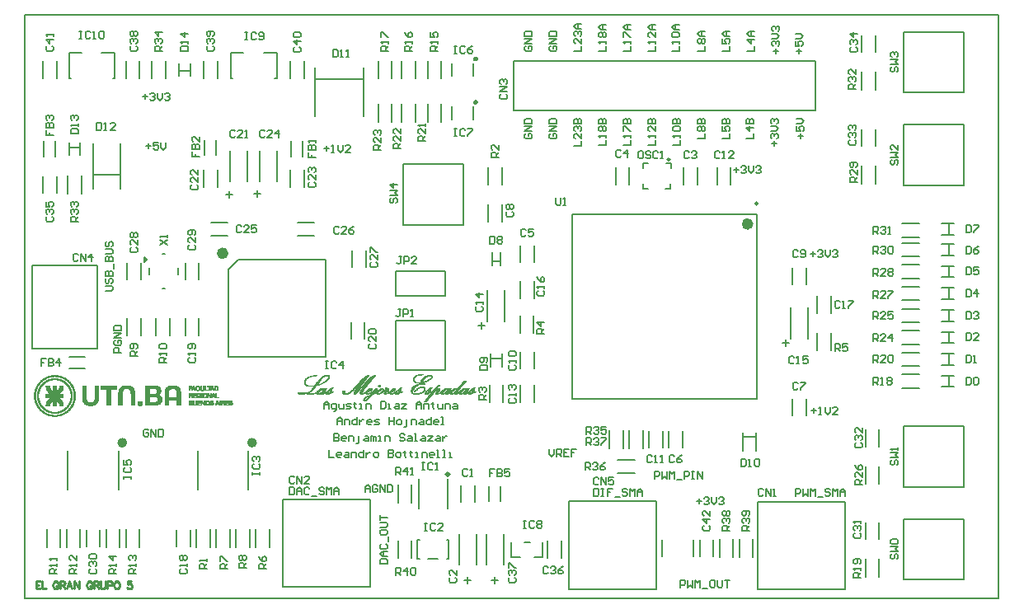
<source format=gto>
G04 Layer_Color=65535*
%FSLAX44Y44*%
%MOMM*%
G71*
G01*
G75*
%ADD42C,0.1524*%
%ADD45C,0.2032*%
%ADD46C,0.1270*%
%ADD55C,0.2500*%
%ADD56C,0.6000*%
%ADD57C,0.5000*%
%ADD58C,0.3000*%
%ADD59C,0.0229*%
%ADD60C,0.2000*%
%ADD61C,0.0445*%
%ADD62C,0.2286*%
D42*
X381000Y127000D02*
Y134618D01*
X384809D01*
X386078Y133348D01*
Y130809D01*
X384809Y129539D01*
X381000D01*
X383539D02*
X386078Y127000D01*
X392426D02*
Y134618D01*
X388618Y130809D01*
X393696D01*
X396235Y127000D02*
X398774D01*
X397505D01*
Y134618D01*
X396235Y133348D01*
X381000Y24130D02*
Y31748D01*
X384809D01*
X386078Y30478D01*
Y27939D01*
X384809Y26669D01*
X381000D01*
X383539D02*
X386078Y24130D01*
X392426D02*
Y31748D01*
X388618Y27939D01*
X393696D01*
X396235Y30478D02*
X397505Y31748D01*
X400044D01*
X401313Y30478D01*
Y25400D01*
X400044Y24130D01*
X397505D01*
X396235Y25400D01*
Y30478D01*
X744220Y69850D02*
X736602D01*
Y73659D01*
X737872Y74928D01*
X740411D01*
X741681Y73659D01*
Y69850D01*
Y72389D02*
X744220Y74928D01*
X737872Y77467D02*
X736602Y78737D01*
Y81276D01*
X737872Y82546D01*
X739142D01*
X740411Y81276D01*
Y80007D01*
Y81276D01*
X741681Y82546D01*
X742950D01*
X744220Y81276D01*
Y78737D01*
X742950Y77467D01*
Y85085D02*
X744220Y86355D01*
Y88894D01*
X742950Y90163D01*
X737872D01*
X736602Y88894D01*
Y86355D01*
X737872Y85085D01*
X739142D01*
X740411Y86355D01*
Y90163D01*
X723900Y69850D02*
X716283D01*
Y73659D01*
X717552Y74928D01*
X720091D01*
X721361Y73659D01*
Y69850D01*
Y72389D02*
X723900Y74928D01*
X717552Y77467D02*
X716283Y78737D01*
Y81276D01*
X717552Y82546D01*
X718822D01*
X720091Y81276D01*
Y80007D01*
Y81276D01*
X721361Y82546D01*
X722630D01*
X723900Y81276D01*
Y78737D01*
X722630Y77467D01*
X717552Y85085D02*
X716283Y86355D01*
Y88894D01*
X717552Y90163D01*
X718822D01*
X720091Y88894D01*
X721361Y90163D01*
X722630D01*
X723900Y88894D01*
Y86355D01*
X722630Y85085D01*
X721361D01*
X720091Y86355D01*
X718822Y85085D01*
X717552D01*
X720091Y86355D02*
Y88894D01*
X589278Y123188D02*
X588009Y124458D01*
X585470D01*
X584200Y123188D01*
Y118110D01*
X585470Y116840D01*
X588009D01*
X589278Y118110D01*
X591818Y116840D02*
Y124458D01*
X596896Y116840D01*
Y124458D01*
X604513D02*
X599435D01*
Y120649D01*
X601974Y121918D01*
X603244D01*
X604513Y120649D01*
Y118110D01*
X603244Y116840D01*
X600705D01*
X599435Y118110D01*
X576580Y157480D02*
Y165098D01*
X580389D01*
X581658Y163828D01*
Y161289D01*
X580389Y160019D01*
X576580D01*
X579119D02*
X581658Y157480D01*
X584198Y163828D02*
X585467Y165098D01*
X588006D01*
X589276Y163828D01*
Y162558D01*
X588006Y161289D01*
X586737D01*
X588006D01*
X589276Y160019D01*
Y158750D01*
X588006Y157480D01*
X585467D01*
X584198Y158750D01*
X591815Y165098D02*
X596893D01*
Y163828D01*
X591815Y158750D01*
Y157480D01*
X575310Y132080D02*
Y139698D01*
X579119D01*
X580388Y138428D01*
Y135889D01*
X579119Y134619D01*
X575310D01*
X577849D02*
X580388Y132080D01*
X582928Y138428D02*
X584197Y139698D01*
X586736D01*
X588006Y138428D01*
Y137158D01*
X586736Y135889D01*
X585467D01*
X586736D01*
X588006Y134619D01*
Y133350D01*
X586736Y132080D01*
X584197D01*
X582928Y133350D01*
X595623Y139698D02*
X593084Y138428D01*
X590545Y135889D01*
Y133350D01*
X591815Y132080D01*
X594354D01*
X595623Y133350D01*
Y134619D01*
X594354Y135889D01*
X590545D01*
X576580Y168910D02*
Y176528D01*
X580389D01*
X581658Y175258D01*
Y172719D01*
X580389Y171449D01*
X576580D01*
X579119D02*
X581658Y168910D01*
X584198Y175258D02*
X585467Y176528D01*
X588006D01*
X589276Y175258D01*
Y173988D01*
X588006Y172719D01*
X586737D01*
X588006D01*
X589276Y171449D01*
Y170180D01*
X588006Y168910D01*
X585467D01*
X584198Y170180D01*
X596893Y176528D02*
X591815D01*
Y172719D01*
X594354Y173988D01*
X595624D01*
X596893Y172719D01*
Y170180D01*
X595624Y168910D01*
X593085D01*
X591815Y170180D01*
X697232Y74928D02*
X695963Y73659D01*
Y71120D01*
X697232Y69850D01*
X702310D01*
X703580Y71120D01*
Y73659D01*
X702310Y74928D01*
X703580Y81276D02*
X695963D01*
X699771Y77467D01*
Y82546D01*
X703580Y90163D02*
Y85085D01*
X698502Y90163D01*
X697232D01*
X695963Y88894D01*
Y86355D01*
X697232Y85085D01*
X276858Y124458D02*
X275589Y125728D01*
X273050D01*
X271780Y124458D01*
Y119380D01*
X273050Y118110D01*
X275589D01*
X276858Y119380D01*
X279398Y118110D02*
Y125728D01*
X284476Y118110D01*
Y125728D01*
X292093Y118110D02*
X287015D01*
X292093Y123188D01*
Y124458D01*
X290824Y125728D01*
X288285D01*
X287015Y124458D01*
X758188Y111758D02*
X756919Y113027D01*
X754380D01*
X753110Y111758D01*
Y106680D01*
X754380Y105410D01*
X756919D01*
X758188Y106680D01*
X760727Y105410D02*
Y113027D01*
X765806Y105410D01*
Y113027D01*
X768345Y105410D02*
X770884D01*
X769615D01*
Y113027D01*
X768345Y111758D01*
X890272Y546098D02*
X889003Y544829D01*
Y542290D01*
X890272Y541020D01*
X891542D01*
X892811Y542290D01*
Y544829D01*
X894081Y546098D01*
X895350D01*
X896620Y544829D01*
Y542290D01*
X895350Y541020D01*
X889003Y548638D02*
X896620D01*
X894081Y551177D01*
X896620Y553716D01*
X889003D01*
X890272Y556255D02*
X889003Y557525D01*
Y560064D01*
X890272Y561333D01*
X891542D01*
X892811Y560064D01*
Y558794D01*
Y560064D01*
X894081Y561333D01*
X895350D01*
X896620Y560064D01*
Y557525D01*
X895350Y556255D01*
X890272Y450848D02*
X889003Y449579D01*
Y447040D01*
X890272Y445770D01*
X891542D01*
X892811Y447040D01*
Y449579D01*
X894081Y450848D01*
X895350D01*
X896620Y449579D01*
Y447040D01*
X895350Y445770D01*
X889003Y453387D02*
X896620D01*
X894081Y455927D01*
X896620Y458466D01*
X889003D01*
X896620Y466083D02*
Y461005D01*
X891542Y466083D01*
X890272D01*
X889003Y464814D01*
Y462275D01*
X890272Y461005D01*
Y142238D02*
X889003Y140969D01*
Y138430D01*
X890272Y137160D01*
X891542D01*
X892811Y138430D01*
Y140969D01*
X894081Y142238D01*
X895350D01*
X896620Y140969D01*
Y138430D01*
X895350Y137160D01*
X889003Y144777D02*
X896620D01*
X894081Y147317D01*
X896620Y149856D01*
X889003D01*
X896620Y152395D02*
Y154934D01*
Y153665D01*
X889003D01*
X890272Y152395D01*
Y45718D02*
X889003Y44449D01*
Y41910D01*
X890272Y40640D01*
X891542D01*
X892811Y41910D01*
Y44449D01*
X894081Y45718D01*
X895350D01*
X896620Y44449D01*
Y41910D01*
X895350Y40640D01*
X889003Y48257D02*
X896620D01*
X894081Y50797D01*
X896620Y53336D01*
X889003D01*
X890272Y55875D02*
X889003Y57145D01*
Y59684D01*
X890272Y60953D01*
X895350D01*
X896620Y59684D01*
Y57145D01*
X895350Y55875D01*
X890272D01*
X138433Y363220D02*
X146050Y368298D01*
X138433D02*
X146050Y363220D01*
Y370838D02*
Y373377D01*
Y372107D01*
X138433D01*
X139702Y370838D01*
X454658Y132078D02*
X453389Y133348D01*
X450850D01*
X449580Y132078D01*
Y127000D01*
X450850Y125730D01*
X453389D01*
X454658Y127000D01*
X457197Y125730D02*
X459737D01*
X458467D01*
Y133348D01*
X457197Y132078D01*
X436882Y21588D02*
X435612Y20319D01*
Y17780D01*
X436882Y16510D01*
X441960D01*
X443230Y17780D01*
Y20319D01*
X441960Y21588D01*
X443230Y29206D02*
Y24128D01*
X438152Y29206D01*
X436882D01*
X435612Y27936D01*
Y25397D01*
X436882Y24128D01*
X681988Y458468D02*
X680719Y459738D01*
X678180D01*
X676910Y458468D01*
Y453390D01*
X678180Y452120D01*
X680719D01*
X681988Y453390D01*
X684528Y458468D02*
X685797Y459738D01*
X688336D01*
X689606Y458468D01*
Y457198D01*
X688336Y455929D01*
X687067D01*
X688336D01*
X689606Y454659D01*
Y453390D01*
X688336Y452120D01*
X685797D01*
X684528Y453390D01*
X612138Y459738D02*
X610869Y461007D01*
X608330D01*
X607060Y459738D01*
Y454660D01*
X608330Y453390D01*
X610869D01*
X612138Y454660D01*
X618486Y453390D02*
Y461007D01*
X614678Y457199D01*
X619756D01*
X514348Y378458D02*
X513079Y379728D01*
X510540D01*
X509270Y378458D01*
Y373380D01*
X510540Y372110D01*
X513079D01*
X514348Y373380D01*
X521966Y379728D02*
X516888D01*
Y375919D01*
X519427Y377188D01*
X520696D01*
X521966Y375919D01*
Y373380D01*
X520696Y372110D01*
X518157D01*
X516888Y373380D01*
X666748Y146048D02*
X665479Y147317D01*
X662940D01*
X661670Y146048D01*
Y140970D01*
X662940Y139700D01*
X665479D01*
X666748Y140970D01*
X674366Y147317D02*
X671827Y146048D01*
X669287Y143509D01*
Y140970D01*
X670557Y139700D01*
X673096D01*
X674366Y140970D01*
Y142239D01*
X673096Y143509D01*
X669287D01*
X793748Y220978D02*
X792479Y222248D01*
X789940D01*
X788670Y220978D01*
Y215900D01*
X789940Y214630D01*
X792479D01*
X793748Y215900D01*
X796288Y222248D02*
X801366D01*
Y220978D01*
X796288Y215900D01*
Y214630D01*
X495302Y397508D02*
X494033Y396239D01*
Y393700D01*
X495302Y392430D01*
X500380D01*
X501650Y393700D01*
Y396239D01*
X500380Y397508D01*
X495302Y400047D02*
X494033Y401317D01*
Y403856D01*
X495302Y405126D01*
X496572D01*
X497841Y403856D01*
X499111Y405126D01*
X500380D01*
X501650Y403856D01*
Y401317D01*
X500380Y400047D01*
X499111D01*
X497841Y401317D01*
X496572Y400047D01*
X495302D01*
X497841Y401317D02*
Y403856D01*
X793748Y356868D02*
X792479Y358138D01*
X789940D01*
X788670Y356868D01*
Y351790D01*
X789940Y350520D01*
X792479D01*
X793748Y351790D01*
X796288D02*
X797557Y350520D01*
X800096D01*
X801366Y351790D01*
Y356868D01*
X800096Y358138D01*
X797557D01*
X796288Y356868D01*
Y355598D01*
X797557Y354329D01*
X801366D01*
X497842Y240028D02*
X496572Y238759D01*
Y236220D01*
X497842Y234950D01*
X502920D01*
X504190Y236220D01*
Y238759D01*
X502920Y240028D01*
X504190Y242568D02*
Y245107D01*
Y243837D01*
X496572D01*
X497842Y242568D01*
Y248916D02*
X496572Y250185D01*
Y252724D01*
X497842Y253994D01*
X502920D01*
X504190Y252724D01*
Y250185D01*
X502920Y248916D01*
X497842D01*
X643921Y146048D02*
X642651Y147317D01*
X640112D01*
X638843Y146048D01*
Y140970D01*
X640112Y139700D01*
X642651D01*
X643921Y140970D01*
X646460Y139700D02*
X648999D01*
X647730D01*
Y147317D01*
X646460Y146048D01*
X652808Y139700D02*
X655347D01*
X654078D01*
Y147317D01*
X652808Y146048D01*
X713738Y458468D02*
X712469Y459738D01*
X709930D01*
X708660Y458468D01*
Y453390D01*
X709930Y452120D01*
X712469D01*
X713738Y453390D01*
X716277Y452120D02*
X718817D01*
X717547D01*
Y459738D01*
X716277Y458468D01*
X727704Y452120D02*
X722626D01*
X727704Y457198D01*
Y458468D01*
X726434Y459738D01*
X723895D01*
X722626Y458468D01*
X497842Y205738D02*
X496572Y204469D01*
Y201930D01*
X497842Y200660D01*
X502920D01*
X504190Y201930D01*
Y204469D01*
X502920Y205738D01*
X504190Y208277D02*
Y210817D01*
Y209547D01*
X496572D01*
X497842Y208277D01*
Y214625D02*
X496572Y215895D01*
Y218434D01*
X497842Y219704D01*
X499112D01*
X500381Y218434D01*
Y217165D01*
Y218434D01*
X501651Y219704D01*
X502920D01*
X504190Y218434D01*
Y215895D01*
X502920Y214625D01*
X464067Y300218D02*
X462798Y298948D01*
Y296409D01*
X464067Y295139D01*
X469145D01*
X470415Y296409D01*
Y298948D01*
X469145Y300218D01*
X470415Y302757D02*
Y305296D01*
Y304027D01*
X462798D01*
X464067Y302757D01*
X470415Y312914D02*
X462798D01*
X466606Y309105D01*
Y314183D01*
X789938Y247648D02*
X788669Y248918D01*
X786130D01*
X784860Y247648D01*
Y242570D01*
X786130Y241300D01*
X788669D01*
X789938Y242570D01*
X792477Y241300D02*
X795017D01*
X793747D01*
Y248918D01*
X792477Y247648D01*
X803904Y248918D02*
X798826D01*
Y245109D01*
X801365Y246378D01*
X802634D01*
X803904Y245109D01*
Y242570D01*
X802634Y241300D01*
X800095D01*
X798826Y242570D01*
X527052Y316228D02*
X525783Y314959D01*
Y312420D01*
X527052Y311150D01*
X532130D01*
X533400Y312420D01*
Y314959D01*
X532130Y316228D01*
X533400Y318768D02*
Y321307D01*
Y320037D01*
X525783D01*
X527052Y318768D01*
X525783Y330194D02*
X527052Y327655D01*
X529591Y325116D01*
X532130D01*
X533400Y326385D01*
Y328924D01*
X532130Y330194D01*
X530861D01*
X529591Y328924D01*
Y325116D01*
X836928Y304798D02*
X835659Y306068D01*
X833120D01*
X831850Y304798D01*
Y299720D01*
X833120Y298450D01*
X835659D01*
X836928Y299720D01*
X839467Y298450D02*
X842007D01*
X840737D01*
Y306068D01*
X839467Y304798D01*
X845816Y306068D02*
X850894D01*
Y304798D01*
X845816Y299720D01*
Y298450D01*
X160022Y30478D02*
X158752Y29209D01*
Y26670D01*
X160022Y25400D01*
X165100D01*
X166370Y26670D01*
Y29209D01*
X165100Y30478D01*
X166370Y33017D02*
Y35557D01*
Y34287D01*
X158752D01*
X160022Y33017D01*
Y39365D02*
X158752Y40635D01*
Y43174D01*
X160022Y44444D01*
X161292D01*
X162561Y43174D01*
X163831Y44444D01*
X165100D01*
X166370Y43174D01*
Y40635D01*
X165100Y39365D01*
X163831D01*
X162561Y40635D01*
X161292Y39365D01*
X160022D01*
X162561Y40635D02*
Y43174D01*
X168912Y247648D02*
X167642Y246379D01*
Y243840D01*
X168912Y242570D01*
X173990D01*
X175260Y243840D01*
Y246379D01*
X173990Y247648D01*
X175260Y250187D02*
Y252727D01*
Y251457D01*
X167642D01*
X168912Y250187D01*
X173990Y256535D02*
X175260Y257805D01*
Y260344D01*
X173990Y261614D01*
X168912D01*
X167642Y260344D01*
Y257805D01*
X168912Y256535D01*
X170182D01*
X171451Y257805D01*
Y261614D01*
X354332Y261618D02*
X353063Y260349D01*
Y257810D01*
X354332Y256540D01*
X359410D01*
X360680Y257810D01*
Y260349D01*
X359410Y261618D01*
X360680Y269236D02*
Y264158D01*
X355602Y269236D01*
X354332D01*
X353063Y267966D01*
Y265427D01*
X354332Y264158D01*
Y271775D02*
X353063Y273045D01*
Y275584D01*
X354332Y276853D01*
X359410D01*
X360680Y275584D01*
Y273045D01*
X359410Y271775D01*
X354332D01*
X215898Y480058D02*
X214629Y481328D01*
X212090D01*
X210820Y480058D01*
Y474980D01*
X212090Y473710D01*
X214629D01*
X215898Y474980D01*
X223516Y473710D02*
X218438D01*
X223516Y478788D01*
Y480058D01*
X222246Y481328D01*
X219707D01*
X218438Y480058D01*
X226055Y473710D02*
X228594D01*
X227325D01*
Y481328D01*
X226055Y480058D01*
X171452Y425058D02*
X170182Y423789D01*
Y421250D01*
X171452Y419980D01*
X176530D01*
X177800Y421250D01*
Y423789D01*
X176530Y425058D01*
X177800Y432676D02*
Y427598D01*
X172722Y432676D01*
X171452D01*
X170182Y431406D01*
Y428867D01*
X171452Y427598D01*
X177800Y440293D02*
Y435215D01*
X172722Y440293D01*
X171452D01*
X170182Y439024D01*
Y436485D01*
X171452Y435215D01*
X292102Y427598D02*
X290833Y426329D01*
Y423790D01*
X292102Y422520D01*
X297180D01*
X298450Y423790D01*
Y426329D01*
X297180Y427598D01*
X298450Y435216D02*
Y430137D01*
X293372Y435216D01*
X292102D01*
X290833Y433946D01*
Y431407D01*
X292102Y430137D01*
Y437755D02*
X290833Y439025D01*
Y441564D01*
X292102Y442833D01*
X293372D01*
X294641Y441564D01*
Y440294D01*
Y441564D01*
X295911Y442833D01*
X297180D01*
X298450Y441564D01*
Y439025D01*
X297180Y437755D01*
X246378Y480058D02*
X245109Y481328D01*
X242570D01*
X241300Y480058D01*
Y474980D01*
X242570Y473710D01*
X245109D01*
X246378Y474980D01*
X253996Y473710D02*
X248918D01*
X253996Y478788D01*
Y480058D01*
X252726Y481328D01*
X250187D01*
X248918Y480058D01*
X260344Y473710D02*
Y481328D01*
X256535Y477519D01*
X261613D01*
X222248Y382268D02*
X220979Y383537D01*
X218440D01*
X217170Y382268D01*
Y377190D01*
X218440Y375920D01*
X220979D01*
X222248Y377190D01*
X229866Y375920D02*
X224788D01*
X229866Y380998D01*
Y382268D01*
X228596Y383537D01*
X226057D01*
X224788Y382268D01*
X237483Y383537D02*
X232405D01*
Y379729D01*
X234944Y380998D01*
X236214D01*
X237483Y379729D01*
Y377190D01*
X236214Y375920D01*
X233675D01*
X232405Y377190D01*
X322578Y380998D02*
X321309Y382267D01*
X318770D01*
X317500Y380998D01*
Y375920D01*
X318770Y374650D01*
X321309D01*
X322578Y375920D01*
X330196Y374650D02*
X325117D01*
X330196Y379728D01*
Y380998D01*
X328926Y382267D01*
X326387D01*
X325117Y380998D01*
X337813Y382267D02*
X335274Y380998D01*
X332735Y378459D01*
Y375920D01*
X334005Y374650D01*
X336544D01*
X337813Y375920D01*
Y377189D01*
X336544Y378459D01*
X332735D01*
X355602Y345438D02*
X354333Y344169D01*
Y341630D01*
X355602Y340360D01*
X360680D01*
X361950Y341630D01*
Y344169D01*
X360680Y345438D01*
X361950Y353056D02*
Y347977D01*
X356872Y353056D01*
X355602D01*
X354333Y351786D01*
Y349247D01*
X355602Y347977D01*
X354333Y355595D02*
Y360673D01*
X355602D01*
X360680Y355595D01*
X361950D01*
X109222Y360678D02*
X107952Y359409D01*
Y356870D01*
X109222Y355600D01*
X114300D01*
X115570Y356870D01*
Y359409D01*
X114300Y360678D01*
X115570Y368296D02*
Y363218D01*
X110492Y368296D01*
X109222D01*
X107952Y367026D01*
Y364487D01*
X109222Y363218D01*
Y370835D02*
X107952Y372105D01*
Y374644D01*
X109222Y375913D01*
X110492D01*
X111761Y374644D01*
X113031Y375913D01*
X114300D01*
X115570Y374644D01*
Y372105D01*
X114300Y370835D01*
X113031D01*
X111761Y372105D01*
X110492Y370835D01*
X109222D01*
X111761Y372105D02*
Y374644D01*
X168667Y363218D02*
X167397Y361949D01*
Y359410D01*
X168667Y358140D01*
X173745D01*
X175015Y359410D01*
Y361949D01*
X173745Y363218D01*
X175015Y370836D02*
Y365757D01*
X169937Y370836D01*
X168667D01*
X167397Y369566D01*
Y367027D01*
X168667Y365757D01*
X173745Y373375D02*
X175015Y374645D01*
Y377184D01*
X173745Y378453D01*
X168667D01*
X167397Y377184D01*
Y374645D01*
X168667Y373375D01*
X169937D01*
X171206Y374645D01*
Y378453D01*
X67312Y30478D02*
X66042Y29209D01*
Y26670D01*
X67312Y25400D01*
X72390D01*
X73660Y26670D01*
Y29209D01*
X72390Y30478D01*
X67312Y33017D02*
X66042Y34287D01*
Y36826D01*
X67312Y38096D01*
X68582D01*
X69851Y36826D01*
Y35557D01*
Y36826D01*
X71121Y38096D01*
X72390D01*
X73660Y36826D01*
Y34287D01*
X72390Y33017D01*
X67312Y40635D02*
X66042Y41905D01*
Y44444D01*
X67312Y45713D01*
X72390D01*
X73660Y44444D01*
Y41905D01*
X72390Y40635D01*
X67312D01*
X852172Y67308D02*
X850902Y66039D01*
Y63500D01*
X852172Y62230D01*
X857250D01*
X858520Y63500D01*
Y66039D01*
X857250Y67308D01*
X852172Y69847D02*
X850902Y71117D01*
Y73656D01*
X852172Y74926D01*
X853442D01*
X854711Y73656D01*
Y72387D01*
Y73656D01*
X855981Y74926D01*
X857250D01*
X858520Y73656D01*
Y71117D01*
X857250Y69847D01*
X858520Y77465D02*
Y80004D01*
Y78735D01*
X850902D01*
X852172Y77465D01*
X853442Y160018D02*
X852172Y158749D01*
Y156210D01*
X853442Y154940D01*
X858520D01*
X859790Y156210D01*
Y158749D01*
X858520Y160018D01*
X853442Y162558D02*
X852172Y163827D01*
Y166366D01*
X853442Y167636D01*
X854712D01*
X855981Y166366D01*
Y165097D01*
Y166366D01*
X857251Y167636D01*
X858520D01*
X859790Y166366D01*
Y163827D01*
X858520Y162558D01*
X859790Y175253D02*
Y170175D01*
X854712Y175253D01*
X853442D01*
X852172Y173984D01*
Y171445D01*
X853442Y170175D01*
X847092Y471168D02*
X845823Y469899D01*
Y467360D01*
X847092Y466090D01*
X852170D01*
X853440Y467360D01*
Y469899D01*
X852170Y471168D01*
X847092Y473708D02*
X845823Y474977D01*
Y477516D01*
X847092Y478786D01*
X848362D01*
X849631Y477516D01*
Y476247D01*
Y477516D01*
X850901Y478786D01*
X852170D01*
X853440Y477516D01*
Y474977D01*
X852170Y473708D01*
X847092Y481325D02*
X845823Y482595D01*
Y485134D01*
X847092Y486403D01*
X848362D01*
X849631Y485134D01*
Y483864D01*
Y485134D01*
X850901Y486403D01*
X852170D01*
X853440Y485134D01*
Y482595D01*
X852170Y481325D01*
X848362Y566418D02*
X847093Y565149D01*
Y562610D01*
X848362Y561340D01*
X853440D01*
X854710Y562610D01*
Y565149D01*
X853440Y566418D01*
X848362Y568957D02*
X847093Y570227D01*
Y572766D01*
X848362Y574036D01*
X849632D01*
X850901Y572766D01*
Y571497D01*
Y572766D01*
X852171Y574036D01*
X853440D01*
X854710Y572766D01*
Y570227D01*
X853440Y568957D01*
X854710Y580384D02*
X847093D01*
X850901Y576575D01*
Y581653D01*
X22862Y392428D02*
X21593Y391159D01*
Y388620D01*
X22862Y387350D01*
X27940D01*
X29210Y388620D01*
Y391159D01*
X27940Y392428D01*
X22862Y394967D02*
X21593Y396237D01*
Y398776D01*
X22862Y400046D01*
X24132D01*
X25401Y398776D01*
Y397507D01*
Y398776D01*
X26671Y400046D01*
X27940D01*
X29210Y398776D01*
Y396237D01*
X27940Y394967D01*
X21593Y407663D02*
Y402585D01*
X25401D01*
X24132Y405124D01*
Y406394D01*
X25401Y407663D01*
X27940D01*
X29210Y406394D01*
Y403855D01*
X27940Y402585D01*
X537208Y31748D02*
X535939Y33017D01*
X533400D01*
X532130Y31748D01*
Y26670D01*
X533400Y25400D01*
X535939D01*
X537208Y26670D01*
X539748Y31748D02*
X541017Y33017D01*
X543556D01*
X544826Y31748D01*
Y30478D01*
X543556Y29209D01*
X542287D01*
X543556D01*
X544826Y27939D01*
Y26670D01*
X543556Y25400D01*
X541017D01*
X539748Y26670D01*
X552443Y33017D02*
X549904Y31748D01*
X547365Y29209D01*
Y26670D01*
X548635Y25400D01*
X551174D01*
X552443Y26670D01*
Y27939D01*
X551174Y29209D01*
X547365D01*
X497842Y21588D02*
X496572Y20319D01*
Y17780D01*
X497842Y16510D01*
X502920D01*
X504190Y17780D01*
Y20319D01*
X502920Y21588D01*
X497842Y24128D02*
X496572Y25397D01*
Y27936D01*
X497842Y29206D01*
X499112D01*
X500381Y27936D01*
Y26667D01*
Y27936D01*
X501651Y29206D01*
X502920D01*
X504190Y27936D01*
Y25397D01*
X502920Y24128D01*
X496572Y31745D02*
Y36823D01*
X497842D01*
X502920Y31745D01*
X504190D01*
X109222Y567688D02*
X107952Y566419D01*
Y563880D01*
X109222Y562610D01*
X114300D01*
X115570Y563880D01*
Y566419D01*
X114300Y567688D01*
X109222Y570228D02*
X107952Y571497D01*
Y574036D01*
X109222Y575306D01*
X110492D01*
X111761Y574036D01*
Y572767D01*
Y574036D01*
X113031Y575306D01*
X114300D01*
X115570Y574036D01*
Y571497D01*
X114300Y570228D01*
X109222Y577845D02*
X107952Y579115D01*
Y581654D01*
X109222Y582923D01*
X110492D01*
X111761Y581654D01*
X113031Y582923D01*
X114300D01*
X115570Y581654D01*
Y579115D01*
X114300Y577845D01*
X113031D01*
X111761Y579115D01*
X110492Y577845D01*
X109222D01*
X111761Y579115D02*
Y581654D01*
X187962Y567688D02*
X186693Y566419D01*
Y563880D01*
X187962Y562610D01*
X193040D01*
X194310Y563880D01*
Y566419D01*
X193040Y567688D01*
X187962Y570228D02*
X186693Y571497D01*
Y574036D01*
X187962Y575306D01*
X189232D01*
X190501Y574036D01*
Y572767D01*
Y574036D01*
X191771Y575306D01*
X193040D01*
X194310Y574036D01*
Y571497D01*
X193040Y570228D01*
Y577845D02*
X194310Y579115D01*
Y581654D01*
X193040Y582923D01*
X187962D01*
X186693Y581654D01*
Y579115D01*
X187962Y577845D01*
X189232D01*
X190501Y579115D01*
Y582923D01*
X276862Y566418D02*
X275592Y565149D01*
Y562610D01*
X276862Y561340D01*
X281940D01*
X283210Y562610D01*
Y565149D01*
X281940Y566418D01*
X283210Y572766D02*
X275592D01*
X279401Y568957D01*
Y574036D01*
X276862Y576575D02*
X275592Y577845D01*
Y580384D01*
X276862Y581653D01*
X281940D01*
X283210Y580384D01*
Y577845D01*
X281940Y576575D01*
X276862D01*
X22862Y567688D02*
X21593Y566419D01*
Y563880D01*
X22862Y562610D01*
X27940D01*
X29210Y563880D01*
Y566419D01*
X27940Y567688D01*
X29210Y574036D02*
X21593D01*
X25401Y570228D01*
Y575306D01*
X29210Y577845D02*
Y580384D01*
Y579115D01*
X21593D01*
X22862Y577845D01*
X488952Y518158D02*
X487682Y516889D01*
Y514350D01*
X488952Y513080D01*
X494030D01*
X495300Y514350D01*
Y516889D01*
X494030Y518158D01*
X495300Y520698D02*
X487682D01*
X495300Y525776D01*
X487682D01*
X488952Y528315D02*
X487682Y529585D01*
Y532124D01*
X488952Y533393D01*
X490222D01*
X491491Y532124D01*
Y530854D01*
Y532124D01*
X492761Y533393D01*
X494030D01*
X495300Y532124D01*
Y529585D01*
X494030Y528315D01*
X54608Y353058D02*
X53339Y354328D01*
X50800D01*
X49530Y353058D01*
Y347980D01*
X50800Y346710D01*
X53339D01*
X54608Y347980D01*
X57147Y346710D02*
Y354328D01*
X62226Y346710D01*
Y354328D01*
X68574Y346710D02*
Y354328D01*
X64765Y350519D01*
X69843D01*
X966470Y227327D02*
Y219710D01*
X970279D01*
X971548Y220980D01*
Y226058D01*
X970279Y227327D01*
X966470D01*
X974088Y226058D02*
X975357Y227327D01*
X977896D01*
X979166Y226058D01*
Y220980D01*
X977896Y219710D01*
X975357D01*
X974088Y220980D01*
Y226058D01*
X966470Y250187D02*
Y242570D01*
X970279D01*
X971548Y243840D01*
Y248918D01*
X970279Y250187D01*
X966470D01*
X974088Y242570D02*
X976627D01*
X975357D01*
Y250187D01*
X974088Y248918D01*
X966470Y273048D02*
Y265430D01*
X970279D01*
X971548Y266700D01*
Y271778D01*
X970279Y273048D01*
X966470D01*
X979166Y265430D02*
X974088D01*
X979166Y270508D01*
Y271778D01*
X977896Y273048D01*
X975357D01*
X974088Y271778D01*
X966470Y294638D02*
Y287020D01*
X970279D01*
X971548Y288290D01*
Y293368D01*
X970279Y294638D01*
X966470D01*
X974088Y293368D02*
X975357Y294638D01*
X977896D01*
X979166Y293368D01*
Y292098D01*
X977896Y290829D01*
X976627D01*
X977896D01*
X979166Y289559D01*
Y288290D01*
X977896Y287020D01*
X975357D01*
X974088Y288290D01*
X966470Y317498D02*
Y309880D01*
X970279D01*
X971548Y311150D01*
Y316228D01*
X970279Y317498D01*
X966470D01*
X977896Y309880D02*
Y317498D01*
X974088Y313689D01*
X979166D01*
X966470Y340358D02*
Y332740D01*
X970279D01*
X971548Y334010D01*
Y339088D01*
X970279Y340358D01*
X966470D01*
X979166D02*
X974088D01*
Y336549D01*
X976627Y337818D01*
X977896D01*
X979166Y336549D01*
Y334010D01*
X977896Y332740D01*
X975357D01*
X974088Y334010D01*
X966470Y361948D02*
Y354330D01*
X970279D01*
X971548Y355600D01*
Y360678D01*
X970279Y361948D01*
X966470D01*
X979166D02*
X976627Y360678D01*
X974088Y358139D01*
Y355600D01*
X975357Y354330D01*
X977896D01*
X979166Y355600D01*
Y356869D01*
X977896Y358139D01*
X974088D01*
X966470Y383665D02*
Y376048D01*
X970279D01*
X971548Y377317D01*
Y382396D01*
X970279Y383665D01*
X966470D01*
X974088D02*
X979166D01*
Y382396D01*
X974088Y377317D01*
Y376048D01*
X477520Y372108D02*
Y364490D01*
X481329D01*
X482598Y365760D01*
Y370838D01*
X481329Y372108D01*
X477520D01*
X485137Y370838D02*
X486407Y372108D01*
X488946D01*
X490216Y370838D01*
Y369568D01*
X488946Y368299D01*
X490216Y367029D01*
Y365760D01*
X488946Y364490D01*
X486407D01*
X485137Y365760D01*
Y367029D01*
X486407Y368299D01*
X485137Y369568D01*
Y370838D01*
X486407Y368299D02*
X488946D01*
X467363Y234950D02*
X474980D01*
Y238759D01*
X473710Y240028D01*
X468632D01*
X467363Y238759D01*
Y234950D01*
X473710Y242568D02*
X474980Y243837D01*
Y246376D01*
X473710Y247646D01*
X468632D01*
X467363Y246376D01*
Y243837D01*
X468632Y242568D01*
X469902D01*
X471171Y243837D01*
Y247646D01*
X316230Y563877D02*
Y556260D01*
X320039D01*
X321308Y557530D01*
Y562608D01*
X320039Y563877D01*
X316230D01*
X323848Y556260D02*
X326387D01*
X325117D01*
Y563877D01*
X323848Y562608D01*
X330196Y556260D02*
X332735D01*
X331465D01*
Y563877D01*
X330196Y562608D01*
X73660Y488947D02*
Y481330D01*
X77469D01*
X78738Y482600D01*
Y487678D01*
X77469Y488947D01*
X73660D01*
X81278Y481330D02*
X83817D01*
X82547D01*
Y488947D01*
X81278Y487678D01*
X92704Y481330D02*
X87626D01*
X92704Y486408D01*
Y487678D01*
X91434Y488947D01*
X88895D01*
X87626Y487678D01*
X46993Y477520D02*
X54610D01*
Y481329D01*
X53340Y482598D01*
X48262D01*
X46993Y481329D01*
Y477520D01*
X54610Y485137D02*
Y487677D01*
Y486407D01*
X46993D01*
X48262Y485137D01*
Y491485D02*
X46993Y492755D01*
Y495294D01*
X48262Y496564D01*
X49532D01*
X50801Y495294D01*
Y494025D01*
Y495294D01*
X52071Y496564D01*
X53340D01*
X54610Y495294D01*
Y492755D01*
X53340Y491485D01*
X160023Y562610D02*
X167640D01*
Y566419D01*
X166370Y567688D01*
X161292D01*
X160023Y566419D01*
Y562610D01*
X167640Y570228D02*
Y572767D01*
Y571497D01*
X160023D01*
X161292Y570228D01*
X167640Y580384D02*
X160023D01*
X163831Y576576D01*
Y581654D01*
X290833Y458468D02*
Y453390D01*
X294641D01*
Y455929D01*
Y453390D01*
X298450D01*
X290833Y461007D02*
X298450D01*
Y464816D01*
X297180Y466086D01*
X295911D01*
X294641Y464816D01*
Y461007D01*
Y464816D01*
X293372Y466086D01*
X292102D01*
X290833Y464816D01*
Y461007D01*
X298450Y468625D02*
Y471164D01*
Y469895D01*
X290833D01*
X292102Y468625D01*
X171453Y459348D02*
Y454270D01*
X175261D01*
Y456809D01*
Y454270D01*
X179070D01*
X171453Y461888D02*
X179070D01*
Y465696D01*
X177800Y466966D01*
X176531D01*
X175261Y465696D01*
Y461888D01*
Y465696D01*
X173992Y466966D01*
X172722D01*
X171453Y465696D01*
Y461888D01*
X179070Y474583D02*
Y469505D01*
X173992Y474583D01*
X172722D01*
X171453Y473314D01*
Y470775D01*
X172722Y469505D01*
X21593Y481328D02*
Y476250D01*
X25401D01*
Y478789D01*
Y476250D01*
X29210D01*
X21593Y483867D02*
X29210D01*
Y487676D01*
X27940Y488946D01*
X26671D01*
X25401Y487676D01*
Y483867D01*
Y487676D01*
X24132Y488946D01*
X22862D01*
X21593Y487676D01*
Y483867D01*
X22862Y491485D02*
X21593Y492755D01*
Y495294D01*
X22862Y496563D01*
X24132D01*
X25401Y495294D01*
Y494024D01*
Y495294D01*
X26671Y496563D01*
X27940D01*
X29210Y495294D01*
Y492755D01*
X27940Y491485D01*
X21588Y246378D02*
X16510D01*
Y242569D01*
X19049D01*
X16510D01*
Y238760D01*
X24128Y246378D02*
Y238760D01*
X27936D01*
X29206Y240030D01*
Y241299D01*
X27936Y242569D01*
X24128D01*
X27936D01*
X29206Y243838D01*
Y245108D01*
X27936Y246378D01*
X24128D01*
X35554Y238760D02*
Y246378D01*
X31745Y242569D01*
X36823D01*
X482598Y133094D02*
X477520D01*
Y129285D01*
X480059D01*
X477520D01*
Y125476D01*
X485137Y133094D02*
Y125476D01*
X488946D01*
X490216Y126746D01*
Y128015D01*
X488946Y129285D01*
X485137D01*
X488946D01*
X490216Y130554D01*
Y131824D01*
X488946Y133094D01*
X485137D01*
X497833D02*
X492755D01*
Y129285D01*
X495294Y130554D01*
X496564D01*
X497833Y129285D01*
Y126746D01*
X496564Y125476D01*
X494025D01*
X492755Y126746D01*
X407670Y139698D02*
X410209D01*
X408940D01*
Y132080D01*
X407670D01*
X410209D01*
X419096Y138428D02*
X417827Y139698D01*
X415288D01*
X414018Y138428D01*
Y133350D01*
X415288Y132080D01*
X417827D01*
X419096Y133350D01*
X421636Y132080D02*
X424175D01*
X422905D01*
Y139698D01*
X421636Y138428D01*
X410210Y77467D02*
X412749D01*
X411480D01*
Y69850D01*
X410210D01*
X412749D01*
X421636Y76198D02*
X420367Y77467D01*
X417827D01*
X416558Y76198D01*
Y71120D01*
X417827Y69850D01*
X420367D01*
X421636Y71120D01*
X429254Y69850D02*
X424175D01*
X429254Y74928D01*
Y76198D01*
X427984Y77467D01*
X425445D01*
X424175Y76198D01*
X233682Y127000D02*
Y129539D01*
Y128270D01*
X241300D01*
Y127000D01*
Y129539D01*
X234952Y138426D02*
X233682Y137157D01*
Y134618D01*
X234952Y133348D01*
X240030D01*
X241300Y134618D01*
Y137157D01*
X240030Y138426D01*
X234952Y140965D02*
X233682Y142235D01*
Y144774D01*
X234952Y146044D01*
X236222D01*
X237491Y144774D01*
Y143505D01*
Y144774D01*
X238761Y146044D01*
X240030D01*
X241300Y144774D01*
Y142235D01*
X240030Y140965D01*
X101602Y123190D02*
Y125729D01*
Y124460D01*
X109220D01*
Y123190D01*
Y125729D01*
X102872Y134616D02*
X101602Y133347D01*
Y130808D01*
X102872Y129538D01*
X107950D01*
X109220Y130808D01*
Y133347D01*
X107950Y134616D01*
X101602Y142234D02*
Y137156D01*
X105411D01*
X104142Y139695D01*
Y140964D01*
X105411Y142234D01*
X107950D01*
X109220Y140964D01*
Y138425D01*
X107950Y137156D01*
X440690Y567687D02*
X443229D01*
X441960D01*
Y560070D01*
X440690D01*
X443229D01*
X452116Y566418D02*
X450847Y567687D01*
X448307D01*
X447038Y566418D01*
Y561340D01*
X448307Y560070D01*
X450847D01*
X452116Y561340D01*
X459734Y567687D02*
X457195Y566418D01*
X454655Y563879D01*
Y561340D01*
X455925Y560070D01*
X458464D01*
X459734Y561340D01*
Y562609D01*
X458464Y563879D01*
X454655D01*
X440690Y482598D02*
X443229D01*
X441960D01*
Y474980D01*
X440690D01*
X443229D01*
X452116Y481328D02*
X450847Y482598D01*
X448307D01*
X447038Y481328D01*
Y476250D01*
X448307Y474980D01*
X450847D01*
X452116Y476250D01*
X454655Y482598D02*
X459734D01*
Y481328D01*
X454655Y476250D01*
Y474980D01*
X511810Y80007D02*
X514349D01*
X513080D01*
Y72390D01*
X511810D01*
X514349D01*
X523236Y78738D02*
X521967Y80007D01*
X519427D01*
X518158Y78738D01*
Y73660D01*
X519427Y72390D01*
X521967D01*
X523236Y73660D01*
X525775Y78738D02*
X527045Y80007D01*
X529584D01*
X530854Y78738D01*
Y77468D01*
X529584Y76199D01*
X530854Y74929D01*
Y73660D01*
X529584Y72390D01*
X527045D01*
X525775Y73660D01*
Y74929D01*
X527045Y76199D01*
X525775Y77468D01*
Y78738D01*
X527045Y76199D02*
X529584D01*
X226083Y581657D02*
X228622D01*
X227352D01*
Y574040D01*
X226083D01*
X228622D01*
X237509Y580388D02*
X236239Y581657D01*
X233700D01*
X232430Y580388D01*
Y575310D01*
X233700Y574040D01*
X236239D01*
X237509Y575310D01*
X240048D02*
X241318Y574040D01*
X243857D01*
X245126Y575310D01*
Y580388D01*
X243857Y581657D01*
X241318D01*
X240048Y580388D01*
Y579118D01*
X241318Y577849D01*
X245126D01*
X55903Y582928D02*
X58442D01*
X57172D01*
Y575310D01*
X55903D01*
X58442D01*
X67329Y581658D02*
X66059Y582928D01*
X63520D01*
X62250Y581658D01*
Y576580D01*
X63520Y575310D01*
X66059D01*
X67329Y576580D01*
X69868Y575310D02*
X72407D01*
X71138D01*
Y582928D01*
X69868Y581658D01*
X76216D02*
X77486Y582928D01*
X80025D01*
X81294Y581658D01*
Y576580D01*
X80025Y575310D01*
X77486D01*
X76216Y576580D01*
Y581658D01*
X386078Y297178D02*
X383539D01*
X384809D01*
Y290830D01*
X383539Y289560D01*
X382270D01*
X381000Y290830D01*
X388618Y289560D02*
Y297178D01*
X392426D01*
X393696Y295908D01*
Y293369D01*
X392426Y292099D01*
X388618D01*
X396235Y289560D02*
X398774D01*
X397505D01*
Y297178D01*
X396235Y295908D01*
X386840Y351534D02*
X384301D01*
X385571D01*
Y345186D01*
X384301Y343916D01*
X383032D01*
X381762Y345186D01*
X389380Y343916D02*
Y351534D01*
X393188D01*
X394458Y350264D01*
Y347725D01*
X393188Y346455D01*
X389380D01*
X402075Y343916D02*
X396997D01*
X402075Y348994D01*
Y350264D01*
X400806Y351534D01*
X398267D01*
X396997Y350264D01*
X633729Y459738D02*
X631190D01*
X629920Y458468D01*
Y453390D01*
X631190Y452120D01*
X633729D01*
X634998Y453390D01*
Y458468D01*
X633729Y459738D01*
X642616Y458468D02*
X641346Y459738D01*
X638807D01*
X637537Y458468D01*
Y457198D01*
X638807Y455929D01*
X641346D01*
X642616Y454659D01*
Y453390D01*
X641346Y452120D01*
X638807D01*
X637537Y453390D01*
X650233Y458468D02*
X648964Y459738D01*
X646425D01*
X645155Y458468D01*
Y453390D01*
X646425Y452120D01*
X648964D01*
X650233Y453390D01*
X652773Y452120D02*
X655312D01*
X654042D01*
Y459738D01*
X652773Y458468D01*
X186690Y30480D02*
X179072D01*
Y34289D01*
X180342Y35558D01*
X182881D01*
X184151Y34289D01*
Y30480D01*
Y33019D02*
X186690Y35558D01*
Y38098D02*
Y40637D01*
Y39367D01*
X179072D01*
X180342Y38098D01*
X486410Y453390D02*
X478792D01*
Y457199D01*
X480062Y458468D01*
X482601D01*
X483871Y457199D01*
Y453390D01*
Y455929D02*
X486410Y458468D01*
Y466086D02*
Y461007D01*
X481332Y466086D01*
X480062D01*
X478792Y464816D01*
Y462277D01*
X480062Y461007D01*
X473710Y204470D02*
X466092D01*
Y208279D01*
X467362Y209548D01*
X469901D01*
X471171Y208279D01*
Y204470D01*
Y207009D02*
X473710Y209548D01*
X467362Y212087D02*
X466092Y213357D01*
Y215896D01*
X467362Y217166D01*
X468632D01*
X469901Y215896D01*
Y214627D01*
Y215896D01*
X471171Y217166D01*
X472440D01*
X473710Y215896D01*
Y213357D01*
X472440Y212087D01*
X533400Y272500D02*
X525783D01*
Y276309D01*
X527052Y277578D01*
X529591D01*
X530861Y276309D01*
Y272500D01*
Y275039D02*
X533400Y277578D01*
Y283926D02*
X525783D01*
X529591Y280117D01*
Y285196D01*
X831850Y254000D02*
Y261618D01*
X835659D01*
X836928Y260348D01*
Y257809D01*
X835659Y256539D01*
X831850D01*
X834389D02*
X836928Y254000D01*
X844546Y261618D02*
X839467D01*
Y257809D01*
X842007Y259078D01*
X843276D01*
X844546Y257809D01*
Y255270D01*
X843276Y254000D01*
X840737D01*
X839467Y255270D01*
X247650Y30480D02*
X240033D01*
Y34289D01*
X241302Y35558D01*
X243841D01*
X245111Y34289D01*
Y30480D01*
Y33019D02*
X247650Y35558D01*
X240033Y43176D02*
X241302Y40637D01*
X243841Y38098D01*
X246380D01*
X247650Y39367D01*
Y41906D01*
X246380Y43176D01*
X245111D01*
X243841Y41906D01*
Y38098D01*
X208280Y30480D02*
X200662D01*
Y34289D01*
X201932Y35558D01*
X204471D01*
X205741Y34289D01*
Y30480D01*
Y33019D02*
X208280Y35558D01*
X200662Y38098D02*
Y43176D01*
X201932D01*
X207010Y38098D01*
X208280D01*
X227330Y31750D02*
X219713D01*
Y35559D01*
X220982Y36828D01*
X223521D01*
X224791Y35559D01*
Y31750D01*
Y34289D02*
X227330Y36828D01*
X220982Y39367D02*
X219713Y40637D01*
Y43176D01*
X220982Y44446D01*
X222252D01*
X223521Y43176D01*
X224791Y44446D01*
X226060D01*
X227330Y43176D01*
Y40637D01*
X226060Y39367D01*
X224791D01*
X223521Y40637D01*
X222252Y39367D01*
X220982D01*
X223521Y40637D02*
Y43176D01*
X115570Y248920D02*
X107952D01*
Y252729D01*
X109222Y253998D01*
X111761D01*
X113031Y252729D01*
Y248920D01*
Y251459D02*
X115570Y253998D01*
X114300Y256537D02*
X115570Y257807D01*
Y260346D01*
X114300Y261616D01*
X109222D01*
X107952Y260346D01*
Y257807D01*
X109222Y256537D01*
X110492D01*
X111761Y257807D01*
Y261616D01*
X145415Y242570D02*
X137797D01*
Y246379D01*
X139067Y247648D01*
X141606D01*
X142876Y246379D01*
Y242570D01*
Y245109D02*
X145415Y247648D01*
Y250187D02*
Y252727D01*
Y251457D01*
X137797D01*
X139067Y250187D01*
Y256535D02*
X137797Y257805D01*
Y260344D01*
X139067Y261614D01*
X144145D01*
X145415Y260344D01*
Y257805D01*
X144145Y256535D01*
X139067D01*
X33020Y25400D02*
X25403D01*
Y29209D01*
X26672Y30478D01*
X29211D01*
X30481Y29209D01*
Y25400D01*
Y27939D02*
X33020Y30478D01*
Y33017D02*
Y35557D01*
Y34287D01*
X25403D01*
X26672Y33017D01*
X33020Y39365D02*
Y41905D01*
Y40635D01*
X25403D01*
X26672Y39365D01*
X53340Y25400D02*
X45722D01*
Y29209D01*
X46992Y30478D01*
X49531D01*
X50801Y29209D01*
Y25400D01*
Y27939D02*
X53340Y30478D01*
Y33017D02*
Y35557D01*
Y34287D01*
X45722D01*
X46992Y33017D01*
X53340Y44444D02*
Y39365D01*
X48262Y44444D01*
X46992D01*
X45722Y43174D01*
Y40635D01*
X46992Y39365D01*
X114300Y25400D02*
X106683D01*
Y29209D01*
X107952Y30478D01*
X110491D01*
X111761Y29209D01*
Y25400D01*
Y27939D02*
X114300Y30478D01*
Y33017D02*
Y35557D01*
Y34287D01*
X106683D01*
X107952Y33017D01*
Y39365D02*
X106683Y40635D01*
Y43174D01*
X107952Y44444D01*
X109222D01*
X110491Y43174D01*
Y41905D01*
Y43174D01*
X111761Y44444D01*
X113030D01*
X114300Y43174D01*
Y40635D01*
X113030Y39365D01*
X93980Y25400D02*
X86362D01*
Y29209D01*
X87632Y30478D01*
X90171D01*
X91441Y29209D01*
Y25400D01*
Y27939D02*
X93980Y30478D01*
Y33017D02*
Y35557D01*
Y34287D01*
X86362D01*
X87632Y33017D01*
X93980Y43174D02*
X86362D01*
X90171Y39365D01*
Y44444D01*
X424180Y562610D02*
X416562D01*
Y566419D01*
X417832Y567688D01*
X420371D01*
X421641Y566419D01*
Y562610D01*
Y565149D02*
X424180Y567688D01*
Y570228D02*
Y572767D01*
Y571497D01*
X416562D01*
X417832Y570228D01*
X416562Y581654D02*
Y576576D01*
X420371D01*
X419102Y579115D01*
Y580384D01*
X420371Y581654D01*
X422910D01*
X424180Y580384D01*
Y577845D01*
X422910Y576576D01*
X397510Y562610D02*
X389893D01*
Y566419D01*
X391162Y567688D01*
X393701D01*
X394971Y566419D01*
Y562610D01*
Y565149D02*
X397510Y567688D01*
Y570228D02*
Y572767D01*
Y571497D01*
X389893D01*
X391162Y570228D01*
X389893Y581654D02*
X391162Y579115D01*
X393701Y576576D01*
X396240D01*
X397510Y577845D01*
Y580384D01*
X396240Y581654D01*
X394971D01*
X393701Y580384D01*
Y576576D01*
X373380Y562610D02*
X365762D01*
Y566419D01*
X367032Y567688D01*
X369571D01*
X370841Y566419D01*
Y562610D01*
Y565149D02*
X373380Y567688D01*
Y570228D02*
Y572767D01*
Y571497D01*
X365762D01*
X367032Y570228D01*
X365762Y576576D02*
Y581654D01*
X367032D01*
X372110Y576576D01*
X373380D01*
X871220Y219710D02*
Y227327D01*
X875029D01*
X876298Y226058D01*
Y223519D01*
X875029Y222249D01*
X871220D01*
X873759D02*
X876298Y219710D01*
X878838D02*
X881377D01*
X880107D01*
Y227327D01*
X878838Y226058D01*
X885185D02*
X886455Y227327D01*
X888994D01*
X890264Y226058D01*
Y224788D01*
X888994Y223519D01*
X890264Y222249D01*
Y220980D01*
X888994Y219710D01*
X886455D01*
X885185Y220980D01*
Y222249D01*
X886455Y223519D01*
X885185Y224788D01*
Y226058D01*
X886455Y223519D02*
X888994D01*
X858520Y21590D02*
X850902D01*
Y25399D01*
X852172Y26668D01*
X854711D01*
X855981Y25399D01*
Y21590D01*
Y24129D02*
X858520Y26668D01*
Y29207D02*
Y31747D01*
Y30477D01*
X850902D01*
X852172Y29207D01*
X857250Y35556D02*
X858520Y36825D01*
Y39364D01*
X857250Y40634D01*
X852172D01*
X850902Y39364D01*
Y36825D01*
X852172Y35556D01*
X853442D01*
X854711Y36825D01*
Y40634D01*
X871220Y242570D02*
Y250187D01*
X875029D01*
X876298Y248918D01*
Y246379D01*
X875029Y245109D01*
X871220D01*
X873759D02*
X876298Y242570D01*
X883916D02*
X878838D01*
X883916Y247648D01*
Y248918D01*
X882646Y250187D01*
X880107D01*
X878838Y248918D01*
X886455D02*
X887725Y250187D01*
X890264D01*
X891533Y248918D01*
Y243840D01*
X890264Y242570D01*
X887725D01*
X886455Y243840D01*
Y248918D01*
X411480Y469900D02*
X403862D01*
Y473709D01*
X405132Y474978D01*
X407671D01*
X408941Y473709D01*
Y469900D01*
Y472439D02*
X411480Y474978D01*
Y482596D02*
Y477518D01*
X406402Y482596D01*
X405132D01*
X403862Y481326D01*
Y478787D01*
X405132Y477518D01*
X411480Y485135D02*
Y487674D01*
Y486405D01*
X403862D01*
X405132Y485135D01*
X386080Y462280D02*
X378462D01*
Y466089D01*
X379732Y467358D01*
X382271D01*
X383541Y466089D01*
Y462280D01*
Y464819D02*
X386080Y467358D01*
Y474976D02*
Y469897D01*
X381002Y474976D01*
X379732D01*
X378462Y473706D01*
Y471167D01*
X379732Y469897D01*
X386080Y482593D02*
Y477515D01*
X381002Y482593D01*
X379732D01*
X378462Y481324D01*
Y478785D01*
X379732Y477515D01*
X365760Y461010D02*
X358143D01*
Y464819D01*
X359412Y466088D01*
X361951D01*
X363221Y464819D01*
Y461010D01*
Y463549D02*
X365760Y466088D01*
Y473706D02*
Y468628D01*
X360682Y473706D01*
X359412D01*
X358143Y472436D01*
Y469897D01*
X359412Y468628D01*
Y476245D02*
X358143Y477515D01*
Y480054D01*
X359412Y481323D01*
X360682D01*
X361951Y480054D01*
Y478784D01*
Y480054D01*
X363221Y481323D01*
X364490D01*
X365760Y480054D01*
Y477515D01*
X364490Y476245D01*
X871220Y264160D02*
Y271777D01*
X875029D01*
X876298Y270508D01*
Y267969D01*
X875029Y266699D01*
X871220D01*
X873759D02*
X876298Y264160D01*
X883916D02*
X878838D01*
X883916Y269238D01*
Y270508D01*
X882646Y271777D01*
X880107D01*
X878838Y270508D01*
X890264Y264160D02*
Y271777D01*
X886455Y267969D01*
X891533D01*
X871220Y287020D02*
Y294638D01*
X875029D01*
X876298Y293368D01*
Y290829D01*
X875029Y289559D01*
X871220D01*
X873759D02*
X876298Y287020D01*
X883916D02*
X878838D01*
X883916Y292098D01*
Y293368D01*
X882646Y294638D01*
X880107D01*
X878838Y293368D01*
X891533Y294638D02*
X886455D01*
Y290829D01*
X888994Y292098D01*
X890264D01*
X891533Y290829D01*
Y288290D01*
X890264Y287020D01*
X887725D01*
X886455Y288290D01*
X859790Y116840D02*
X852172D01*
Y120649D01*
X853442Y121918D01*
X855981D01*
X857251Y120649D01*
Y116840D01*
Y119379D02*
X859790Y121918D01*
Y129536D02*
Y124458D01*
X854712Y129536D01*
X853442D01*
X852172Y128266D01*
Y125727D01*
X853442Y124458D01*
X852172Y137153D02*
X853442Y134614D01*
X855981Y132075D01*
X858520D01*
X859790Y133345D01*
Y135884D01*
X858520Y137153D01*
X857251D01*
X855981Y135884D01*
Y132075D01*
X871220Y308610D02*
Y316227D01*
X875029D01*
X876298Y314958D01*
Y312419D01*
X875029Y311149D01*
X871220D01*
X873759D02*
X876298Y308610D01*
X883916D02*
X878838D01*
X883916Y313688D01*
Y314958D01*
X882646Y316227D01*
X880107D01*
X878838Y314958D01*
X886455Y316227D02*
X891533D01*
Y314958D01*
X886455Y309880D01*
Y308610D01*
X871220Y331470D02*
Y339087D01*
X875029D01*
X876298Y337818D01*
Y335279D01*
X875029Y334009D01*
X871220D01*
X873759D02*
X876298Y331470D01*
X883916D02*
X878838D01*
X883916Y336548D01*
Y337818D01*
X882646Y339087D01*
X880107D01*
X878838Y337818D01*
X886455D02*
X887725Y339087D01*
X890264D01*
X891533Y337818D01*
Y336548D01*
X890264Y335279D01*
X891533Y334009D01*
Y332740D01*
X890264Y331470D01*
X887725D01*
X886455Y332740D01*
Y334009D01*
X887725Y335279D01*
X886455Y336548D01*
Y337818D01*
X887725Y335279D02*
X890264D01*
X854710Y427990D02*
X847093D01*
Y431799D01*
X848362Y433068D01*
X850901D01*
X852171Y431799D01*
Y427990D01*
Y430529D02*
X854710Y433068D01*
Y440686D02*
Y435607D01*
X849632Y440686D01*
X848362D01*
X847093Y439416D01*
Y436877D01*
X848362Y435607D01*
X853440Y443225D02*
X854710Y444495D01*
Y447034D01*
X853440Y448303D01*
X848362D01*
X847093Y447034D01*
Y444495D01*
X848362Y443225D01*
X849632D01*
X850901Y444495D01*
Y448303D01*
X871220Y354330D02*
Y361948D01*
X875029D01*
X876298Y360678D01*
Y358139D01*
X875029Y356869D01*
X871220D01*
X873759D02*
X876298Y354330D01*
X878838Y360678D02*
X880107Y361948D01*
X882646D01*
X883916Y360678D01*
Y359408D01*
X882646Y358139D01*
X881377D01*
X882646D01*
X883916Y356869D01*
Y355600D01*
X882646Y354330D01*
X880107D01*
X878838Y355600D01*
X886455Y360678D02*
X887725Y361948D01*
X890264D01*
X891533Y360678D01*
Y355600D01*
X890264Y354330D01*
X887725D01*
X886455Y355600D01*
Y360678D01*
X871220Y374748D02*
Y382365D01*
X875029D01*
X876298Y381096D01*
Y378556D01*
X875029Y377287D01*
X871220D01*
X873759D02*
X876298Y374748D01*
X878838Y381096D02*
X880107Y382365D01*
X882646D01*
X883916Y381096D01*
Y379826D01*
X882646Y378556D01*
X881377D01*
X882646D01*
X883916Y377287D01*
Y376017D01*
X882646Y374748D01*
X880107D01*
X878838Y376017D01*
X886455Y374748D02*
X888994D01*
X887725D01*
Y382365D01*
X886455Y381096D01*
X853440Y523240D02*
X845823D01*
Y527049D01*
X847092Y528318D01*
X849631D01*
X850901Y527049D01*
Y523240D01*
Y525779D02*
X853440Y528318D01*
X847092Y530858D02*
X845823Y532127D01*
Y534666D01*
X847092Y535936D01*
X848362D01*
X849631Y534666D01*
Y533397D01*
Y534666D01*
X850901Y535936D01*
X852170D01*
X853440Y534666D01*
Y532127D01*
X852170Y530858D01*
X853440Y543553D02*
Y538475D01*
X848362Y543553D01*
X847092D01*
X845823Y542284D01*
Y539745D01*
X847092Y538475D01*
X54610Y387350D02*
X46993D01*
Y391159D01*
X48262Y392428D01*
X50801D01*
X52071Y391159D01*
Y387350D01*
Y389889D02*
X54610Y392428D01*
X48262Y394967D02*
X46993Y396237D01*
Y398776D01*
X48262Y400046D01*
X49532D01*
X50801Y398776D01*
Y397507D01*
Y398776D01*
X52071Y400046D01*
X53340D01*
X54610Y398776D01*
Y396237D01*
X53340Y394967D01*
X48262Y402585D02*
X46993Y403855D01*
Y406394D01*
X48262Y407663D01*
X49532D01*
X50801Y406394D01*
Y405124D01*
Y406394D01*
X52071Y407663D01*
X53340D01*
X54610Y406394D01*
Y403855D01*
X53340Y402585D01*
X140970Y562610D02*
X133352D01*
Y566419D01*
X134622Y567688D01*
X137161D01*
X138431Y566419D01*
Y562610D01*
Y565149D02*
X140970Y567688D01*
X134622Y570228D02*
X133352Y571497D01*
Y574036D01*
X134622Y575306D01*
X135892D01*
X137161Y574036D01*
Y572767D01*
Y574036D01*
X138431Y575306D01*
X139700D01*
X140970Y574036D01*
Y571497D01*
X139700Y570228D01*
X140970Y581654D02*
X133352D01*
X137161Y577845D01*
Y582923D01*
X375922Y411478D02*
X374652Y410209D01*
Y407670D01*
X375922Y406400D01*
X377192D01*
X378461Y407670D01*
Y410209D01*
X379731Y411478D01*
X381000D01*
X382270Y410209D01*
Y407670D01*
X381000Y406400D01*
X374652Y414017D02*
X382270D01*
X379731Y416557D01*
X382270Y419096D01*
X374652D01*
X382270Y425444D02*
X374652D01*
X378461Y421635D01*
Y426713D01*
X544990Y411948D02*
Y405600D01*
X546260Y404330D01*
X548799D01*
X550068Y405600D01*
Y411948D01*
X552607Y404330D02*
X555147D01*
X553877D01*
Y411948D01*
X552607Y410678D01*
X308610Y243838D02*
X311149D01*
X309880D01*
Y236220D01*
X308610D01*
X311149D01*
X320036Y242568D02*
X318767Y243838D01*
X316227D01*
X314958Y242568D01*
Y237490D01*
X316227Y236220D01*
X318767D01*
X320036Y237490D01*
X326384Y236220D02*
Y243838D01*
X322575Y240029D01*
X327654D01*
X735330Y143507D02*
Y135890D01*
X739139D01*
X740408Y137160D01*
Y142238D01*
X739139Y143507D01*
X735330D01*
X742947Y135890D02*
X745487D01*
X744217D01*
Y143507D01*
X742947Y142238D01*
X749296D02*
X750565Y143507D01*
X753104D01*
X754374Y142238D01*
Y137160D01*
X753104Y135890D01*
X750565D01*
X749296Y137160D01*
Y142238D01*
X791210Y105410D02*
Y113027D01*
X795019D01*
X796288Y111758D01*
Y109219D01*
X795019Y107949D01*
X791210D01*
X798828Y113027D02*
Y105410D01*
X801367Y107949D01*
X803906Y105410D01*
Y113027D01*
X806445Y105410D02*
Y113027D01*
X808984Y110488D01*
X811523Y113027D01*
Y105410D01*
X814063Y104140D02*
X819141D01*
X826758Y111758D02*
X825489Y113027D01*
X822950D01*
X821680Y111758D01*
Y110488D01*
X822950Y109219D01*
X825489D01*
X826758Y107949D01*
Y106680D01*
X825489Y105410D01*
X822950D01*
X821680Y106680D01*
X829298Y105410D02*
Y113027D01*
X831837Y110488D01*
X834376Y113027D01*
Y105410D01*
X836915D02*
Y110488D01*
X839454Y113027D01*
X841994Y110488D01*
Y105410D01*
Y109219D01*
X836915D01*
X584200Y113027D02*
Y105410D01*
X588009D01*
X589278Y106680D01*
Y111758D01*
X588009Y113027D01*
X584200D01*
X591818D02*
X594357D01*
X593087D01*
Y105410D01*
X591818D01*
X594357D01*
X603244Y113027D02*
X598166D01*
Y109219D01*
X600705D01*
X598166D01*
Y105410D01*
X605783Y104140D02*
X610861D01*
X618479Y111758D02*
X617209Y113027D01*
X614670D01*
X613401Y111758D01*
Y110488D01*
X614670Y109219D01*
X617209D01*
X618479Y107949D01*
Y106680D01*
X617209Y105410D01*
X614670D01*
X613401Y106680D01*
X621018Y105410D02*
Y113027D01*
X623557Y110488D01*
X626096Y113027D01*
Y105410D01*
X628636D02*
Y110488D01*
X631175Y113027D01*
X633714Y110488D01*
Y105410D01*
Y109219D01*
X628636D01*
X271780Y114298D02*
Y106680D01*
X275589D01*
X276858Y107950D01*
Y113028D01*
X275589Y114298D01*
X271780D01*
X279398Y106680D02*
Y111758D01*
X281937Y114298D01*
X284476Y111758D01*
Y106680D01*
Y110489D01*
X279398D01*
X292093Y113028D02*
X290824Y114298D01*
X288285D01*
X287015Y113028D01*
Y107950D01*
X288285Y106680D01*
X290824D01*
X292093Y107950D01*
X294633Y105410D02*
X299711D01*
X307328Y113028D02*
X306059Y114298D01*
X303520D01*
X302250Y113028D01*
Y111758D01*
X303520Y110489D01*
X306059D01*
X307328Y109219D01*
Y107950D01*
X306059Y106680D01*
X303520D01*
X302250Y107950D01*
X309868Y106680D02*
Y114298D01*
X312407Y111758D01*
X314946Y114298D01*
Y106680D01*
X317485D02*
Y111758D01*
X320024Y114298D01*
X322564Y111758D01*
Y106680D01*
Y110489D01*
X317485D01*
X673100Y11430D02*
Y19047D01*
X676909D01*
X678178Y17778D01*
Y15239D01*
X676909Y13969D01*
X673100D01*
X680717Y19047D02*
Y11430D01*
X683257Y13969D01*
X685796Y11430D01*
Y19047D01*
X688335Y11430D02*
Y19047D01*
X690874Y16508D01*
X693413Y19047D01*
Y11430D01*
X695953Y10160D02*
X701031D01*
X707379Y19047D02*
X704840D01*
X703570Y17778D01*
Y12700D01*
X704840Y11430D01*
X707379D01*
X708649Y12700D01*
Y17778D01*
X707379Y19047D01*
X711188D02*
Y12700D01*
X712457Y11430D01*
X714996D01*
X716266Y12700D01*
Y19047D01*
X718805D02*
X723884D01*
X721344D01*
Y11430D01*
X646430Y123190D02*
Y130808D01*
X650239D01*
X651508Y129538D01*
Y126999D01*
X650239Y125729D01*
X646430D01*
X654047Y130808D02*
Y123190D01*
X656587Y125729D01*
X659126Y123190D01*
Y130808D01*
X661665Y123190D02*
Y130808D01*
X664204Y128268D01*
X666743Y130808D01*
Y123190D01*
X669283Y121920D02*
X674361D01*
X676900Y123190D02*
Y130808D01*
X680709D01*
X681979Y129538D01*
Y126999D01*
X680709Y125729D01*
X676900D01*
X684518Y130808D02*
X687057D01*
X685787D01*
Y123190D01*
X684518D01*
X687057D01*
X690866D02*
Y130808D01*
X695944Y123190D01*
Y130808D01*
X614683Y466090D02*
X622300D01*
Y471168D01*
Y473708D02*
Y476247D01*
Y474977D01*
X614683D01*
X615952Y473708D01*
X614683Y480056D02*
Y485134D01*
X615952D01*
X621030Y480056D01*
X622300D01*
X614683Y487673D02*
X622300D01*
Y491482D01*
X621030Y492751D01*
X619761D01*
X618491Y491482D01*
Y487673D01*
Y491482D01*
X617222Y492751D01*
X615952D01*
X614683Y491482D01*
Y487673D01*
X589282Y466090D02*
X596900D01*
Y471168D01*
Y473708D02*
Y476247D01*
Y474977D01*
X589282D01*
X590552Y473708D01*
Y480056D02*
X589282Y481325D01*
Y483864D01*
X590552Y485134D01*
X591822D01*
X593091Y483864D01*
X594361Y485134D01*
X595630D01*
X596900Y483864D01*
Y481325D01*
X595630Y480056D01*
X594361D01*
X593091Y481325D01*
X591822Y480056D01*
X590552D01*
X593091Y481325D02*
Y483864D01*
X589282Y487673D02*
X596900D01*
Y491482D01*
X595630Y492751D01*
X594361D01*
X593091Y491482D01*
Y487673D01*
Y491482D01*
X591822Y492751D01*
X590552D01*
X589282Y491482D01*
Y487673D01*
X563882Y464820D02*
X571500D01*
Y469898D01*
Y477516D02*
Y472438D01*
X566422Y477516D01*
X565152D01*
X563882Y476246D01*
Y473707D01*
X565152Y472438D01*
Y480055D02*
X563882Y481325D01*
Y483864D01*
X565152Y485133D01*
X566422D01*
X567691Y483864D01*
Y482594D01*
Y483864D01*
X568961Y485133D01*
X570230D01*
X571500Y483864D01*
Y481325D01*
X570230Y480055D01*
X563882Y487673D02*
X571500D01*
Y491481D01*
X570230Y492751D01*
X568961D01*
X567691Y491481D01*
Y487673D01*
Y491481D01*
X566422Y492751D01*
X565152D01*
X563882Y491481D01*
Y487673D01*
Y562610D02*
X571500D01*
Y567688D01*
Y575306D02*
Y570228D01*
X566422Y575306D01*
X565152D01*
X563882Y574036D01*
Y571497D01*
X565152Y570228D01*
Y577845D02*
X563882Y579115D01*
Y581654D01*
X565152Y582923D01*
X566422D01*
X567691Y581654D01*
Y580384D01*
Y581654D01*
X568961Y582923D01*
X570230D01*
X571500Y581654D01*
Y579115D01*
X570230Y577845D01*
X571500Y585463D02*
X566422D01*
X563882Y588002D01*
X566422Y590541D01*
X571500D01*
X567691D01*
Y585463D01*
X589282Y562610D02*
X596900D01*
Y567688D01*
Y570228D02*
Y572767D01*
Y571497D01*
X589282D01*
X590552Y570228D01*
Y576576D02*
X589282Y577845D01*
Y580384D01*
X590552Y581654D01*
X591822D01*
X593091Y580384D01*
X594361Y581654D01*
X595630D01*
X596900Y580384D01*
Y577845D01*
X595630Y576576D01*
X594361D01*
X593091Y577845D01*
X591822Y576576D01*
X590552D01*
X593091Y577845D02*
Y580384D01*
X596900Y584193D02*
X591822D01*
X589282Y586732D01*
X591822Y589271D01*
X596900D01*
X593091D01*
Y584193D01*
X614683Y562610D02*
X622300D01*
Y567688D01*
Y570228D02*
Y572767D01*
Y571497D01*
X614683D01*
X615952Y570228D01*
X614683Y576576D02*
Y581654D01*
X615952D01*
X621030Y576576D01*
X622300D01*
Y584193D02*
X617222D01*
X614683Y586732D01*
X617222Y589271D01*
X622300D01*
X618491D01*
Y584193D01*
X640082Y466090D02*
X647700D01*
Y471168D01*
Y473708D02*
Y476247D01*
Y474977D01*
X640082D01*
X641352Y473708D01*
X647700Y485134D02*
Y480056D01*
X642622Y485134D01*
X641352D01*
X640082Y483864D01*
Y481325D01*
X641352Y480056D01*
X640082Y487673D02*
X647700D01*
Y491482D01*
X646430Y492751D01*
X645161D01*
X643891Y491482D01*
Y487673D01*
Y491482D01*
X642622Y492751D01*
X641352D01*
X640082Y491482D01*
Y487673D01*
X665482Y466090D02*
X673100D01*
Y471168D01*
Y473708D02*
Y476247D01*
Y474977D01*
X665482D01*
X666752Y473708D01*
Y480056D02*
X665482Y481325D01*
Y483864D01*
X666752Y485134D01*
X671830D01*
X673100Y483864D01*
Y481325D01*
X671830Y480056D01*
X666752D01*
X665482Y487673D02*
X673100D01*
Y491482D01*
X671830Y492751D01*
X670561D01*
X669291Y491482D01*
Y487673D01*
Y491482D01*
X668022Y492751D01*
X666752D01*
X665482Y491482D01*
Y487673D01*
X690882Y472440D02*
X698500D01*
Y477518D01*
X692152Y480057D02*
X690882Y481327D01*
Y483866D01*
X692152Y485136D01*
X693422D01*
X694691Y483866D01*
X695961Y485136D01*
X697230D01*
X698500Y483866D01*
Y481327D01*
X697230Y480057D01*
X695961D01*
X694691Y481327D01*
X693422Y480057D01*
X692152D01*
X694691Y481327D02*
Y483866D01*
X690882Y487675D02*
X698500D01*
Y491484D01*
X697230Y492753D01*
X695961D01*
X694691Y491484D01*
Y487675D01*
Y491484D01*
X693422Y492753D01*
X692152D01*
X690882Y491484D01*
Y487675D01*
X716283Y472440D02*
X723900D01*
Y477518D01*
X716283Y485136D02*
Y480057D01*
X720091D01*
X718822Y482597D01*
Y483866D01*
X720091Y485136D01*
X722630D01*
X723900Y483866D01*
Y481327D01*
X722630Y480057D01*
X716283Y487675D02*
X723900D01*
Y491484D01*
X722630Y492753D01*
X721361D01*
X720091Y491484D01*
Y487675D01*
Y491484D01*
X718822Y492753D01*
X717552D01*
X716283Y491484D01*
Y487675D01*
X741683Y562610D02*
X749300D01*
Y567688D01*
Y574036D02*
X741683D01*
X745491Y570228D01*
Y575306D01*
X749300Y577845D02*
X744222D01*
X741683Y580384D01*
X744222Y582923D01*
X749300D01*
X745491D01*
Y577845D01*
X640082Y562610D02*
X647700D01*
Y567688D01*
Y570228D02*
Y572767D01*
Y571497D01*
X640082D01*
X641352Y570228D01*
X647700Y581654D02*
Y576576D01*
X642622Y581654D01*
X641352D01*
X640082Y580384D01*
Y577845D01*
X641352Y576576D01*
X647700Y584193D02*
X642622D01*
X640082Y586732D01*
X642622Y589271D01*
X647700D01*
X643891D01*
Y584193D01*
X664212Y562610D02*
X671830D01*
Y567688D01*
Y570228D02*
Y572767D01*
Y571497D01*
X664212D01*
X665482Y570228D01*
Y576576D02*
X664212Y577845D01*
Y580384D01*
X665482Y581654D01*
X670560D01*
X671830Y580384D01*
Y577845D01*
X670560Y576576D01*
X665482D01*
X671830Y584193D02*
X666752D01*
X664212Y586732D01*
X666752Y589271D01*
X671830D01*
X668021D01*
Y584193D01*
X690882Y562610D02*
X698500D01*
Y567688D01*
X692152Y570228D02*
X690882Y571497D01*
Y574036D01*
X692152Y575306D01*
X693422D01*
X694691Y574036D01*
X695961Y575306D01*
X697230D01*
X698500Y574036D01*
Y571497D01*
X697230Y570228D01*
X695961D01*
X694691Y571497D01*
X693422Y570228D01*
X692152D01*
X694691Y571497D02*
Y574036D01*
X698500Y577845D02*
X693422D01*
X690882Y580384D01*
X693422Y582923D01*
X698500D01*
X694691D01*
Y577845D01*
X716283Y562610D02*
X723900D01*
Y567688D01*
X716283Y575306D02*
Y570228D01*
X720091D01*
X718822Y572767D01*
Y574036D01*
X720091Y575306D01*
X722630D01*
X723900Y574036D01*
Y571497D01*
X722630Y570228D01*
X723900Y577845D02*
X718822D01*
X716283Y580384D01*
X718822Y582923D01*
X723900D01*
X720091D01*
Y577845D01*
X795021Y560070D02*
Y565148D01*
X792482Y562609D02*
X797560D01*
X791212Y572766D02*
Y567687D01*
X795021D01*
X793752Y570227D01*
Y571496D01*
X795021Y572766D01*
X797560D01*
X798830Y571496D01*
Y568957D01*
X797560Y567687D01*
X791212Y575305D02*
X796291D01*
X798830Y577844D01*
X796291Y580383D01*
X791212D01*
X770891Y560070D02*
Y565148D01*
X768352Y562609D02*
X773430D01*
X768352Y567687D02*
X767083Y568957D01*
Y571496D01*
X768352Y572766D01*
X769622D01*
X770891Y571496D01*
Y570227D01*
Y571496D01*
X772161Y572766D01*
X773430D01*
X774700Y571496D01*
Y568957D01*
X773430Y567687D01*
X767083Y575305D02*
X772161D01*
X774700Y577844D01*
X772161Y580383D01*
X767083D01*
X768352Y582923D02*
X767083Y584192D01*
Y586731D01*
X768352Y588001D01*
X769622D01*
X770891Y586731D01*
Y585462D01*
Y586731D01*
X772161Y588001D01*
X773430D01*
X774700Y586731D01*
Y584192D01*
X773430Y582923D01*
X740413Y472440D02*
X748030D01*
Y477518D01*
Y483866D02*
X740413D01*
X744221Y480057D01*
Y485136D01*
X740413Y487675D02*
X748030D01*
Y491484D01*
X746760Y492753D01*
X745491D01*
X744221Y491484D01*
Y487675D01*
Y491484D01*
X742952Y492753D01*
X741682D01*
X740413Y491484D01*
Y487675D01*
X539752Y567688D02*
X538483Y566419D01*
Y563880D01*
X539752Y562610D01*
X544830D01*
X546100Y563880D01*
Y566419D01*
X544830Y567688D01*
X542291D01*
Y565149D01*
X546100Y570228D02*
X538483D01*
X546100Y575306D01*
X538483D01*
Y577845D02*
X546100D01*
Y581654D01*
X544830Y582923D01*
X539752D01*
X538483Y581654D01*
Y577845D01*
X514352Y567688D02*
X513083Y566419D01*
Y563880D01*
X514352Y562610D01*
X519430D01*
X520700Y563880D01*
Y566419D01*
X519430Y567688D01*
X516891D01*
Y565149D01*
X520700Y570228D02*
X513083D01*
X520700Y575306D01*
X513083D01*
Y577845D02*
X520700D01*
Y581654D01*
X519430Y582923D01*
X514352D01*
X513083Y581654D01*
Y577845D01*
X539752Y477518D02*
X538483Y476249D01*
Y473710D01*
X539752Y472440D01*
X544830D01*
X546100Y473710D01*
Y476249D01*
X544830Y477518D01*
X542291D01*
Y474979D01*
X546100Y480057D02*
X538483D01*
X546100Y485136D01*
X538483D01*
Y487675D02*
X546100D01*
Y491484D01*
X544830Y492753D01*
X539752D01*
X538483Y491484D01*
Y487675D01*
X514352Y477518D02*
X513083Y476249D01*
Y473710D01*
X514352Y472440D01*
X519430D01*
X520700Y473710D01*
Y476249D01*
X519430Y477518D01*
X516891D01*
Y474979D01*
X520700Y480057D02*
X513083D01*
X520700Y485136D01*
X513083D01*
Y487675D02*
X520700D01*
Y491484D01*
X519430Y492753D01*
X514352D01*
X513083Y491484D01*
Y487675D01*
X209552Y411480D02*
Y418251D01*
X206166Y414866D02*
X212937D01*
X238762Y412750D02*
Y419521D01*
X235376Y416136D02*
X242147D01*
X468632Y276860D02*
Y283631D01*
X465246Y280246D02*
X472017D01*
X781052Y259080D02*
Y265851D01*
X777666Y262466D02*
X784437D01*
X482602Y15240D02*
Y22011D01*
X479216Y18626D02*
X485987D01*
X454662Y15240D02*
Y22011D01*
X451276Y18626D02*
X458047D01*
X82552Y316230D02*
X88900D01*
X90170Y317500D01*
Y320039D01*
X88900Y321308D01*
X82552D01*
X83822Y328926D02*
X82552Y327656D01*
Y325117D01*
X83822Y323848D01*
X85092D01*
X86361Y325117D01*
Y327656D01*
X87631Y328926D01*
X88900D01*
X90170Y327656D01*
Y325117D01*
X88900Y323848D01*
X82552Y331465D02*
X90170D01*
Y335274D01*
X88900Y336543D01*
X87631D01*
X86361Y335274D01*
Y331465D01*
Y335274D01*
X85092Y336543D01*
X83822D01*
X82552Y335274D01*
Y331465D01*
X91440Y339083D02*
Y344161D01*
X82552Y346700D02*
X90170D01*
Y350509D01*
X88900Y351778D01*
X87631D01*
X86361Y350509D01*
Y346700D01*
Y350509D01*
X85092Y351778D01*
X83822D01*
X82552Y350509D01*
Y346700D01*
Y354318D02*
X88900D01*
X90170Y355587D01*
Y358126D01*
X88900Y359396D01*
X82552D01*
X83822Y367014D02*
X82552Y365744D01*
Y363205D01*
X83822Y361935D01*
X85092D01*
X86361Y363205D01*
Y365744D01*
X87631Y367014D01*
X88900D01*
X90170Y365744D01*
Y363205D01*
X88900Y361935D01*
X538480Y153667D02*
Y148589D01*
X541019Y146050D01*
X543558Y148589D01*
Y153667D01*
X546097Y146050D02*
Y153667D01*
X549906D01*
X551176Y152398D01*
Y149859D01*
X549906Y148589D01*
X546097D01*
X548637D02*
X551176Y146050D01*
X558793Y153667D02*
X553715D01*
Y146050D01*
X558793D01*
X553715Y149859D02*
X556254D01*
X566411Y153667D02*
X561333D01*
Y149859D01*
X563872D01*
X561333D01*
Y146050D01*
X124460Y464819D02*
X129538D01*
X126999Y467358D02*
Y462280D01*
X137156Y468628D02*
X132078D01*
Y464819D01*
X134617Y466088D01*
X135886D01*
X137156Y464819D01*
Y462280D01*
X135886Y461010D01*
X133347D01*
X132078Y462280D01*
X139695Y468628D02*
Y463549D01*
X142234Y461010D01*
X144773Y463549D01*
Y468628D01*
X120650Y515619D02*
X125728D01*
X123189Y518158D02*
Y513080D01*
X128267Y518158D02*
X129537Y519427D01*
X132076D01*
X133346Y518158D01*
Y516888D01*
X132076Y515619D01*
X130807D01*
X132076D01*
X133346Y514349D01*
Y513080D01*
X132076Y511810D01*
X129537D01*
X128267Y513080D01*
X135885Y519427D02*
Y514349D01*
X138424Y511810D01*
X140963Y514349D01*
Y519427D01*
X143503Y518158D02*
X144772Y519427D01*
X147311D01*
X148581Y518158D01*
Y516888D01*
X147311Y515619D01*
X146042D01*
X147311D01*
X148581Y514349D01*
Y513080D01*
X147311Y511810D01*
X144772D01*
X143503Y513080D01*
X307340Y462279D02*
X312418D01*
X309879Y464818D02*
Y459740D01*
X314958Y458470D02*
X317497D01*
X316227D01*
Y466087D01*
X314958Y464818D01*
X321306Y466087D02*
Y461009D01*
X323845Y458470D01*
X326384Y461009D01*
Y466087D01*
X334001Y458470D02*
X328923D01*
X334001Y463548D01*
Y464818D01*
X332732Y466087D01*
X330193D01*
X328923Y464818D01*
X99060Y252730D02*
X91442D01*
Y256539D01*
X92712Y257808D01*
X95251D01*
X96521Y256539D01*
Y252730D01*
X92712Y265426D02*
X91442Y264156D01*
Y261617D01*
X92712Y260347D01*
X97790D01*
X99060Y261617D01*
Y264156D01*
X97790Y265426D01*
X95251D01*
Y262887D01*
X99060Y267965D02*
X91442D01*
X99060Y273043D01*
X91442D01*
Y275583D02*
X99060D01*
Y279391D01*
X97790Y280661D01*
X92712D01*
X91442Y279391D01*
Y275583D01*
X126998Y172718D02*
X125729Y173988D01*
X123190D01*
X121920Y172718D01*
Y167640D01*
X123190Y166370D01*
X125729D01*
X126998Y167640D01*
Y170179D01*
X124459D01*
X129537Y166370D02*
Y173988D01*
X134616Y166370D01*
Y173988D01*
X137155D02*
Y166370D01*
X140964D01*
X142233Y167640D01*
Y172718D01*
X140964Y173988D01*
X137155D01*
X349250Y109220D02*
Y114298D01*
X351789Y116838D01*
X354328Y114298D01*
Y109220D01*
Y113029D01*
X349250D01*
X361946Y115568D02*
X360676Y116838D01*
X358137D01*
X356867Y115568D01*
Y110490D01*
X358137Y109220D01*
X360676D01*
X361946Y110490D01*
Y113029D01*
X359407D01*
X364485Y109220D02*
Y116838D01*
X369563Y109220D01*
Y116838D01*
X372103D02*
Y109220D01*
X375911D01*
X377181Y110490D01*
Y115568D01*
X375911Y116838D01*
X372103D01*
X807720Y193039D02*
X812798D01*
X810259Y195578D02*
Y190500D01*
X815338Y189230D02*
X817877D01*
X816607D01*
Y196847D01*
X815338Y195578D01*
X821685Y196847D02*
Y191769D01*
X824225Y189230D01*
X826764Y191769D01*
Y196847D01*
X834381Y189230D02*
X829303D01*
X834381Y194308D01*
Y195578D01*
X833112Y196847D01*
X830573D01*
X829303Y195578D01*
X806450Y354329D02*
X811528D01*
X808989Y356868D02*
Y351790D01*
X814068Y356868D02*
X815337Y358138D01*
X817876D01*
X819146Y356868D01*
Y355598D01*
X817876Y354329D01*
X816607D01*
X817876D01*
X819146Y353059D01*
Y351790D01*
X817876Y350520D01*
X815337D01*
X814068Y351790D01*
X821685Y358138D02*
Y353059D01*
X824224Y350520D01*
X826763Y353059D01*
Y358138D01*
X829303Y356868D02*
X830572Y358138D01*
X833111D01*
X834381Y356868D01*
Y355598D01*
X833111Y354329D01*
X831842D01*
X833111D01*
X834381Y353059D01*
Y351790D01*
X833111Y350520D01*
X830572D01*
X829303Y351790D01*
X689610Y100329D02*
X694688D01*
X692149Y102868D02*
Y97790D01*
X697227Y102868D02*
X698497Y104137D01*
X701036D01*
X702306Y102868D01*
Y101598D01*
X701036Y100329D01*
X699767D01*
X701036D01*
X702306Y99059D01*
Y97790D01*
X701036Y96520D01*
X698497D01*
X697227Y97790D01*
X704845Y104137D02*
Y99059D01*
X707384Y96520D01*
X709923Y99059D01*
Y104137D01*
X712463Y102868D02*
X713732Y104137D01*
X716271D01*
X717541Y102868D01*
Y101598D01*
X716271Y100329D01*
X715002D01*
X716271D01*
X717541Y99059D01*
Y97790D01*
X716271Y96520D01*
X713732D01*
X712463Y97790D01*
X796291Y472440D02*
Y477518D01*
X793752Y474979D02*
X798830D01*
X792483Y485136D02*
Y480057D01*
X796291D01*
X795022Y482597D01*
Y483866D01*
X796291Y485136D01*
X798830D01*
X800100Y483866D01*
Y481327D01*
X798830Y480057D01*
X792483Y487675D02*
X797561D01*
X800100Y490214D01*
X797561Y492753D01*
X792483D01*
X769621Y464820D02*
Y469898D01*
X767082Y467359D02*
X772160D01*
X767082Y472438D02*
X765813Y473707D01*
Y476246D01*
X767082Y477516D01*
X768352D01*
X769621Y476246D01*
Y474977D01*
Y476246D01*
X770891Y477516D01*
X772160D01*
X773430Y476246D01*
Y473707D01*
X772160Y472438D01*
X765813Y480055D02*
X770891D01*
X773430Y482594D01*
X770891Y485133D01*
X765813D01*
X767082Y487673D02*
X765813Y488942D01*
Y491481D01*
X767082Y492751D01*
X768352D01*
X769621Y491481D01*
Y490212D01*
Y491481D01*
X770891Y492751D01*
X772160D01*
X773430Y491481D01*
Y488942D01*
X772160Y487673D01*
X727710Y440689D02*
X732788D01*
X730249Y443228D02*
Y438150D01*
X735328Y443228D02*
X736597Y444497D01*
X739136D01*
X740406Y443228D01*
Y441958D01*
X739136Y440689D01*
X737867D01*
X739136D01*
X740406Y439419D01*
Y438150D01*
X739136Y436880D01*
X736597D01*
X735328Y438150D01*
X742945Y444497D02*
Y439419D01*
X745484Y436880D01*
X748023Y439419D01*
Y444497D01*
X750563Y443228D02*
X751832Y444497D01*
X754371D01*
X755641Y443228D01*
Y441958D01*
X754371Y440689D01*
X753102D01*
X754371D01*
X755641Y439419D01*
Y438150D01*
X754371Y436880D01*
X751832D01*
X750563Y438150D01*
X364492Y35560D02*
X372110D01*
Y39369D01*
X370840Y40638D01*
X365762D01*
X364492Y39369D01*
Y35560D01*
X372110Y43177D02*
X367032D01*
X364492Y45717D01*
X367032Y48256D01*
X372110D01*
X368301D01*
Y43177D01*
X365762Y55873D02*
X364492Y54604D01*
Y52065D01*
X365762Y50795D01*
X370840D01*
X372110Y52065D01*
Y54604D01*
X370840Y55873D01*
X373380Y58413D02*
Y63491D01*
X364492Y69839D02*
Y67300D01*
X365762Y66030D01*
X370840D01*
X372110Y67300D01*
Y69839D01*
X370840Y71108D01*
X365762D01*
X364492Y69839D01*
Y73648D02*
X370840D01*
X372110Y74917D01*
Y77456D01*
X370840Y78726D01*
X364492D01*
Y81265D02*
Y86344D01*
Y83804D01*
X372110D01*
D45*
X306832Y195213D02*
Y200292D01*
X309371Y202831D01*
X311910Y200292D01*
Y195213D01*
Y199022D01*
X306832D01*
X316989Y192674D02*
X318258D01*
X319528Y193944D01*
Y200292D01*
X315719D01*
X314450Y199022D01*
Y196483D01*
X315719Y195213D01*
X319528D01*
X322067Y200292D02*
Y196483D01*
X323337Y195213D01*
X327145D01*
Y200292D01*
X329685Y195213D02*
X333493D01*
X334763Y196483D01*
X333493Y197752D01*
X330954D01*
X329685Y199022D01*
X330954Y200292D01*
X334763D01*
X338572Y201561D02*
Y200292D01*
X337302D01*
X339841D01*
X338572D01*
Y196483D01*
X339841Y195213D01*
X343650D02*
X346189D01*
X344920D01*
Y200292D01*
X343650D01*
X349998Y195213D02*
Y200292D01*
X353807D01*
X355076Y199022D01*
Y195213D01*
X365233Y202831D02*
Y195213D01*
X369042D01*
X370312Y196483D01*
Y201561D01*
X369042Y202831D01*
X365233D01*
X372851Y195213D02*
X375390D01*
X374120D01*
Y200292D01*
X372851D01*
X380468D02*
X383007D01*
X384277Y199022D01*
Y195213D01*
X380468D01*
X379199Y196483D01*
X380468Y197752D01*
X384277D01*
X386816Y200292D02*
X391894D01*
X386816Y195213D01*
X391894D01*
X402051D02*
Y200292D01*
X404590Y202831D01*
X407130Y200292D01*
Y195213D01*
Y199022D01*
X402051D01*
X409669Y195213D02*
Y200292D01*
X413478D01*
X414747Y199022D01*
Y195213D01*
X418556Y201561D02*
Y200292D01*
X417286D01*
X419825D01*
X418556D01*
Y196483D01*
X419825Y195213D01*
X423634Y200292D02*
Y196483D01*
X424904Y195213D01*
X428713D01*
Y200292D01*
X431252Y195213D02*
Y200292D01*
X435061D01*
X436330Y199022D01*
Y195213D01*
X440139Y200292D02*
X442678D01*
X443948Y199022D01*
Y195213D01*
X440139D01*
X438869Y196483D01*
X440139Y197752D01*
X443948D01*
X320798Y178656D02*
Y183734D01*
X323337Y186274D01*
X325876Y183734D01*
Y178656D01*
Y182465D01*
X320798D01*
X328415Y178656D02*
Y183734D01*
X332224D01*
X333493Y182465D01*
Y178656D01*
X341111Y186274D02*
Y178656D01*
X337302D01*
X336032Y179926D01*
Y182465D01*
X337302Y183734D01*
X341111D01*
X343650D02*
Y178656D01*
Y181195D01*
X344920Y182465D01*
X346189Y183734D01*
X347459D01*
X355076Y178656D02*
X352537D01*
X351268Y179926D01*
Y182465D01*
X352537Y183734D01*
X355076D01*
X356346Y182465D01*
Y181195D01*
X351268D01*
X358885Y178656D02*
X362694D01*
X363964Y179926D01*
X362694Y181195D01*
X360155D01*
X358885Y182465D01*
X360155Y183734D01*
X363964D01*
X374120Y186274D02*
Y178656D01*
Y182465D01*
X379199D01*
Y186274D01*
Y178656D01*
X383007D02*
X385546D01*
X386816Y179926D01*
Y182465D01*
X385546Y183734D01*
X383007D01*
X381738Y182465D01*
Y179926D01*
X383007Y178656D01*
X389355Y176117D02*
X390625D01*
X391894Y177386D01*
Y183734D01*
X396973Y178656D02*
Y183734D01*
X400782D01*
X402051Y182465D01*
Y178656D01*
X405860Y183734D02*
X408399D01*
X409669Y182465D01*
Y178656D01*
X405860D01*
X404590Y179926D01*
X405860Y181195D01*
X409669D01*
X417286Y186274D02*
Y178656D01*
X413478D01*
X412208Y179926D01*
Y182465D01*
X413478Y183734D01*
X417286D01*
X423634Y178656D02*
X421095D01*
X419825Y179926D01*
Y182465D01*
X421095Y183734D01*
X423634D01*
X424904Y182465D01*
Y181195D01*
X419825D01*
X427443Y178656D02*
X429982D01*
X428713D01*
Y186274D01*
X427443D01*
X317624Y169717D02*
Y162099D01*
X321432D01*
X322702Y163369D01*
Y164638D01*
X321432Y165908D01*
X317624D01*
X321432D01*
X322702Y167177D01*
Y168447D01*
X321432Y169717D01*
X317624D01*
X329050Y162099D02*
X326511D01*
X325241Y163369D01*
Y165908D01*
X326511Y167177D01*
X329050D01*
X330319Y165908D01*
Y164638D01*
X325241D01*
X332859Y162099D02*
Y167177D01*
X336667D01*
X337937Y165908D01*
Y162099D01*
X340476Y159560D02*
X341746D01*
X343015Y160829D01*
Y167177D01*
X349363D02*
X351902D01*
X353172Y165908D01*
Y162099D01*
X349363D01*
X348094Y163369D01*
X349363Y164638D01*
X353172D01*
X355711Y162099D02*
Y167177D01*
X356981D01*
X358250Y165908D01*
Y162099D01*
Y165908D01*
X359520Y167177D01*
X360789Y165908D01*
Y162099D01*
X363329D02*
X365868D01*
X364598D01*
Y167177D01*
X363329D01*
X369677Y162099D02*
Y167177D01*
X373485D01*
X374755Y165908D01*
Y162099D01*
X389990Y168447D02*
X388721Y169717D01*
X386181D01*
X384912Y168447D01*
Y167177D01*
X386181Y165908D01*
X388721D01*
X389990Y164638D01*
Y163369D01*
X388721Y162099D01*
X386181D01*
X384912Y163369D01*
X393799Y167177D02*
X396338D01*
X397608Y165908D01*
Y162099D01*
X393799D01*
X392529Y163369D01*
X393799Y164638D01*
X397608D01*
X400147Y162099D02*
X402686D01*
X401416D01*
Y169717D01*
X400147D01*
X407764Y167177D02*
X410303D01*
X411573Y165908D01*
Y162099D01*
X407764D01*
X406495Y163369D01*
X407764Y164638D01*
X411573D01*
X414112Y167177D02*
X419191D01*
X414112Y162099D01*
X419191D01*
X422999Y167177D02*
X425539D01*
X426808Y165908D01*
Y162099D01*
X422999D01*
X421730Y163369D01*
X422999Y164638D01*
X426808D01*
X429347Y167177D02*
Y162099D01*
Y164638D01*
X430617Y165908D01*
X431886Y167177D01*
X433156D01*
X312545Y153160D02*
Y145542D01*
X317624D01*
X323971D02*
X321432D01*
X320163Y146812D01*
Y149351D01*
X321432Y150620D01*
X323971D01*
X325241Y149351D01*
Y148081D01*
X320163D01*
X329050Y150620D02*
X331589D01*
X332859Y149351D01*
Y145542D01*
X329050D01*
X327780Y146812D01*
X329050Y148081D01*
X332859D01*
X335398Y145542D02*
Y150620D01*
X339207D01*
X340476Y149351D01*
Y145542D01*
X348094Y153160D02*
Y145542D01*
X344285D01*
X343015Y146812D01*
Y149351D01*
X344285Y150620D01*
X348094D01*
X350633D02*
Y145542D01*
Y148081D01*
X351902Y149351D01*
X353172Y150620D01*
X354442D01*
X359520Y145542D02*
X362059D01*
X363329Y146812D01*
Y149351D01*
X362059Y150620D01*
X359520D01*
X358250Y149351D01*
Y146812D01*
X359520Y145542D01*
X373485Y153160D02*
Y145542D01*
X377294D01*
X378564Y146812D01*
Y148081D01*
X377294Y149351D01*
X373485D01*
X377294D01*
X378564Y150620D01*
Y151890D01*
X377294Y153160D01*
X373485D01*
X382373Y145542D02*
X384912D01*
X386181Y146812D01*
Y149351D01*
X384912Y150620D01*
X382373D01*
X381103Y149351D01*
Y146812D01*
X382373Y145542D01*
X389990Y151890D02*
Y150620D01*
X388721D01*
X391260D01*
X389990D01*
Y146812D01*
X391260Y145542D01*
X396338Y151890D02*
Y150620D01*
X395069D01*
X397608D01*
X396338D01*
Y146812D01*
X397608Y145542D01*
X401416D02*
X403956D01*
X402686D01*
Y150620D01*
X401416D01*
X407764Y145542D02*
Y150620D01*
X411573D01*
X412843Y149351D01*
Y145542D01*
X419191D02*
X416651D01*
X415382Y146812D01*
Y149351D01*
X416651Y150620D01*
X419191D01*
X420460Y149351D01*
Y148081D01*
X415382D01*
X422999Y145542D02*
X425539D01*
X424269D01*
Y153160D01*
X422999D01*
X429347Y145542D02*
X431886D01*
X430617D01*
Y153160D01*
X429347D01*
X435695Y145542D02*
X438234D01*
X436965D01*
Y150620D01*
X435695D01*
D46*
X269880Y102150D02*
X349880D01*
X264880D02*
X269880D01*
X264880Y12150D02*
Y102150D01*
Y12150D02*
X354880D01*
Y102150D01*
X349880D02*
X354880D01*
X757493Y99610D02*
X837493D01*
X752493D02*
X757493D01*
X752493Y9610D02*
Y99610D01*
Y9610D02*
X842493D01*
Y99610D01*
X837493D02*
X842493D01*
X643250Y99916D02*
X648250D01*
Y9916D02*
Y99916D01*
X558250Y9916D02*
X648250D01*
X558250D02*
Y99916D01*
X563250D01*
X643250D01*
X600060Y154830D02*
Y172830D01*
X614060Y154830D02*
Y172830D01*
X608220Y142890D02*
X626220D01*
X608220Y128890D02*
X626220D01*
X620380Y154830D02*
Y172830D01*
X634380Y154830D02*
Y172830D01*
X706770Y43570D02*
Y60570D01*
X692770Y43570D02*
Y60570D01*
X654560Y43570D02*
Y60570D01*
X686560Y43570D02*
Y60570D01*
X347580Y495700D02*
Y545700D01*
X297580Y495700D02*
Y545700D01*
Y533700D02*
X347580D01*
X676260Y425840D02*
Y442840D01*
X690260Y425840D02*
Y442840D01*
X501650Y552450D02*
X811530D01*
X501650Y501650D02*
X811530D01*
X501650D02*
Y552450D01*
X811530Y501650D02*
Y552450D01*
X388100Y384290D02*
Y446290D01*
Y384290D02*
X450100D01*
Y446290D01*
X388100D02*
X450100D01*
X489600Y387740D02*
Y404740D01*
X475600Y387740D02*
Y404740D01*
X229200Y112080D02*
Y152080D01*
X177200Y112080D02*
Y152080D01*
X189880Y53230D02*
Y71230D01*
X175880Y53230D02*
Y71230D01*
X479370Y346750D02*
X488370D01*
X479370Y342750D02*
Y355750D01*
X488370Y342750D02*
Y355750D01*
X475600Y425340D02*
Y443340D01*
X489600Y425340D02*
Y443340D01*
X478170Y246710D02*
X489570D01*
X478170Y238610D02*
Y251610D01*
X489570Y238610D02*
Y251610D01*
X490870Y201820D02*
Y219820D01*
X476870Y201820D02*
Y219820D01*
X873140Y426610D02*
Y444610D01*
X859140Y426610D02*
Y444610D01*
X873140Y523130D02*
Y541130D01*
X859140Y523130D02*
Y541130D01*
X873140Y561730D02*
Y578730D01*
X859140Y561730D02*
Y578730D01*
X876950Y156600D02*
Y173600D01*
X862950Y156600D02*
Y173600D01*
X876950Y61350D02*
Y78350D01*
X862950Y61350D02*
Y78350D01*
X876950Y22750D02*
Y40750D01*
X862950Y22750D02*
Y40750D01*
X438580Y536810D02*
Y550310D01*
X460580Y536810D02*
Y550310D01*
X438580Y492360D02*
Y505860D01*
X460580Y492360D02*
Y505860D01*
X386700Y534560D02*
Y552560D01*
X400700Y534560D02*
Y552560D01*
X362570Y534560D02*
Y552560D01*
X376570Y534560D02*
Y552560D01*
X413370Y534560D02*
Y552560D01*
X427370Y534560D02*
Y552560D01*
X413370Y490110D02*
Y508110D01*
X427370Y490110D02*
Y508110D01*
X386700Y490110D02*
Y508110D01*
X400700Y490110D02*
Y508110D01*
X376570Y490110D02*
Y508110D01*
X362570Y490110D02*
Y508110D01*
X902450Y582180D02*
X964450D01*
Y520180D02*
Y582180D01*
X902450Y520180D02*
X964450D01*
X902450D02*
Y582180D01*
Y486930D02*
X964450D01*
Y424930D02*
Y486930D01*
X902450Y424930D02*
X964450D01*
X902450D02*
Y486930D01*
Y177050D02*
X964450D01*
Y115050D02*
Y177050D01*
X902450Y115050D02*
X964450D01*
X902450D02*
Y177050D01*
Y81800D02*
X964450D01*
Y19800D02*
Y81800D01*
X902450Y19800D02*
X964450D01*
X902450D02*
Y81800D01*
X122740Y345550D02*
Y350550D01*
Y345550D02*
X125240Y348050D01*
X122740Y350550D02*
X125240Y348050D01*
X125240D01*
X157240Y333550D02*
Y339550D01*
X140740Y354550D02*
X143740D01*
X140740Y319050D02*
X143740D01*
X127240Y333550D02*
Y339550D01*
X606410Y425840D02*
Y442840D01*
X620410Y425840D02*
Y442840D01*
X522620Y345830D02*
Y362830D01*
X508620Y345830D02*
Y362830D01*
X675020Y155330D02*
Y172330D01*
X661020Y155330D02*
Y172330D01*
X802020Y188350D02*
Y205350D01*
X788020Y188350D02*
Y205350D01*
X164450Y270900D02*
Y287900D01*
X178450Y270900D02*
Y287900D01*
X348630Y267090D02*
Y284090D01*
X334630Y267090D02*
Y284090D01*
X228710Y428500D02*
Y460500D01*
X210710Y428500D02*
Y460500D01*
X197500Y423300D02*
Y440300D01*
X183500Y423300D02*
Y440300D01*
X286400Y423300D02*
Y440300D01*
X272400Y423300D02*
Y440300D01*
X259190Y428500D02*
Y460500D01*
X241190Y428500D02*
Y460500D01*
X190890Y372730D02*
X207890D01*
X190890Y386730D02*
X207890D01*
X279790Y372730D02*
X296790D01*
X279790Y386730D02*
X296790D01*
X349900Y340750D02*
Y357750D01*
X335900Y340750D02*
Y357750D01*
X118760Y328050D02*
Y345050D01*
X104760Y328050D02*
Y345050D01*
X178450Y328050D02*
Y345050D01*
X164450Y328050D02*
Y345050D01*
X62850Y53730D02*
Y70730D01*
X76850Y53730D02*
Y70730D01*
X873140Y465210D02*
Y482210D01*
X859140Y465210D02*
Y482210D01*
X18400Y416950D02*
Y433950D01*
X32400Y416950D02*
Y433950D01*
X103490Y535060D02*
Y552060D01*
X117490Y535060D02*
Y552060D01*
X183500Y535060D02*
Y552060D01*
X197500Y535060D02*
Y552060D01*
X272400Y535060D02*
Y552060D01*
X286400Y535060D02*
Y552060D01*
X32400Y535060D02*
Y552060D01*
X18400Y535060D02*
Y552060D01*
X7030Y257220D02*
Y342220D01*
X74530D01*
Y257220D02*
Y342220D01*
X7030Y257220D02*
X74530D01*
X949020Y217820D02*
Y229220D01*
X940920D02*
X953920D01*
X940920Y217820D02*
X953920D01*
X949020Y240317D02*
Y251717D01*
X940920D02*
X953920D01*
X940920Y240317D02*
X953920D01*
X949020Y262814D02*
Y274214D01*
X940920D02*
X953920D01*
X940920Y262814D02*
X953920D01*
X949020Y285311D02*
Y296711D01*
X940920D02*
X953920D01*
X940920Y285311D02*
X953920D01*
X949020Y307809D02*
Y319209D01*
X940920D02*
X953920D01*
X940920Y307809D02*
X953920D01*
X949020Y330306D02*
Y341706D01*
X940920D02*
X953920D01*
X940920Y330306D02*
X953920D01*
X949020Y352803D02*
Y364203D01*
X940920D02*
X953920D01*
X940920Y352803D02*
X953920D01*
X949020Y374157D02*
Y385558D01*
X940920D02*
X953920D01*
X940920Y374157D02*
X953920D01*
X70820Y435500D02*
X97820D01*
X69820Y421500D02*
Y467500D01*
X97820Y421500D02*
Y467500D01*
X45100Y463880D02*
X56500D01*
X45100Y455780D02*
Y468780D01*
X56500Y455780D02*
Y468780D01*
X158130Y541960D02*
X169530D01*
Y537060D02*
Y550060D01*
X158130Y537060D02*
Y550060D01*
X273400Y454280D02*
Y470280D01*
X285400Y454280D02*
Y470280D01*
X184500Y455550D02*
Y471550D01*
X196500Y455550D02*
Y471550D01*
X31400Y454280D02*
Y470280D01*
X19400Y454280D02*
Y470280D01*
X476600Y99950D02*
Y115950D01*
X488600Y99950D02*
Y115950D01*
X95850Y112080D02*
Y152080D01*
X43850Y112080D02*
Y152080D01*
X258450Y535060D02*
Y561060D01*
X211450Y535060D02*
Y561060D01*
Y535060D02*
X213450D01*
X211450Y561060D02*
X224450D01*
X244950D02*
X258450D01*
X256450Y535060D02*
X258450D01*
X92080D02*
Y561060D01*
X45080Y535060D02*
Y561060D01*
Y535060D02*
X47080D01*
X45080Y561060D02*
X58080D01*
X78580D02*
X92080D01*
X90080Y535060D02*
X92080D01*
X381000Y311150D02*
X431800D01*
X381000Y336550D02*
X431800D01*
X381000Y311150D02*
Y336550D01*
X431800Y311150D02*
Y336550D01*
X658470Y447340D02*
X663470D01*
Y442340D02*
Y447340D01*
X634470D02*
X639470D01*
X634470Y442340D02*
Y447340D01*
Y421340D02*
X639470D01*
X634470D02*
Y426340D01*
X662970Y421340D02*
Y426340D01*
X657970Y421340D02*
X662970D01*
X118760Y270400D02*
Y288400D01*
X104760Y270400D02*
Y288400D01*
X134605Y270400D02*
Y288400D01*
X148605Y270400D02*
Y288400D01*
X36210Y53230D02*
Y71230D01*
X22210Y53230D02*
Y71230D01*
X42530Y53230D02*
Y71230D01*
X56530Y53230D02*
Y71230D01*
X117490Y53230D02*
Y71230D01*
X103490Y53230D02*
Y71230D01*
X97170Y53230D02*
Y71230D01*
X83170Y53230D02*
Y71230D01*
X900320Y230520D02*
X918320D01*
X900320Y216520D02*
X918320D01*
X900320Y253017D02*
X918320D01*
X900320Y239017D02*
X918320D01*
X900320Y275514D02*
X918320D01*
X900320Y261514D02*
X918320D01*
X900320Y298011D02*
X918320D01*
X900320Y284011D02*
X918320D01*
X876950Y118000D02*
Y136000D01*
X862950Y118000D02*
Y136000D01*
X900320Y320509D02*
X918320D01*
X900320Y306509D02*
X918320D01*
X900320Y343006D02*
X918320D01*
X900320Y329006D02*
X918320D01*
X900320Y365503D02*
X918320D01*
X900320Y351503D02*
X918320D01*
X900320Y385558D02*
X918320D01*
X900320Y371557D02*
X918320D01*
X57800Y416450D02*
Y434450D01*
X43800Y416450D02*
Y434450D01*
X144160Y534560D02*
Y552560D01*
X130160Y534560D02*
Y552560D01*
X308843Y261950D02*
Y348450D01*
X219343D02*
X308843D01*
X208843Y337950D02*
X219343Y348450D01*
X208843Y260450D02*
Y337950D01*
Y248450D02*
Y260450D01*
Y248450D02*
X296343D01*
X295844D02*
X308843D01*
Y261950D01*
X737470Y152190D02*
Y170190D01*
X750970Y152290D02*
Y170290D01*
X737470Y166290D02*
X750920D01*
X802020Y322970D02*
Y339970D01*
X788020Y322970D02*
Y339970D01*
X640733Y155330D02*
Y172330D01*
X654733Y155330D02*
Y172330D01*
X522620Y202320D02*
Y219320D01*
X508620Y202320D02*
Y219320D01*
Y309000D02*
Y326000D01*
X522620Y309000D02*
Y326000D01*
X508469Y272940D02*
Y290940D01*
X522469Y272940D02*
Y290940D01*
X492870Y284990D02*
Y316990D01*
X474870Y284990D02*
Y316990D01*
X803981Y267210D02*
Y299210D01*
X785981Y267210D02*
Y299210D01*
X813420Y293760D02*
Y310760D01*
X827420Y293760D02*
Y310760D01*
Y255160D02*
Y273160D01*
X813420Y255160D02*
Y273160D01*
X724550Y425840D02*
Y442840D01*
X710550Y425840D02*
Y442840D01*
X508620Y236610D02*
Y253610D01*
X522620Y236610D02*
Y253610D01*
X210200Y53230D02*
Y71230D01*
X196200Y53230D02*
Y71230D01*
X216520Y53230D02*
Y71230D01*
X230520Y53230D02*
Y71230D01*
X169560Y53730D02*
Y70730D01*
X155560Y53730D02*
Y70730D01*
X250840Y53230D02*
Y71230D01*
X236840Y53230D02*
Y71230D01*
X419100Y234950D02*
X431800D01*
X381000D02*
X393700D01*
X381000Y285750D02*
X431800D01*
X393700Y234950D02*
X419100D01*
X431800D02*
Y285750D01*
X381000Y234950D02*
Y285750D01*
X550560Y42300D02*
Y59300D01*
X536560Y42300D02*
Y59300D01*
X522620Y42800D02*
X531620D01*
Y57800D01*
X499620Y42800D02*
X508620D01*
X499620D02*
Y57800D01*
X512620D02*
X518620D01*
X491600Y34800D02*
Y66800D01*
X473600Y34800D02*
Y66800D01*
X414100Y40800D02*
X424100D01*
X403100Y42800D02*
Y58800D01*
Y60700D01*
X403200Y60800D01*
X405200D01*
X403100Y40800D02*
Y42800D01*
Y40800D02*
X405200D01*
X433100D02*
X435200D01*
Y42800D01*
X433100Y60800D02*
X435100D01*
X435200Y60700D01*
Y58800D02*
Y60700D01*
Y42800D02*
Y58800D01*
X463660Y34800D02*
Y66800D01*
X445660Y34800D02*
Y66800D01*
X461660Y99450D02*
Y116450D01*
X447660Y99450D02*
Y116450D01*
X404100Y92950D02*
Y122950D01*
X434100Y92950D02*
Y122950D01*
X45340Y248570D02*
X61340D01*
X45340Y236570D02*
X61340D01*
X382890Y98950D02*
Y116950D01*
X396890Y98950D02*
Y116950D01*
X382890Y41800D02*
Y59800D01*
X396890Y41800D02*
Y59800D01*
X733410Y43070D02*
Y61070D01*
X747410Y43070D02*
Y61070D01*
X727090Y43070D02*
Y61070D01*
X713090Y43070D02*
Y61070D01*
X0Y0D02*
Y600000D01*
X1000000D01*
Y0D02*
Y600000D01*
X0Y0D02*
X1000000D01*
D55*
X752458Y406000D02*
G03*
X752458Y406000I-1250J0D01*
G01*
X661970Y451340D02*
G03*
X661970Y451340I-1000J0D01*
G01*
D56*
X744958Y385000D02*
G03*
X744958Y385000I-3000J0D01*
G01*
X205844Y354950D02*
G03*
X205844Y354950I-3000J0D01*
G01*
D57*
X235700Y160280D02*
G03*
X235700Y160280I-2500J0D01*
G01*
X462830Y554560D02*
G03*
X462830Y554560I-250J0D01*
G01*
Y510110D02*
G03*
X462830Y510110I-250J0D01*
G01*
X102350Y160280D02*
G03*
X102350Y160280I-2500J0D01*
G01*
D58*
X435514Y127950D02*
G03*
X435514Y127950I-1414J0D01*
G01*
D59*
X28321Y229667D02*
X32207D01*
X26492Y229438D02*
X33807D01*
X25349Y229210D02*
X34950D01*
X24435Y228981D02*
X35865D01*
X23749Y228752D02*
X36779D01*
X23063Y228524D02*
X29007D01*
X31293D02*
X37465D01*
X22606Y228295D02*
X27178D01*
X33350D02*
X37922D01*
X21920Y228067D02*
X26035D01*
X34493D02*
X38608D01*
X21463Y227838D02*
X25121D01*
X35408D02*
X39065D01*
X21006Y227609D02*
X24206D01*
X36322D02*
X39522D01*
X20549Y227381D02*
X23520D01*
X37008D02*
X39980D01*
X20091Y227152D02*
X23063D01*
X37465D02*
X40437D01*
X19634Y226924D02*
X22377D01*
X38151D02*
X40894D01*
X19177Y226695D02*
X21920D01*
X38608D02*
X41123D01*
X18948Y226466D02*
X21463D01*
X28778D02*
X31750D01*
X39065D02*
X41580D01*
X18491Y226238D02*
X21006D01*
X26949D02*
X33579D01*
X39522D02*
X42037D01*
X18263Y226009D02*
X20549D01*
X26035D02*
X34493D01*
X39980D02*
X42266D01*
X17805Y225781D02*
X20091D01*
X25121D02*
X35408D01*
X40208D02*
X42494D01*
X17577Y225552D02*
X19863D01*
X24435D02*
X36093D01*
X40665D02*
X42951D01*
X17348Y225323D02*
X19406D01*
X23749D02*
X29693D01*
X30836D02*
X36779D01*
X41123D02*
X43180D01*
X16891Y225095D02*
X19177D01*
X23292D02*
X27407D01*
X32893D02*
X37236D01*
X41351D02*
X43409D01*
X16662Y224866D02*
X18720D01*
X22606D02*
X26492D01*
X34036D02*
X37922D01*
X41808D02*
X43866D01*
X16434Y224638D02*
X18491D01*
X22149D02*
X25578D01*
X34950D02*
X38379D01*
X42037D02*
X44094D01*
X16205Y224409D02*
X18263D01*
X21692D02*
X24892D01*
X35636D02*
X38837D01*
X42266D02*
X44323D01*
X15977Y224180D02*
X17805D01*
X21463D02*
X24206D01*
X36322D02*
X39065D01*
X42494D02*
X44552D01*
X15748Y223952D02*
X17577D01*
X21006D02*
X23749D01*
X36779D02*
X39522D01*
X42951D02*
X44780D01*
X15519Y223723D02*
X17348D01*
X20549D02*
X23292D01*
X37236D02*
X39980D01*
X43180D02*
X45009D01*
X15291Y223495D02*
X17120D01*
X20320D02*
X22835D01*
X37694D02*
X40208D01*
X43409D02*
X45237D01*
X15062Y223266D02*
X16891D01*
X19863D02*
X22377D01*
X38151D02*
X40665D01*
X43637D02*
X45466D01*
X14834Y223037D02*
X16662D01*
X19634D02*
X21920D01*
X38608D02*
X40894D01*
X43866D02*
X45695D01*
X14605Y222809D02*
X16434D01*
X19406D02*
X21463D01*
X39065D02*
X41123D01*
X44094D02*
X45923D01*
X14376Y222580D02*
X16205D01*
X18948D02*
X21234D01*
X39294D02*
X41580D01*
X44323D02*
X46152D01*
X14148Y222352D02*
X15977D01*
X18720D02*
X20777D01*
X39751D02*
X41808D01*
X44552D02*
X46380D01*
X13919Y222123D02*
X15748D01*
X18491D02*
X20549D01*
X39980D02*
X42037D01*
X44780D02*
X46609D01*
X13919Y221894D02*
X15519D01*
X18263D02*
X20091D01*
X40208D02*
X42266D01*
X45009D02*
X46609D01*
X13691Y221666D02*
X15291D01*
X18034D02*
X19863D01*
X40665D02*
X42494D01*
X45237D02*
X46838D01*
X13462Y221437D02*
X15062D01*
X17805D02*
X19634D01*
X40894D02*
X42723D01*
X45466D02*
X47066D01*
X13233Y221209D02*
X14834D01*
X17577D02*
X19406D01*
X41123D02*
X42951D01*
X45695D02*
X47295D01*
X13233Y220980D02*
X14605D01*
X17348D02*
X19177D01*
X41351D02*
X43180D01*
X45695D02*
X47295D01*
X13005Y220751D02*
X14605D01*
X17120D02*
X18948D01*
X41580D02*
X43409D01*
X45923D02*
X47523D01*
X12776Y220523D02*
X14376D01*
X16891D02*
X18720D01*
X41808D02*
X43637D01*
X46152D02*
X47752D01*
X12548Y220294D02*
X14148D01*
X16662D02*
X18491D01*
X42037D02*
X43866D01*
X46380D02*
X47752D01*
X12548Y220066D02*
X13919D01*
X16434D02*
X18263D01*
X42266D02*
X44094D01*
X46380D02*
X47981D01*
X12319Y219837D02*
X13919D01*
X16205D02*
X18034D01*
X42494D02*
X44094D01*
X46609D02*
X48209D01*
X12319Y219608D02*
X13691D01*
X16205D02*
X17805D01*
X42723D02*
X44323D01*
X46838D02*
X48209D01*
X12090Y219380D02*
X13462D01*
X15977D02*
X17577D01*
X42951D02*
X44552D01*
X46838D02*
X48438D01*
X11862Y219151D02*
X13462D01*
X15748D02*
X17348D01*
X43180D02*
X44780D01*
X47066D02*
X48438D01*
X101930D02*
X106045D01*
X149250D02*
X153594D01*
X11862Y218923D02*
X13233D01*
X15519D02*
X17120D01*
X43409D02*
X44780D01*
X47295D02*
X48666D01*
X100787D02*
X107188D01*
X148336D02*
X154508D01*
X176682D02*
X177597D01*
X11633Y218694D02*
X13233D01*
X15519D02*
X17120D01*
X21234D02*
X24892D01*
X28550D02*
X31750D01*
X35408D02*
X38837D01*
X43409D02*
X45009D01*
X47295D02*
X48895D01*
X58953D02*
X62382D01*
X71526D02*
X75184D01*
X77699D02*
X93701D01*
X100101D02*
X107874D01*
X123647D02*
X135306D01*
X147650D02*
X155194D01*
X167996D02*
X170967D01*
X172339D02*
X173253D01*
X175997D02*
X178283D01*
X179654D02*
X180569D01*
X182626D02*
X183540D01*
X184226D02*
X185141D01*
X186741D02*
X190398D01*
X191313D02*
X192227D01*
X194056D02*
X196799D01*
X11633Y218465D02*
X13005D01*
X15291D02*
X16891D01*
X21234D02*
X24892D01*
X28550D02*
X31750D01*
X35408D02*
X38837D01*
X43637D02*
X45237D01*
X47523D02*
X48895D01*
X58953D02*
X62382D01*
X71526D02*
X75184D01*
X77699D02*
X93701D01*
X99644D02*
X108331D01*
X123647D02*
X135992D01*
X146964D02*
X155880D01*
X167996D02*
X170967D01*
X172110D02*
X173482D01*
X175768D02*
X178740D01*
X179654D02*
X180569D01*
X182626D02*
X183540D01*
X184226D02*
X185141D01*
X186741D02*
X190398D01*
X191084D02*
X192456D01*
X194056D02*
X197256D01*
X11405Y218237D02*
X12776D01*
X15062D02*
X16662D01*
X21234D02*
X24892D01*
X28550D02*
X31750D01*
X35408D02*
X38837D01*
X43866D02*
X45237D01*
X47523D02*
X49124D01*
X58953D02*
X62382D01*
X71526D02*
X75184D01*
X77699D02*
X93701D01*
X99187D02*
X108788D01*
X123647D02*
X136677D01*
X146507D02*
X156108D01*
X167996D02*
X170967D01*
X172110D02*
X173482D01*
X175539D02*
X178968D01*
X179654D02*
X180569D01*
X182626D02*
X183540D01*
X184226D02*
X185141D01*
X186741D02*
X190398D01*
X191084D02*
X192456D01*
X194056D02*
X197485D01*
X11405Y218008D02*
X12776D01*
X15062D02*
X16434D01*
X21234D02*
X24892D01*
X28550D02*
X31750D01*
X35408D02*
X38837D01*
X43866D02*
X45466D01*
X47752D02*
X49124D01*
X58953D02*
X62382D01*
X71526D02*
X75184D01*
X77699D02*
X93701D01*
X98730D02*
X109245D01*
X123647D02*
X137135D01*
X146279D02*
X156566D01*
X167996D02*
X168681D01*
X172110D02*
X173482D01*
X175311D02*
X176454D01*
X177825D02*
X178968D01*
X179654D02*
X180569D01*
X182626D02*
X183540D01*
X184226D02*
X185141D01*
X188112D02*
X189027D01*
X191084D02*
X192456D01*
X194056D02*
X194970D01*
X196342D02*
X197714D01*
X11176Y217780D02*
X12548D01*
X14834D02*
X16434D01*
X21234D02*
X24892D01*
X28550D02*
X31750D01*
X35179D02*
X38837D01*
X44094D02*
X45695D01*
X47981D02*
X49352D01*
X58953D02*
X62382D01*
X71526D02*
X75184D01*
X77699D02*
X93701D01*
X98501D02*
X109474D01*
X123647D02*
X137363D01*
X145821D02*
X157023D01*
X167996D02*
X168681D01*
X171882D02*
X173711D01*
X175311D02*
X176225D01*
X178054D02*
X179197D01*
X179654D02*
X180569D01*
X182626D02*
X183540D01*
X184226D02*
X185141D01*
X188112D02*
X189027D01*
X190856D02*
X192684D01*
X194056D02*
X194970D01*
X196799D02*
X197942D01*
X11176Y217551D02*
X12548D01*
X14834D02*
X16205D01*
X21463D02*
X25121D01*
X28550D02*
X31750D01*
X35179D02*
X38837D01*
X44323D02*
X45695D01*
X47981D02*
X49352D01*
X58953D02*
X62382D01*
X71526D02*
X75184D01*
X77699D02*
X93701D01*
X98273D02*
X109703D01*
X123647D02*
X137592D01*
X145593D02*
X157251D01*
X167996D02*
X168681D01*
X171882D02*
X173711D01*
X175082D02*
X175997D01*
X178283D02*
X179197D01*
X179654D02*
X180569D01*
X182626D02*
X183540D01*
X184226D02*
X185141D01*
X188112D02*
X189027D01*
X190856D02*
X192684D01*
X194056D02*
X194970D01*
X197028D02*
X197942D01*
X10947Y217322D02*
X12319D01*
X14605D02*
X15977D01*
X21463D02*
X25121D01*
X28550D02*
X31750D01*
X35179D02*
X38837D01*
X44323D02*
X45923D01*
X48209D02*
X49581D01*
X58953D02*
X62382D01*
X71526D02*
X75184D01*
X77699D02*
X93701D01*
X97815D02*
X109931D01*
X123647D02*
X137820D01*
X145364D02*
X157480D01*
X167996D02*
X168681D01*
X171653D02*
X172568D01*
X173025D02*
X173939D01*
X175082D02*
X175997D01*
X178283D02*
X179197D01*
X179654D02*
X180569D01*
X182626D02*
X183540D01*
X184226D02*
X185141D01*
X188112D02*
X189027D01*
X190627D02*
X191541D01*
X191999D02*
X192913D01*
X194056D02*
X194970D01*
X197028D02*
X197942D01*
X10947Y217094D02*
X12319D01*
X14605D02*
X15977D01*
X21463D02*
X25121D01*
X28550D02*
X31750D01*
X35179D02*
X38837D01*
X44552D02*
X45923D01*
X48209D02*
X49581D01*
X58953D02*
X62382D01*
X71526D02*
X75184D01*
X77699D02*
X93701D01*
X97587D02*
X110160D01*
X123647D02*
X138049D01*
X145136D02*
X157709D01*
X167996D02*
X168681D01*
X171653D02*
X172568D01*
X173025D02*
X173939D01*
X175082D02*
X175768D01*
X179654D02*
X180569D01*
X182626D02*
X183540D01*
X184226D02*
X185141D01*
X188112D02*
X189027D01*
X190627D02*
X191541D01*
X191999D02*
X192913D01*
X194056D02*
X194970D01*
X197256D02*
X197942D01*
X10719Y216865D02*
X12090D01*
X14376D02*
X15748D01*
X21463D02*
X25121D01*
X28550D02*
X31750D01*
X34950D02*
X38837D01*
X44780D02*
X46152D01*
X48209D02*
X49581D01*
X58953D02*
X62382D01*
X71526D02*
X75184D01*
X77699D02*
X93701D01*
X97587D02*
X110388D01*
X123647D02*
X138278D01*
X144907D02*
X157937D01*
X167996D02*
X170739D01*
X171653D02*
X172568D01*
X173025D02*
X173939D01*
X175082D02*
X175768D01*
X179654D02*
X180569D01*
X182626D02*
X183540D01*
X184226D02*
X185141D01*
X188112D02*
X189027D01*
X190627D02*
X191313D01*
X191999D02*
X192913D01*
X194056D02*
X194970D01*
X197256D02*
X197942D01*
X10719Y216637D02*
X12090D01*
X14376D02*
X15748D01*
X21463D02*
X25349D01*
X28550D02*
X31750D01*
X34950D02*
X38837D01*
X44780D02*
X46152D01*
X48438D02*
X49809D01*
X58953D02*
X62382D01*
X71526D02*
X75184D01*
X77699D02*
X93701D01*
X97358D02*
X110617D01*
X123647D02*
X138506D01*
X144678D02*
X158166D01*
X167996D02*
X170739D01*
X171425D02*
X172339D01*
X173253D02*
X174168D01*
X175082D02*
X175768D01*
X179654D02*
X180569D01*
X182626D02*
X183540D01*
X184226D02*
X185141D01*
X188112D02*
X189027D01*
X190398D02*
X191313D01*
X192227D02*
X193142D01*
X194056D02*
X194970D01*
X197256D02*
X198171D01*
X10719Y216408D02*
X12090D01*
X14148D02*
X15519D01*
X21463D02*
X25349D01*
X28550D02*
X31750D01*
X34950D02*
X38837D01*
X45009D02*
X46380D01*
X48438D02*
X49809D01*
X58953D02*
X62382D01*
X71526D02*
X75184D01*
X77699D02*
X93701D01*
X97130D02*
X110846D01*
X123647D02*
X138506D01*
X144678D02*
X158166D01*
X167996D02*
X170739D01*
X171425D02*
X172339D01*
X173253D02*
X174168D01*
X175082D02*
X175768D01*
X179654D02*
X180569D01*
X182626D02*
X183540D01*
X184226D02*
X185141D01*
X188112D02*
X189027D01*
X190398D02*
X191313D01*
X192227D02*
X193142D01*
X194056D02*
X194970D01*
X197256D02*
X198171D01*
X10490Y216179D02*
X11862D01*
X14148D02*
X15519D01*
X21692D02*
X25578D01*
X28550D02*
X31750D01*
X34722D02*
X38608D01*
X45009D02*
X46380D01*
X48666D02*
X50038D01*
X58953D02*
X62382D01*
X71526D02*
X75184D01*
X77699D02*
X93701D01*
X96901D02*
X111074D01*
X123647D02*
X138735D01*
X144450D02*
X158394D01*
X167996D02*
X168681D01*
X171425D02*
X174396D01*
X175082D02*
X175768D01*
X179654D02*
X180569D01*
X182626D02*
X183540D01*
X184226D02*
X185141D01*
X188112D02*
X189027D01*
X190170D02*
X193142D01*
X194056D02*
X194970D01*
X197256D02*
X197942D01*
X10490Y215951D02*
X11862D01*
X13919D02*
X15291D01*
X21692D02*
X25578D01*
X28550D02*
X31750D01*
X34493D02*
X38608D01*
X45237D02*
X46609D01*
X48666D02*
X50038D01*
X58953D02*
X62382D01*
X71526D02*
X75184D01*
X77699D02*
X93701D01*
X96901D02*
X102387D01*
X105588D02*
X111074D01*
X123647D02*
X138735D01*
X144221D02*
X149936D01*
X152908D02*
X158623D01*
X167996D02*
X168681D01*
X171196D02*
X174396D01*
X175082D02*
X175768D01*
X178283D02*
X179197D01*
X179654D02*
X180569D01*
X182626D02*
X183540D01*
X184226D02*
X185141D01*
X188112D02*
X189027D01*
X190170D02*
X193370D01*
X194056D02*
X194970D01*
X197256D02*
X197942D01*
X10490Y215722D02*
X11633D01*
X13919D02*
X15291D01*
X21692D02*
X25806D01*
X28550D02*
X31750D01*
X34493D02*
X38608D01*
X45237D02*
X46609D01*
X48895D02*
X50038D01*
X58953D02*
X62382D01*
X71526D02*
X75184D01*
X77699D02*
X93701D01*
X96672D02*
X101702D01*
X106274D02*
X111303D01*
X123647D02*
X127305D01*
X133934D02*
X138963D01*
X144221D02*
X149250D01*
X153594D02*
X158623D01*
X167996D02*
X168681D01*
X171196D02*
X174396D01*
X175082D02*
X175997D01*
X178283D02*
X179197D01*
X179654D02*
X180569D01*
X182626D02*
X183540D01*
X184226D02*
X185141D01*
X188112D02*
X189027D01*
X190170D02*
X193370D01*
X194056D02*
X194970D01*
X197028D02*
X197942D01*
X10262Y215494D02*
X11633D01*
X13691D02*
X15062D01*
X21692D02*
X26035D01*
X28550D02*
X31750D01*
X34265D02*
X38379D01*
X45466D02*
X46838D01*
X48895D02*
X50267D01*
X58953D02*
X62382D01*
X71526D02*
X75184D01*
X83871D02*
X87528D01*
X96672D02*
X101244D01*
X106731D02*
X111303D01*
X123647D02*
X127305D01*
X134391D02*
X138963D01*
X143993D02*
X148793D01*
X154051D02*
X158852D01*
X167996D02*
X168681D01*
X170967D02*
X171882D01*
X173711D02*
X174625D01*
X175082D02*
X175997D01*
X178283D02*
X179197D01*
X179654D02*
X180569D01*
X182626D02*
X183540D01*
X184226D02*
X185141D01*
X188112D02*
X189027D01*
X189941D02*
X190856D01*
X192684D02*
X193599D01*
X194056D02*
X194970D01*
X197028D02*
X197942D01*
X10262Y215265D02*
X11633D01*
X13691D02*
X15062D01*
X21920D02*
X26035D01*
X28550D02*
X31750D01*
X34036D02*
X38379D01*
X45466D02*
X46838D01*
X48895D02*
X50267D01*
X58953D02*
X62382D01*
X71526D02*
X75184D01*
X83871D02*
X87528D01*
X96444D02*
X101016D01*
X106959D02*
X111531D01*
X123647D02*
X127305D01*
X134620D02*
X138963D01*
X143993D02*
X148336D01*
X154508D02*
X158852D01*
X167996D02*
X168681D01*
X170967D02*
X171882D01*
X173711D02*
X174625D01*
X175082D02*
X176225D01*
X178054D02*
X178968D01*
X179654D02*
X180569D01*
X182397D02*
X183540D01*
X184226D02*
X185141D01*
X188112D02*
X189027D01*
X189941D02*
X190856D01*
X192684D02*
X193599D01*
X194056D02*
X194970D01*
X196799D02*
X197942D01*
X10262Y215036D02*
X11405D01*
X13462D02*
X14834D01*
X21920D02*
X26264D01*
X28550D02*
X31750D01*
X33807D02*
X38379D01*
X45695D02*
X46838D01*
X49124D02*
X50267D01*
X58953D02*
X62382D01*
X71526D02*
X75184D01*
X83871D02*
X87528D01*
X96444D02*
X100787D01*
X107188D02*
X111531D01*
X123647D02*
X127305D01*
X134849D02*
X138963D01*
X143764D02*
X148107D01*
X154737D02*
X159080D01*
X167996D02*
X168681D01*
X170967D02*
X171882D01*
X173711D02*
X174625D01*
X175311D02*
X176454D01*
X177825D02*
X178968D01*
X179883D02*
X180797D01*
X182397D02*
X183312D01*
X184226D02*
X185141D01*
X188112D02*
X189027D01*
X189941D02*
X190856D01*
X192684D02*
X193599D01*
X194056D02*
X194970D01*
X196342D02*
X197714D01*
X10033Y214808D02*
X11405D01*
X13462D02*
X14834D01*
X22149D02*
X26492D01*
X28550D02*
X31750D01*
X33579D02*
X38151D01*
X45695D02*
X47066D01*
X49124D02*
X50495D01*
X58953D02*
X62382D01*
X71526D02*
X75184D01*
X83871D02*
X87528D01*
X96215D02*
X100559D01*
X107417D02*
X111531D01*
X123647D02*
X127305D01*
X135077D02*
X138963D01*
X143764D02*
X147879D01*
X154965D02*
X159080D01*
X167996D02*
X168681D01*
X170739D02*
X171653D01*
X173939D02*
X174854D01*
X175311D02*
X176911D01*
X177368D02*
X178740D01*
X179883D02*
X181483D01*
X181712D02*
X183312D01*
X184226D02*
X187427D01*
X188112D02*
X189027D01*
X189713D02*
X190627D01*
X192913D02*
X193827D01*
X194056D02*
X197485D01*
X10033Y214579D02*
X11405D01*
X13462D02*
X14834D01*
X22149D02*
X26949D01*
X28550D02*
X31750D01*
X33350D02*
X38151D01*
X45695D02*
X47066D01*
X49124D02*
X50495D01*
X58953D02*
X62382D01*
X71526D02*
X75184D01*
X83871D02*
X87528D01*
X96215D02*
X100330D01*
X107645D02*
X111760D01*
X123647D02*
X127305D01*
X135306D02*
X139192D01*
X143764D02*
X147650D01*
X154965D02*
X159080D01*
X167996D02*
X168681D01*
X170739D02*
X171653D01*
X173939D02*
X174854D01*
X175539D02*
X178740D01*
X180111D02*
X183083D01*
X184226D02*
X187427D01*
X188112D02*
X189027D01*
X189713D02*
X190627D01*
X192913D02*
X193827D01*
X194056D02*
X197256D01*
X10033Y214351D02*
X11176D01*
X13233D02*
X14605D01*
X22377D02*
X27178D01*
X28550D02*
X31750D01*
X33122D02*
X37922D01*
X45923D02*
X47066D01*
X49352D02*
X50495D01*
X58953D02*
X62382D01*
X71526D02*
X75184D01*
X83871D02*
X87528D01*
X96215D02*
X100101D01*
X107874D02*
X111760D01*
X123647D02*
X127305D01*
X135306D02*
X139192D01*
X143535D02*
X147650D01*
X155194D02*
X159309D01*
X167996D02*
X168681D01*
X170510D02*
X171425D01*
X173939D02*
X175082D01*
X175997D02*
X178283D01*
X180340D02*
X182855D01*
X184226D02*
X187427D01*
X188112D02*
X189027D01*
X189484D02*
X190398D01*
X192913D02*
X197028D01*
X9804Y214122D02*
X11176D01*
X13233D02*
X14605D01*
X22377D02*
X27407D01*
X28550D02*
X31750D01*
X32664D02*
X37922D01*
X45923D02*
X47295D01*
X49352D02*
X50495D01*
X58953D02*
X62382D01*
X71526D02*
X75184D01*
X83871D02*
X87528D01*
X96215D02*
X100101D01*
X107874D02*
X111760D01*
X123647D02*
X127305D01*
X135306D02*
X139192D01*
X143535D02*
X147422D01*
X155423D02*
X159309D01*
X176454D02*
X177825D01*
X180797D02*
X182397D01*
X9804Y213893D02*
X11176D01*
X13233D02*
X14376D01*
X22606D02*
X27864D01*
X28550D02*
X31750D01*
X32207D02*
X37694D01*
X45923D02*
X47295D01*
X49352D02*
X50724D01*
X58953D02*
X62382D01*
X71526D02*
X75184D01*
X83871D02*
X87528D01*
X95987D02*
X99873D01*
X108102D02*
X111989D01*
X123647D02*
X127305D01*
X135534D02*
X139192D01*
X143535D02*
X147422D01*
X155423D02*
X159309D01*
X9804Y213665D02*
X10947D01*
X13005D02*
X14376D01*
X22835D02*
X37465D01*
X46152D02*
X47295D01*
X49352D02*
X50724D01*
X58953D02*
X62382D01*
X71526D02*
X75184D01*
X83871D02*
X87528D01*
X95987D02*
X99873D01*
X108102D02*
X111989D01*
X123647D02*
X127305D01*
X135534D02*
X139192D01*
X143535D02*
X147193D01*
X155423D02*
X159309D01*
X9804Y213436D02*
X10947D01*
X13005D02*
X14376D01*
X22835D02*
X37465D01*
X46152D02*
X47523D01*
X49581D02*
X50724D01*
X58953D02*
X62382D01*
X71526D02*
X75184D01*
X83871D02*
X87528D01*
X95987D02*
X99873D01*
X108102D02*
X111989D01*
X123647D02*
X127305D01*
X135534D02*
X139192D01*
X143307D02*
X147193D01*
X155651D02*
X159309D01*
X9576Y213208D02*
X10947D01*
X13005D02*
X14376D01*
X23063D02*
X37236D01*
X46152D02*
X47523D01*
X49581D02*
X50724D01*
X58953D02*
X62382D01*
X71526D02*
X75184D01*
X83871D02*
X87528D01*
X95987D02*
X99644D01*
X108331D02*
X111989D01*
X123647D02*
X127305D01*
X135534D02*
X139192D01*
X143307D02*
X147193D01*
X155651D02*
X159537D01*
X9576Y212979D02*
X10947D01*
X13005D02*
X14148D01*
X23292D02*
X37008D01*
X46380D02*
X47523D01*
X49581D02*
X50952D01*
X58953D02*
X62382D01*
X71526D02*
X75184D01*
X83871D02*
X87528D01*
X95987D02*
X99644D01*
X108331D02*
X111989D01*
X123647D02*
X127305D01*
X135534D02*
X138963D01*
X143307D02*
X147193D01*
X155651D02*
X159537D01*
X9576Y212750D02*
X10719D01*
X12776D02*
X14148D01*
X23520D02*
X36779D01*
X46380D02*
X47523D01*
X49581D02*
X50952D01*
X58953D02*
X62382D01*
X71526D02*
X75184D01*
X83871D02*
X87528D01*
X95987D02*
X99644D01*
X108331D02*
X111989D01*
X123647D02*
X127305D01*
X135306D02*
X138963D01*
X143307D02*
X146964D01*
X155651D02*
X159537D01*
X9576Y212522D02*
X10719D01*
X12776D02*
X14148D01*
X23520D02*
X36551D01*
X46380D02*
X47752D01*
X49809D02*
X50952D01*
X58953D02*
X62382D01*
X71526D02*
X75184D01*
X83871D02*
X87528D01*
X95987D02*
X99644D01*
X108331D02*
X111989D01*
X123647D02*
X127305D01*
X135306D02*
X138963D01*
X143307D02*
X146964D01*
X155880D02*
X159537D01*
X9576Y212293D02*
X10719D01*
X12776D02*
X13919D01*
X23749D02*
X36322D01*
X46380D02*
X47752D01*
X49809D02*
X50952D01*
X58953D02*
X62382D01*
X71526D02*
X75184D01*
X83871D02*
X87528D01*
X95758D02*
X99644D01*
X108331D02*
X111989D01*
X123647D02*
X127305D01*
X135306D02*
X138963D01*
X143307D02*
X146964D01*
X155880D02*
X159537D01*
X9576Y212065D02*
X10719D01*
X12776D02*
X13919D01*
X23978D02*
X36093D01*
X46609D02*
X47752D01*
X49809D02*
X50952D01*
X58953D02*
X62382D01*
X71526D02*
X75184D01*
X83871D02*
X87528D01*
X95758D02*
X99644D01*
X108331D02*
X111989D01*
X123647D02*
X127305D01*
X135077D02*
X138735D01*
X143307D02*
X146964D01*
X155880D02*
X159537D01*
X9347Y211836D02*
X10719D01*
X12776D02*
X13919D01*
X24435D02*
X35865D01*
X46609D02*
X47752D01*
X49809D02*
X51181D01*
X58953D02*
X62382D01*
X71526D02*
X75184D01*
X83871D02*
X87528D01*
X95758D02*
X99644D01*
X108331D02*
X111989D01*
X123647D02*
X127305D01*
X135077D02*
X138735D01*
X143307D02*
X146964D01*
X155880D02*
X159537D01*
X9347Y211607D02*
X10719D01*
X12548D02*
X13919D01*
X24663D02*
X35636D01*
X46609D02*
X47752D01*
X49809D02*
X51181D01*
X58953D02*
X62382D01*
X71526D02*
X75184D01*
X83871D02*
X87528D01*
X95758D02*
X99416D01*
X108331D02*
X111989D01*
X123647D02*
X127305D01*
X134849D02*
X138506D01*
X143307D02*
X146964D01*
X155880D02*
X159537D01*
X9347Y211379D02*
X10490D01*
X12548D02*
X13919D01*
X24892D02*
X35408D01*
X46609D02*
X47981D01*
X49809D02*
X51181D01*
X58953D02*
X62382D01*
X71526D02*
X75184D01*
X83871D02*
X87528D01*
X95758D02*
X99416D01*
X108331D02*
X111989D01*
X123647D02*
X127305D01*
X134620D02*
X138506D01*
X143307D02*
X146964D01*
X155880D02*
X159537D01*
X177368D02*
X178740D01*
X183540D02*
X185141D01*
X9347Y211150D02*
X10490D01*
X12548D02*
X13919D01*
X25349D02*
X34950D01*
X46609D02*
X47981D01*
X50038D02*
X51181D01*
X58953D02*
X62382D01*
X71526D02*
X75184D01*
X83871D02*
X87528D01*
X95758D02*
X99416D01*
X108331D02*
X111989D01*
X123647D02*
X127305D01*
X134391D02*
X138278D01*
X143307D02*
X146964D01*
X155880D02*
X159537D01*
X167996D02*
X170967D01*
X172110D02*
X175539D01*
X176682D02*
X179426D01*
X180797D02*
X181483D01*
X183083D02*
X185598D01*
X187198D02*
X188112D01*
X190170D02*
X190856D01*
X192684D02*
X193827D01*
X195656D02*
X196571D01*
X9347Y210922D02*
X10490D01*
X12548D02*
X13691D01*
X25578D02*
X34493D01*
X46609D02*
X47981D01*
X50038D02*
X51181D01*
X58953D02*
X62382D01*
X71526D02*
X75184D01*
X83871D02*
X87528D01*
X95758D02*
X99416D01*
X108331D02*
X111989D01*
X123647D02*
X127305D01*
X133934D02*
X138049D01*
X143307D02*
X146964D01*
X155880D02*
X159537D01*
X167996D02*
X171425D01*
X172110D02*
X175539D01*
X176454D02*
X179654D01*
X180797D02*
X181483D01*
X182855D02*
X185826D01*
X187198D02*
X188341D01*
X190170D02*
X190856D01*
X192684D02*
X193827D01*
X195656D02*
X196571D01*
X9347Y210693D02*
X10490D01*
X12548D02*
X13691D01*
X26035D02*
X34265D01*
X46838D02*
X47981D01*
X50038D02*
X51181D01*
X58953D02*
X62382D01*
X71526D02*
X75184D01*
X83871D02*
X87528D01*
X95758D02*
X99416D01*
X108560D02*
X111989D01*
X123647D02*
X137820D01*
X143307D02*
X146964D01*
X155880D02*
X159537D01*
X167996D02*
X171425D01*
X172110D02*
X175539D01*
X176225D02*
X177825D01*
X178283D02*
X179883D01*
X180797D02*
X181483D01*
X182626D02*
X183998D01*
X184683D02*
X186055D01*
X187198D02*
X188341D01*
X190170D02*
X190856D01*
X192456D02*
X194056D01*
X195656D02*
X196571D01*
X9347Y210464D02*
X10490D01*
X12548D02*
X13691D01*
X26492D02*
X33807D01*
X46838D02*
X47981D01*
X50038D02*
X51181D01*
X58953D02*
X62382D01*
X71526D02*
X75184D01*
X83871D02*
X87528D01*
X95758D02*
X99416D01*
X108560D02*
X111989D01*
X123647D02*
X137592D01*
X143307D02*
X146964D01*
X155880D02*
X159537D01*
X167996D02*
X168681D01*
X170510D02*
X171653D01*
X172110D02*
X173025D01*
X176225D02*
X177368D01*
X178740D02*
X179883D01*
X180797D02*
X181483D01*
X182397D02*
X183540D01*
X185141D02*
X186284D01*
X187198D02*
X188570D01*
X190170D02*
X190856D01*
X192456D02*
X194056D01*
X195656D02*
X196571D01*
X9347Y210236D02*
X10490D01*
X12548D02*
X13691D01*
X27178D02*
X33122D01*
X46838D02*
X47981D01*
X50038D02*
X51181D01*
X58953D02*
X62382D01*
X71526D02*
X75184D01*
X83871D02*
X87528D01*
X95758D02*
X99416D01*
X108560D02*
X111989D01*
X123647D02*
X137363D01*
X143307D02*
X146964D01*
X155880D02*
X159537D01*
X167996D02*
X168681D01*
X170739D02*
X171653D01*
X172110D02*
X173025D01*
X175997D02*
X177140D01*
X178968D02*
X179883D01*
X180797D02*
X181483D01*
X182397D02*
X183312D01*
X185369D02*
X186284D01*
X187198D02*
X188570D01*
X190170D02*
X190856D01*
X192456D02*
X193142D01*
X193370D02*
X194056D01*
X195656D02*
X196571D01*
X9347Y210007D02*
X10490D01*
X12548D02*
X13691D01*
X21234D02*
X38837D01*
X46838D02*
X47981D01*
X50038D02*
X51181D01*
X58953D02*
X62382D01*
X71526D02*
X75184D01*
X83871D02*
X87528D01*
X95758D02*
X99416D01*
X108560D02*
X111989D01*
X123647D02*
X136906D01*
X143307D02*
X146964D01*
X155880D02*
X159537D01*
X167996D02*
X168681D01*
X170739D02*
X171653D01*
X172110D02*
X173025D01*
X175997D02*
X176911D01*
X179197D02*
X180111D01*
X180797D02*
X181483D01*
X182169D02*
X183083D01*
X185598D02*
X186512D01*
X187198D02*
X188798D01*
X190170D02*
X190856D01*
X192227D02*
X193142D01*
X193370D02*
X194285D01*
X195656D02*
X196571D01*
X9347Y209779D02*
X10490D01*
X12548D02*
X13691D01*
X21234D02*
X38837D01*
X46838D02*
X47981D01*
X50038D02*
X51181D01*
X58953D02*
X62382D01*
X71526D02*
X75184D01*
X83871D02*
X87528D01*
X95758D02*
X99416D01*
X108560D02*
X111989D01*
X123647D02*
X136677D01*
X143307D02*
X146964D01*
X155880D02*
X159537D01*
X167996D02*
X168681D01*
X170739D02*
X171653D01*
X172110D02*
X173025D01*
X175768D02*
X176682D01*
X179197D02*
X180111D01*
X180797D02*
X181483D01*
X182169D02*
X183083D01*
X185598D02*
X186512D01*
X187198D02*
X189027D01*
X190170D02*
X190856D01*
X192227D02*
X193142D01*
X193370D02*
X194285D01*
X195656D02*
X196571D01*
X9119Y209550D02*
X10490D01*
X12548D02*
X13691D01*
X21234D02*
X38837D01*
X46838D02*
X47981D01*
X50038D02*
X51181D01*
X58953D02*
X62382D01*
X71526D02*
X75184D01*
X83871D02*
X87528D01*
X95758D02*
X99416D01*
X108560D02*
X111989D01*
X123647D02*
X137135D01*
X143307D02*
X146964D01*
X155880D02*
X159537D01*
X167996D02*
X168681D01*
X170510D02*
X171425D01*
X172110D02*
X173025D01*
X175768D02*
X176682D01*
X180797D02*
X181483D01*
X182169D02*
X183083D01*
X185598D02*
X186512D01*
X187198D02*
X187884D01*
X188112D02*
X189027D01*
X190170D02*
X190856D01*
X191999D02*
X192913D01*
X193599D02*
X194513D01*
X195656D02*
X196571D01*
X9119Y209321D02*
X10490D01*
X12548D02*
X13691D01*
X21234D02*
X38837D01*
X46838D02*
X47981D01*
X50038D02*
X51181D01*
X58953D02*
X62382D01*
X71526D02*
X75184D01*
X83871D02*
X87528D01*
X95758D02*
X99416D01*
X108560D02*
X111989D01*
X123647D02*
X137592D01*
X143307D02*
X146964D01*
X155880D02*
X159537D01*
X167996D02*
X168681D01*
X170053D02*
X171425D01*
X172110D02*
X175311D01*
X175768D02*
X176682D01*
X180797D02*
X181483D01*
X182169D02*
X182855D01*
X185826D02*
X186512D01*
X187198D02*
X187884D01*
X188341D02*
X189255D01*
X190170D02*
X190856D01*
X191999D02*
X192913D01*
X193599D02*
X194513D01*
X195656D02*
X196571D01*
X9119Y209093D02*
X10490D01*
X12548D02*
X13691D01*
X21234D02*
X38837D01*
X46838D02*
X47981D01*
X50038D02*
X51181D01*
X58953D02*
X62382D01*
X71526D02*
X75184D01*
X83871D02*
X87528D01*
X95758D02*
X99416D01*
X108560D02*
X111989D01*
X123647D02*
X138049D01*
X143307D02*
X146964D01*
X155880D02*
X159537D01*
X167996D02*
X171196D01*
X172110D02*
X175311D01*
X175768D02*
X176682D01*
X177825D02*
X180111D01*
X180797D02*
X181483D01*
X182169D02*
X182855D01*
X185826D02*
X186512D01*
X187198D02*
X187884D01*
X188341D02*
X189484D01*
X190170D02*
X190856D01*
X191999D02*
X192913D01*
X193599D02*
X194513D01*
X195656D02*
X196571D01*
X9119Y208864D02*
X10490D01*
X12548D02*
X13691D01*
X21234D02*
X38837D01*
X46838D02*
X47981D01*
X50038D02*
X51181D01*
X58953D02*
X62382D01*
X71526D02*
X75184D01*
X83871D02*
X87528D01*
X95758D02*
X99416D01*
X108560D02*
X111989D01*
X123647D02*
X138278D01*
X143307D02*
X146964D01*
X155880D02*
X159537D01*
X167996D02*
X171196D01*
X172110D02*
X175311D01*
X175768D02*
X176682D01*
X177825D02*
X180111D01*
X180797D02*
X181483D01*
X182169D02*
X182855D01*
X185826D02*
X186512D01*
X187198D02*
X187884D01*
X188570D02*
X189484D01*
X190170D02*
X190856D01*
X191770D02*
X192684D01*
X193827D02*
X194742D01*
X195656D02*
X196571D01*
X9119Y208636D02*
X10490D01*
X12548D02*
X13691D01*
X21234D02*
X38837D01*
X46838D02*
X47981D01*
X50038D02*
X51181D01*
X58953D02*
X62382D01*
X71526D02*
X75184D01*
X83871D02*
X87528D01*
X95758D02*
X99416D01*
X108560D02*
X111989D01*
X123647D02*
X138506D01*
X143307D02*
X146964D01*
X155880D02*
X159537D01*
X167996D02*
X171425D01*
X172110D02*
X173025D01*
X175768D02*
X176682D01*
X177825D02*
X180111D01*
X180797D02*
X181483D01*
X182169D02*
X183083D01*
X185826D02*
X186512D01*
X187198D02*
X187884D01*
X188798D02*
X189713D01*
X190170D02*
X190856D01*
X191770D02*
X194742D01*
X195656D02*
X196571D01*
X9119Y208407D02*
X10490D01*
X12548D02*
X13691D01*
X21234D02*
X38837D01*
X46838D02*
X47981D01*
X50038D02*
X51181D01*
X58953D02*
X62382D01*
X71526D02*
X75184D01*
X83871D02*
X87528D01*
X95758D02*
X99416D01*
X108560D02*
X111989D01*
X123647D02*
X138735D01*
X143307D02*
X146964D01*
X155880D02*
X159537D01*
X167996D02*
X168681D01*
X170510D02*
X171425D01*
X172110D02*
X173025D01*
X175768D02*
X176682D01*
X179426D02*
X180111D01*
X180797D02*
X181483D01*
X182169D02*
X183083D01*
X185598D02*
X186512D01*
X187198D02*
X187884D01*
X188798D02*
X189941D01*
X190170D02*
X190856D01*
X191770D02*
X194742D01*
X195656D02*
X196571D01*
X9119Y208178D02*
X10490D01*
X12548D02*
X13691D01*
X21234D02*
X38837D01*
X46838D02*
X47981D01*
X50038D02*
X51181D01*
X58953D02*
X62382D01*
X71526D02*
X75184D01*
X83871D02*
X87528D01*
X95758D02*
X99416D01*
X108560D02*
X111989D01*
X123647D02*
X138963D01*
X143307D02*
X146964D01*
X155880D02*
X159537D01*
X167996D02*
X168681D01*
X170510D02*
X171425D01*
X172110D02*
X173025D01*
X175768D02*
X176682D01*
X179197D02*
X180111D01*
X180797D02*
X181483D01*
X182169D02*
X183083D01*
X185598D02*
X186512D01*
X187198D02*
X187884D01*
X189027D02*
X189941D01*
X190170D02*
X190856D01*
X191541D02*
X194970D01*
X195656D02*
X196571D01*
X9119Y207950D02*
X10490D01*
X12548D02*
X13691D01*
X21234D02*
X38837D01*
X46838D02*
X47981D01*
X50038D02*
X51181D01*
X58953D02*
X62382D01*
X71526D02*
X75184D01*
X83871D02*
X87528D01*
X95758D02*
X99416D01*
X108560D02*
X111989D01*
X123647D02*
X127305D01*
X133934D02*
X139192D01*
X143307D02*
X146964D01*
X155880D02*
X159537D01*
X167996D02*
X168681D01*
X170739D02*
X171425D01*
X172110D02*
X173025D01*
X175997D02*
X176911D01*
X179197D02*
X180111D01*
X180797D02*
X181483D01*
X182169D02*
X183312D01*
X185369D02*
X186512D01*
X187198D02*
X187884D01*
X189255D02*
X190856D01*
X191541D02*
X192456D01*
X194056D02*
X194970D01*
X195656D02*
X196571D01*
X9119Y207721D02*
X10490D01*
X12548D02*
X13691D01*
X21234D02*
X38837D01*
X46838D02*
X47981D01*
X50038D02*
X51181D01*
X58953D02*
X62382D01*
X71526D02*
X75184D01*
X83871D02*
X87528D01*
X95758D02*
X99416D01*
X108560D02*
X111989D01*
X123647D02*
X127305D01*
X134620D02*
X139192D01*
X143307D02*
X146964D01*
X155880D02*
X159537D01*
X167996D02*
X168681D01*
X170739D02*
X171425D01*
X172110D02*
X173025D01*
X175997D02*
X177140D01*
X178968D02*
X180111D01*
X180797D02*
X181483D01*
X182397D02*
X183312D01*
X185369D02*
X186284D01*
X187198D02*
X187884D01*
X189255D02*
X190856D01*
X191313D02*
X192227D01*
X194285D02*
X195199D01*
X195656D02*
X196571D01*
X9347Y207493D02*
X10490D01*
X12548D02*
X13691D01*
X21234D02*
X38837D01*
X46838D02*
X47981D01*
X50038D02*
X51181D01*
X58953D02*
X62382D01*
X71526D02*
X75184D01*
X83871D02*
X87528D01*
X95758D02*
X99416D01*
X108560D02*
X111989D01*
X123647D02*
X127305D01*
X135077D02*
X139421D01*
X143307D02*
X146964D01*
X155880D02*
X159537D01*
X167996D02*
X168681D01*
X170739D02*
X171425D01*
X172110D02*
X173025D01*
X176225D02*
X177368D01*
X178740D02*
X180111D01*
X180797D02*
X181483D01*
X182397D02*
X183769D01*
X184912D02*
X186284D01*
X187198D02*
X187884D01*
X189484D02*
X190856D01*
X191313D02*
X192227D01*
X194285D02*
X195199D01*
X195656D02*
X196571D01*
X9347Y207264D02*
X10490D01*
X12548D02*
X13691D01*
X21234D02*
X38837D01*
X46838D02*
X47981D01*
X50038D02*
X51181D01*
X58953D02*
X62382D01*
X71526D02*
X75184D01*
X83871D02*
X87528D01*
X95758D02*
X99416D01*
X108560D02*
X111989D01*
X123647D02*
X127305D01*
X135534D02*
X139421D01*
X143307D02*
X146964D01*
X155880D02*
X159537D01*
X167996D02*
X168681D01*
X170739D02*
X171653D01*
X172110D02*
X175539D01*
X176225D02*
X180111D01*
X180797D02*
X181483D01*
X182626D02*
X186055D01*
X187198D02*
X187884D01*
X189713D02*
X190856D01*
X191313D02*
X192227D01*
X194285D02*
X195199D01*
X195656D02*
X198857D01*
X9347Y207035D02*
X10490D01*
X12548D02*
X13691D01*
X21234D02*
X38837D01*
X46838D02*
X47981D01*
X50038D02*
X51181D01*
X58953D02*
X62382D01*
X71526D02*
X75184D01*
X83871D02*
X87528D01*
X95758D02*
X99416D01*
X108560D02*
X111989D01*
X123647D02*
X127305D01*
X135763D02*
X139649D01*
X143307D02*
X159537D01*
X167996D02*
X168681D01*
X170739D02*
X171653D01*
X172110D02*
X175539D01*
X176454D02*
X180111D01*
X180797D02*
X181483D01*
X182855D02*
X185826D01*
X187198D02*
X187884D01*
X189713D02*
X190856D01*
X191084D02*
X191999D01*
X194513D02*
X195428D01*
X195656D02*
X198857D01*
X9347Y206807D02*
X10490D01*
X12548D02*
X13691D01*
X26949D02*
X33350D01*
X46838D02*
X47981D01*
X50038D02*
X51181D01*
X58953D02*
X62382D01*
X71526D02*
X75184D01*
X83871D02*
X87528D01*
X95758D02*
X99416D01*
X108560D02*
X111989D01*
X123647D02*
X127305D01*
X135763D02*
X139649D01*
X143307D02*
X159537D01*
X167996D02*
X168681D01*
X170739D02*
X171653D01*
X172110D02*
X175539D01*
X176911D02*
X179197D01*
X179426D02*
X180111D01*
X180797D02*
X181483D01*
X183312D02*
X185598D01*
X187198D02*
X187884D01*
X189941D02*
X190856D01*
X191084D02*
X191999D01*
X194513D02*
X195428D01*
X195656D02*
X198857D01*
X9347Y206578D02*
X10490D01*
X12548D02*
X13691D01*
X26264D02*
X33807D01*
X46838D02*
X47981D01*
X50038D02*
X51181D01*
X58953D02*
X62611D01*
X71526D02*
X75184D01*
X83871D02*
X87528D01*
X95758D02*
X99416D01*
X108560D02*
X111989D01*
X123647D02*
X127305D01*
X135992D02*
X139878D01*
X143307D02*
X159537D01*
X177597D02*
X178283D01*
X183998D02*
X184683D01*
X9347Y206350D02*
X10490D01*
X12548D02*
X13691D01*
X25806D02*
X34265D01*
X46609D02*
X47981D01*
X50038D02*
X51181D01*
X58953D02*
X62611D01*
X71526D02*
X75184D01*
X83871D02*
X87528D01*
X95758D02*
X99416D01*
X108560D02*
X111989D01*
X123647D02*
X127305D01*
X135992D02*
X139878D01*
X143307D02*
X159537D01*
X9347Y206121D02*
X10490D01*
X12548D02*
X13919D01*
X25578D02*
X34722D01*
X46609D02*
X47981D01*
X50038D02*
X51181D01*
X58953D02*
X62611D01*
X71298D02*
X75184D01*
X83871D02*
X87528D01*
X95758D02*
X99416D01*
X108560D02*
X111989D01*
X123647D02*
X127305D01*
X136220D02*
X139878D01*
X143307D02*
X159537D01*
X9347Y205892D02*
X10490D01*
X12548D02*
X13919D01*
X25121D02*
X35179D01*
X46609D02*
X47752D01*
X49809D02*
X51181D01*
X58953D02*
X62611D01*
X71298D02*
X75184D01*
X83871D02*
X87528D01*
X95758D02*
X99416D01*
X108560D02*
X111989D01*
X123647D02*
X127305D01*
X136220D02*
X139878D01*
X143307D02*
X159537D01*
X9347Y205664D02*
X10719D01*
X12776D02*
X13919D01*
X24892D02*
X35408D01*
X46609D02*
X47752D01*
X49809D02*
X51181D01*
X58953D02*
X62611D01*
X71298D02*
X75184D01*
X83871D02*
X87528D01*
X95758D02*
X99416D01*
X108560D02*
X111989D01*
X123647D02*
X127305D01*
X136220D02*
X139878D01*
X143307D02*
X159537D01*
X9347Y205435D02*
X10719D01*
X12776D02*
X13919D01*
X24435D02*
X35636D01*
X46609D02*
X47752D01*
X49809D02*
X50952D01*
X58953D02*
X62611D01*
X71298D02*
X74955D01*
X83871D02*
X87528D01*
X95758D02*
X99416D01*
X108560D02*
X111989D01*
X123647D02*
X127305D01*
X136220D02*
X139878D01*
X143307D02*
X159537D01*
X9576Y205207D02*
X10719D01*
X12776D02*
X13919D01*
X24206D02*
X36093D01*
X46380D02*
X47752D01*
X49809D02*
X50952D01*
X58953D02*
X62611D01*
X71298D02*
X74955D01*
X83871D02*
X87528D01*
X95758D02*
X99416D01*
X108560D02*
X111989D01*
X123647D02*
X127305D01*
X136449D02*
X139878D01*
X143307D02*
X159537D01*
X9576Y204978D02*
X10719D01*
X12776D02*
X14148D01*
X23978D02*
X36322D01*
X46380D02*
X47752D01*
X49809D02*
X50952D01*
X58953D02*
X62611D01*
X71298D02*
X74955D01*
X83871D02*
X87528D01*
X95758D02*
X99416D01*
X108560D02*
X111989D01*
X123647D02*
X127305D01*
X136449D02*
X139878D01*
X143307D02*
X159537D01*
X9576Y204749D02*
X10719D01*
X12776D02*
X14148D01*
X23749D02*
X36551D01*
X46380D02*
X47752D01*
X49581D02*
X50952D01*
X58953D02*
X62611D01*
X71298D02*
X74955D01*
X83871D02*
X87528D01*
X95758D02*
X99416D01*
X108560D02*
X111989D01*
X123647D02*
X127305D01*
X136220D02*
X139878D01*
X143307D02*
X159537D01*
X9576Y204521D02*
X10947D01*
X13005D02*
X14148D01*
X23520D02*
X36779D01*
X46380D02*
X47523D01*
X49581D02*
X50952D01*
X58953D02*
X62840D01*
X71069D02*
X74955D01*
X83871D02*
X87528D01*
X95758D02*
X99416D01*
X108560D02*
X111989D01*
X123647D02*
X127305D01*
X136220D02*
X139878D01*
X143307D02*
X159537D01*
X9576Y204292D02*
X10947D01*
X13005D02*
X14148D01*
X23292D02*
X36779D01*
X46152D02*
X47523D01*
X49581D02*
X50952D01*
X58953D02*
X62840D01*
X71069D02*
X74955D01*
X83871D02*
X87528D01*
X95758D02*
X99416D01*
X108560D02*
X111989D01*
X123647D02*
X127305D01*
X136220D02*
X139878D01*
X143307D02*
X146964D01*
X155880D02*
X159537D01*
X9804Y204064D02*
X10947D01*
X13005D02*
X14376D01*
X23063D02*
X37008D01*
X46152D02*
X47523D01*
X49581D02*
X50724D01*
X58953D02*
X62840D01*
X71069D02*
X74955D01*
X83871D02*
X87528D01*
X95758D02*
X99416D01*
X108560D02*
X111989D01*
X123647D02*
X127305D01*
X136220D02*
X139878D01*
X143307D02*
X146964D01*
X155880D02*
X159537D01*
X9804Y203835D02*
X10947D01*
X13005D02*
X14376D01*
X23063D02*
X37236D01*
X46152D02*
X47523D01*
X49581D02*
X50724D01*
X59182D02*
X63068D01*
X70841D02*
X74727D01*
X83871D02*
X87528D01*
X95758D02*
X99416D01*
X108560D02*
X111989D01*
X123647D02*
X127305D01*
X135992D02*
X139878D01*
X143307D02*
X146964D01*
X155880D02*
X159537D01*
X167996D02*
X170510D01*
X172110D02*
X173025D01*
X175082D02*
X175997D01*
X176682D02*
X180111D01*
X180569D02*
X181483D01*
X183540D02*
X184226D01*
X186055D02*
X187884D01*
X190398D02*
X192227D01*
X196799D02*
X197714D01*
X199771D02*
X200457D01*
X201143D02*
X203886D01*
X205486D02*
X208686D01*
X210058D02*
X211887D01*
X9804Y203606D02*
X11176D01*
X13233D02*
X14376D01*
X22835D02*
X37465D01*
X46152D02*
X47295D01*
X49352D02*
X50724D01*
X59182D02*
X63068D01*
X70841D02*
X74727D01*
X83871D02*
X87528D01*
X95758D02*
X99416D01*
X108560D02*
X111989D01*
X123647D02*
X127305D01*
X135992D02*
X139878D01*
X143307D02*
X146964D01*
X155880D02*
X159537D01*
X167996D02*
X170967D01*
X172110D02*
X173025D01*
X175082D02*
X175997D01*
X176682D02*
X180111D01*
X180569D02*
X181483D01*
X183540D02*
X184226D01*
X185598D02*
X188341D01*
X190170D02*
X192684D01*
X196571D02*
X197714D01*
X199771D02*
X200457D01*
X201143D02*
X204343D01*
X205486D02*
X208686D01*
X209601D02*
X212115D01*
X9804Y203378D02*
X11176D01*
X13233D02*
X14605D01*
X22606D02*
X28321D01*
X28550D02*
X31750D01*
X31979D02*
X37465D01*
X45923D02*
X47295D01*
X49352D02*
X50724D01*
X59182D02*
X63297D01*
X70612D02*
X74727D01*
X83871D02*
X87528D01*
X95758D02*
X99416D01*
X108560D02*
X111989D01*
X123647D02*
X127305D01*
X135763D02*
X139878D01*
X143307D02*
X146964D01*
X155880D02*
X159537D01*
X167996D02*
X171196D01*
X172110D02*
X173025D01*
X175082D02*
X175997D01*
X176682D02*
X180111D01*
X180569D02*
X181712D01*
X183540D02*
X184226D01*
X185369D02*
X188570D01*
X189941D02*
X192913D01*
X196571D02*
X197714D01*
X199771D02*
X200457D01*
X201143D02*
X204572D01*
X205486D02*
X208686D01*
X209372D02*
X212344D01*
X10033Y203149D02*
X11176D01*
X13233D02*
X14605D01*
X22606D02*
X27864D01*
X28550D02*
X31750D01*
X32436D02*
X37694D01*
X45923D02*
X47295D01*
X49352D02*
X50495D01*
X59411D02*
X63525D01*
X70383D02*
X74498D01*
X83871D02*
X87528D01*
X95758D02*
X99416D01*
X108560D02*
X111989D01*
X117246D02*
X118618D01*
X123647D02*
X127305D01*
X135763D02*
X139878D01*
X143307D02*
X146964D01*
X155880D02*
X159537D01*
X167996D02*
X171425D01*
X172110D02*
X173025D01*
X175082D02*
X175997D01*
X176682D02*
X180111D01*
X180569D02*
X181712D01*
X183540D02*
X184226D01*
X185141D02*
X186512D01*
X187427D02*
X188798D01*
X189713D02*
X190856D01*
X191770D02*
X192913D01*
X196571D02*
X197942D01*
X199771D02*
X200457D01*
X201143D02*
X204800D01*
X205486D02*
X208686D01*
X209372D02*
X210515D01*
X211201D02*
X212573D01*
X10033Y202921D02*
X11176D01*
X13462D02*
X14605D01*
X22377D02*
X27407D01*
X28550D02*
X31750D01*
X32893D02*
X37922D01*
X45923D02*
X47066D01*
X49124D02*
X50495D01*
X59411D02*
X63754D01*
X70155D02*
X74498D01*
X83871D02*
X87528D01*
X95758D02*
X99416D01*
X108560D02*
X111989D01*
X116789D02*
X119075D01*
X123647D02*
X127305D01*
X135534D02*
X139649D01*
X143307D02*
X146964D01*
X155880D02*
X159537D01*
X167996D02*
X168681D01*
X170510D02*
X171425D01*
X172110D02*
X173025D01*
X175082D02*
X175997D01*
X176682D02*
X177597D01*
X180569D02*
X181940D01*
X183540D02*
X184226D01*
X185141D02*
X186284D01*
X187884D02*
X189027D01*
X189713D02*
X190627D01*
X191999D02*
X193142D01*
X196342D02*
X197942D01*
X199771D02*
X200457D01*
X201143D02*
X202057D01*
X203886D02*
X204800D01*
X205486D02*
X206400D01*
X209144D02*
X210058D01*
X211658D02*
X212573D01*
X10033Y202692D02*
X11405D01*
X13462D02*
X14834D01*
X22377D02*
X26949D01*
X28550D02*
X31750D01*
X33122D02*
X37922D01*
X45695D02*
X47066D01*
X49124D02*
X50495D01*
X59411D02*
X63983D01*
X69926D02*
X74498D01*
X83871D02*
X87528D01*
X95758D02*
X99416D01*
X108560D02*
X111989D01*
X116332D02*
X119532D01*
X123647D02*
X127305D01*
X135077D02*
X139649D01*
X143307D02*
X146964D01*
X155880D02*
X159537D01*
X167996D02*
X168681D01*
X170510D02*
X171425D01*
X172110D02*
X173025D01*
X175082D02*
X175997D01*
X176682D02*
X177597D01*
X180569D02*
X182169D01*
X183540D02*
X184226D01*
X184912D02*
X186055D01*
X188112D02*
X189027D01*
X189713D02*
X190398D01*
X192227D02*
X193142D01*
X196342D02*
X197028D01*
X197256D02*
X198171D01*
X199771D02*
X200457D01*
X201143D02*
X202057D01*
X204114D02*
X204800D01*
X205486D02*
X206400D01*
X209144D02*
X210058D01*
X211887D02*
X212573D01*
X10033Y202463D02*
X11405D01*
X13462D02*
X14834D01*
X22149D02*
X26721D01*
X28550D02*
X31750D01*
X33579D02*
X38151D01*
X45695D02*
X47066D01*
X49124D02*
X50267D01*
X59639D02*
X64211D01*
X69698D02*
X74270D01*
X83871D02*
X87528D01*
X95758D02*
X99416D01*
X108560D02*
X111989D01*
X116103D02*
X119761D01*
X123647D02*
X127305D01*
X134620D02*
X139649D01*
X143307D02*
X146964D01*
X155880D02*
X159537D01*
X167996D02*
X168681D01*
X170510D02*
X171425D01*
X172110D02*
X173025D01*
X175082D02*
X175997D01*
X176682D02*
X177597D01*
X180569D02*
X182169D01*
X183540D02*
X184226D01*
X184912D02*
X185826D01*
X188112D02*
X189255D01*
X189713D02*
X190627D01*
X192227D02*
X193142D01*
X196113D02*
X197028D01*
X197256D02*
X198171D01*
X199771D02*
X200457D01*
X201143D02*
X202057D01*
X204114D02*
X204800D01*
X205486D02*
X206400D01*
X209144D02*
X210058D01*
X211887D02*
X212573D01*
X10262Y202235D02*
X11405D01*
X13691D02*
X15062D01*
X22149D02*
X26492D01*
X28550D02*
X31750D01*
X33807D02*
X38151D01*
X45466D02*
X46838D01*
X48895D02*
X50267D01*
X59639D02*
X64668D01*
X69240D02*
X74270D01*
X83871D02*
X87528D01*
X95758D02*
X99416D01*
X108560D02*
X111989D01*
X116103D02*
X119990D01*
X123647D02*
X127305D01*
X133934D02*
X139421D01*
X143307D02*
X146964D01*
X155880D02*
X159537D01*
X167996D02*
X168681D01*
X170510D02*
X171425D01*
X172110D02*
X173025D01*
X175082D02*
X175997D01*
X176682D02*
X177597D01*
X180569D02*
X181254D01*
X181483D02*
X182397D01*
X183540D02*
X184226D01*
X184912D02*
X185826D01*
X188341D02*
X189255D01*
X189713D02*
X190856D01*
X196113D02*
X197028D01*
X197485D02*
X198171D01*
X199771D02*
X200457D01*
X201143D02*
X202057D01*
X203886D02*
X204800D01*
X205486D02*
X206400D01*
X209144D02*
X210287D01*
X10262Y202006D02*
X11633D01*
X13691D02*
X15062D01*
X21920D02*
X26264D01*
X28550D02*
X31750D01*
X34036D02*
X38379D01*
X45466D02*
X46838D01*
X48895D02*
X50267D01*
X59868D02*
X65583D01*
X68326D02*
X74041D01*
X83871D02*
X87528D01*
X95758D02*
X99416D01*
X108560D02*
X111989D01*
X115875D02*
X119990D01*
X123647D02*
X139421D01*
X143307D02*
X146964D01*
X155880D02*
X159537D01*
X167996D02*
X168681D01*
X170282D02*
X171425D01*
X172110D02*
X173025D01*
X175082D02*
X175997D01*
X176682D02*
X177597D01*
X180569D02*
X181254D01*
X181483D02*
X182626D01*
X183540D02*
X184226D01*
X184683D02*
X185598D01*
X188341D02*
X189255D01*
X189713D02*
X191541D01*
X196113D02*
X196799D01*
X197485D02*
X198399D01*
X199771D02*
X200457D01*
X201143D02*
X202057D01*
X203886D02*
X204800D01*
X205486D02*
X206400D01*
X209144D02*
X210972D01*
X10262Y201778D02*
X11633D01*
X13691D02*
X15062D01*
X21920D02*
X26035D01*
X28550D02*
X31750D01*
X34265D02*
X38379D01*
X45237D02*
X46609D01*
X48895D02*
X50038D01*
X60096D02*
X74041D01*
X83871D02*
X87528D01*
X95758D02*
X99416D01*
X108560D02*
X111989D01*
X115875D02*
X120218D01*
X123647D02*
X139192D01*
X143307D02*
X146964D01*
X155880D02*
X159537D01*
X167996D02*
X171196D01*
X172110D02*
X173025D01*
X175082D02*
X175997D01*
X176682D02*
X179883D01*
X180569D02*
X181254D01*
X181712D02*
X182626D01*
X183540D02*
X184226D01*
X184683D02*
X185598D01*
X188341D02*
X189255D01*
X189941D02*
X192456D01*
X195885D02*
X196799D01*
X197485D02*
X198399D01*
X199771D02*
X200457D01*
X201143D02*
X204800D01*
X205486D02*
X208686D01*
X209372D02*
X211887D01*
X10490Y201549D02*
X11862D01*
X13919D02*
X15291D01*
X21692D02*
X25806D01*
X28550D02*
X31750D01*
X34265D02*
X38379D01*
X45237D02*
X46609D01*
X48666D02*
X50038D01*
X60096D02*
X73812D01*
X83871D02*
X87528D01*
X95758D02*
X99416D01*
X108560D02*
X111989D01*
X115646D02*
X120218D01*
X123647D02*
X139192D01*
X143307D02*
X146964D01*
X155880D02*
X159537D01*
X167996D02*
X171196D01*
X172110D02*
X173025D01*
X175082D02*
X175997D01*
X176682D02*
X179883D01*
X180569D02*
X181254D01*
X181940D02*
X182855D01*
X183540D02*
X184226D01*
X184683D02*
X185598D01*
X188341D02*
X189255D01*
X190170D02*
X192913D01*
X195885D02*
X196799D01*
X197714D02*
X198628D01*
X199771D02*
X200457D01*
X201143D02*
X204572D01*
X205486D02*
X208686D01*
X209601D02*
X212344D01*
X10490Y201320D02*
X11862D01*
X13919D02*
X15291D01*
X21692D02*
X25806D01*
X28550D02*
X31750D01*
X34493D02*
X38608D01*
X45009D02*
X46609D01*
X48666D02*
X50038D01*
X60325D02*
X73584D01*
X83871D02*
X87528D01*
X95758D02*
X99416D01*
X108560D02*
X111989D01*
X115646D02*
X120218D01*
X123647D02*
X138963D01*
X143307D02*
X146964D01*
X155880D02*
X159537D01*
X167996D02*
X171425D01*
X172110D02*
X173025D01*
X175082D02*
X175997D01*
X176682D02*
X179883D01*
X180569D02*
X181254D01*
X181940D02*
X183083D01*
X183540D02*
X184226D01*
X184683D02*
X185598D01*
X188341D02*
X189255D01*
X190856D02*
X193142D01*
X195656D02*
X196571D01*
X197714D02*
X198628D01*
X199771D02*
X200457D01*
X201143D02*
X204572D01*
X205486D02*
X208686D01*
X210287D02*
X212573D01*
X10490Y201092D02*
X11862D01*
X14148D02*
X15519D01*
X21692D02*
X25578D01*
X28550D02*
X31750D01*
X34722D02*
X38608D01*
X45009D02*
X46380D01*
X48666D02*
X49809D01*
X60554D02*
X73355D01*
X83871D02*
X87528D01*
X95758D02*
X99416D01*
X108560D02*
X111989D01*
X115646D02*
X120218D01*
X123647D02*
X138735D01*
X143307D02*
X146964D01*
X155880D02*
X159537D01*
X167996D02*
X168681D01*
X170510D02*
X171653D01*
X172110D02*
X173025D01*
X175082D02*
X175997D01*
X176682D02*
X177597D01*
X180569D02*
X181254D01*
X182169D02*
X183083D01*
X183540D02*
X184226D01*
X184683D02*
X185598D01*
X188341D02*
X189255D01*
X191770D02*
X193142D01*
X195656D02*
X198628D01*
X199771D02*
X200457D01*
X201143D02*
X204572D01*
X205486D02*
X206400D01*
X211201D02*
X212801D01*
X10719Y200863D02*
X12090D01*
X14148D02*
X15519D01*
X21463D02*
X25578D01*
X28550D02*
X31750D01*
X34722D02*
X38608D01*
X44780D02*
X46380D01*
X48438D02*
X49809D01*
X60782D02*
X73127D01*
X83871D02*
X87528D01*
X95758D02*
X99416D01*
X108560D02*
X111989D01*
X115646D02*
X120218D01*
X123647D02*
X138506D01*
X143307D02*
X146964D01*
X155880D02*
X159537D01*
X167996D02*
X168681D01*
X170739D02*
X171653D01*
X172110D02*
X173025D01*
X175082D02*
X175997D01*
X176682D02*
X177597D01*
X180569D02*
X181254D01*
X182397D02*
X183312D01*
X183540D02*
X184226D01*
X184912D02*
X185598D01*
X188341D02*
X189255D01*
X189484D02*
X190398D01*
X192227D02*
X193370D01*
X195656D02*
X198857D01*
X199771D02*
X200457D01*
X201143D02*
X202057D01*
X203886D02*
X204800D01*
X205486D02*
X206400D01*
X209144D02*
X209829D01*
X211887D02*
X212801D01*
X10719Y200635D02*
X12090D01*
X14376D02*
X15748D01*
X21463D02*
X25349D01*
X28550D02*
X31750D01*
X34950D02*
X38837D01*
X44780D02*
X46152D01*
X48438D02*
X49809D01*
X61011D02*
X72898D01*
X83871D02*
X87528D01*
X95758D02*
X99416D01*
X108560D02*
X111989D01*
X115646D02*
X120218D01*
X123647D02*
X138278D01*
X143307D02*
X146964D01*
X155880D02*
X159537D01*
X167996D02*
X168681D01*
X170739D02*
X171653D01*
X172110D02*
X173025D01*
X175082D02*
X175997D01*
X176682D02*
X177597D01*
X180569D02*
X181254D01*
X182397D02*
X184226D01*
X184912D02*
X185826D01*
X188341D02*
X189255D01*
X189484D02*
X190398D01*
X192456D02*
X193370D01*
X195428D02*
X198857D01*
X199771D02*
X200457D01*
X201143D02*
X202057D01*
X203886D02*
X204800D01*
X205486D02*
X206400D01*
X209144D02*
X209829D01*
X211887D02*
X212801D01*
X10947Y200406D02*
X12319D01*
X14376D02*
X15977D01*
X21463D02*
X25349D01*
X28550D02*
X31750D01*
X34950D02*
X38837D01*
X44552D02*
X46152D01*
X48209D02*
X49581D01*
X61239D02*
X72669D01*
X83871D02*
X87528D01*
X95758D02*
X99416D01*
X108560D02*
X111989D01*
X115646D02*
X120218D01*
X123647D02*
X137820D01*
X143307D02*
X146964D01*
X155880D02*
X159537D01*
X167996D02*
X168681D01*
X170739D02*
X171653D01*
X172110D02*
X173025D01*
X175082D02*
X175997D01*
X176682D02*
X177597D01*
X180569D02*
X181254D01*
X182626D02*
X184226D01*
X184912D02*
X185826D01*
X188112D02*
X189027D01*
X189484D02*
X190398D01*
X192456D02*
X193370D01*
X195428D02*
X196342D01*
X197942D02*
X199085D01*
X199771D02*
X200457D01*
X201143D02*
X202057D01*
X203886D02*
X204800D01*
X205486D02*
X206400D01*
X209144D02*
X209829D01*
X212115D02*
X212801D01*
X10947Y200177D02*
X12319D01*
X14605D02*
X15977D01*
X21463D02*
X25121D01*
X28550D02*
X31750D01*
X35179D02*
X38837D01*
X44552D02*
X45923D01*
X48209D02*
X49581D01*
X61468D02*
X72441D01*
X83871D02*
X87528D01*
X95758D02*
X99416D01*
X108560D02*
X111989D01*
X115646D02*
X120218D01*
X123647D02*
X137592D01*
X143307D02*
X146964D01*
X155880D02*
X159537D01*
X167996D02*
X168681D01*
X170739D02*
X171653D01*
X172339D02*
X173253D01*
X174854D02*
X175997D01*
X176682D02*
X177597D01*
X180569D02*
X181254D01*
X182855D02*
X184226D01*
X185141D02*
X186055D01*
X187884D02*
X189027D01*
X189484D02*
X190627D01*
X192456D02*
X193370D01*
X195199D02*
X196113D01*
X198171D02*
X199085D01*
X199771D02*
X200457D01*
X201143D02*
X202057D01*
X204114D02*
X204800D01*
X205486D02*
X206400D01*
X209144D02*
X210058D01*
X211887D02*
X212801D01*
X11176Y199949D02*
X12548D01*
X14605D02*
X16205D01*
X21463D02*
X25121D01*
X28550D02*
X31750D01*
X35179D02*
X38837D01*
X44323D02*
X45695D01*
X47981D02*
X49352D01*
X61925D02*
X72212D01*
X83871D02*
X87528D01*
X95758D02*
X99416D01*
X108560D02*
X111989D01*
X115875D02*
X119990D01*
X123647D02*
X137135D01*
X143307D02*
X146964D01*
X155880D02*
X159537D01*
X167996D02*
X168681D01*
X170282D02*
X171653D01*
X172339D02*
X173482D01*
X174625D02*
X175768D01*
X176682D02*
X177597D01*
X180569D02*
X181254D01*
X182855D02*
X184226D01*
X185141D02*
X186512D01*
X187655D02*
X188798D01*
X189713D02*
X190856D01*
X191999D02*
X193142D01*
X195199D02*
X196113D01*
X198171D02*
X199085D01*
X199771D02*
X200457D01*
X201143D02*
X202057D01*
X204114D02*
X204800D01*
X205486D02*
X206400D01*
X209144D02*
X210287D01*
X211658D02*
X212801D01*
X11176Y199720D02*
X12548D01*
X14834D02*
X16205D01*
X21463D02*
X25121D01*
X28550D02*
X31750D01*
X35179D02*
X38837D01*
X44094D02*
X45695D01*
X47981D02*
X49352D01*
X62154D02*
X71755D01*
X83871D02*
X87528D01*
X95758D02*
X99416D01*
X108560D02*
X111989D01*
X115875D02*
X119990D01*
X123647D02*
X136449D01*
X143307D02*
X146964D01*
X155880D02*
X159537D01*
X167996D02*
X171425D01*
X172339D02*
X175768D01*
X176682D02*
X180111D01*
X180569D02*
X181254D01*
X183083D02*
X184226D01*
X185369D02*
X188570D01*
X189713D02*
X193142D01*
X195199D02*
X196113D01*
X198399D02*
X199314D01*
X199771D02*
X200457D01*
X201143D02*
X202057D01*
X204114D02*
X204800D01*
X205486D02*
X208686D01*
X209372D02*
X212573D01*
X11405Y199492D02*
X12776D01*
X15062D02*
X16434D01*
X21234D02*
X24892D01*
X28550D02*
X31750D01*
X35179D02*
X38837D01*
X44094D02*
X45466D01*
X47752D02*
X49124D01*
X62611D02*
X71298D01*
X83871D02*
X87528D01*
X95758D02*
X99416D01*
X108560D02*
X111989D01*
X116103D02*
X119761D01*
X123647D02*
X135763D01*
X143307D02*
X146964D01*
X155880D02*
X159537D01*
X167996D02*
X171196D01*
X172568D02*
X175539D01*
X176682D02*
X180111D01*
X180569D02*
X181254D01*
X183083D02*
X184226D01*
X185598D02*
X188341D01*
X189941D02*
X192913D01*
X194970D02*
X195885D01*
X198399D02*
X199314D01*
X199771D02*
X200457D01*
X201143D02*
X202057D01*
X204114D02*
X205029D01*
X205486D02*
X208686D01*
X209601D02*
X212344D01*
X11405Y199263D02*
X12776D01*
X15062D02*
X16662D01*
X21234D02*
X24892D01*
X28550D02*
X31750D01*
X35179D02*
X38837D01*
X43866D02*
X45466D01*
X47752D02*
X49124D01*
X63297D02*
X70612D01*
X83871D02*
X87528D01*
X95758D02*
X99416D01*
X108560D02*
X111989D01*
X116332D02*
X119532D01*
X123647D02*
X134620D01*
X143307D02*
X146964D01*
X155880D02*
X159537D01*
X167996D02*
X170739D01*
X173025D02*
X175082D01*
X176682D02*
X180111D01*
X180569D02*
X181254D01*
X183312D02*
X184226D01*
X186055D02*
X188112D01*
X190398D02*
X192456D01*
X194970D02*
X195885D01*
X198399D02*
X199314D01*
X199771D02*
X200457D01*
X201143D02*
X202057D01*
X204114D02*
X205029D01*
X205486D02*
X208686D01*
X209829D02*
X212115D01*
X11633Y199034D02*
X13005D01*
X15291D02*
X16891D01*
X21234D02*
X24892D01*
X28550D02*
X31750D01*
X35408D02*
X38837D01*
X43637D02*
X45237D01*
X47523D02*
X48895D01*
X63983D02*
X69926D01*
X116561D02*
X119304D01*
X11633Y198806D02*
X13005D01*
X15291D02*
X16891D01*
X21234D02*
X24892D01*
X28550D02*
X31750D01*
X35408D02*
X38837D01*
X43637D02*
X45009D01*
X47523D02*
X48895D01*
X65126D02*
X69012D01*
X116789D02*
X119075D01*
X11862Y198577D02*
X13233D01*
X15519D02*
X17120D01*
X21234D02*
X24892D01*
X28550D02*
X31750D01*
X35408D02*
X38837D01*
X43409D02*
X45009D01*
X47295D02*
X48666D01*
X11862Y198349D02*
X13462D01*
X15748D02*
X17348D01*
X43180D02*
X44780D01*
X47066D02*
X48666D01*
X12090Y198120D02*
X13462D01*
X15977D02*
X17577D01*
X42951D02*
X44552D01*
X47066D02*
X48438D01*
X12090Y197891D02*
X13691D01*
X15977D02*
X17577D01*
X42723D02*
X44552D01*
X46838D02*
X48438D01*
X12319Y197663D02*
X13691D01*
X16205D02*
X17805D01*
X42723D02*
X44323D01*
X46609D02*
X48209D01*
X12548Y197434D02*
X13919D01*
X16434D02*
X18034D01*
X42494D02*
X44094D01*
X46609D02*
X47981D01*
X12548Y197206D02*
X14148D01*
X16662D02*
X18263D01*
X42266D02*
X43866D01*
X46380D02*
X47981D01*
X12776Y196977D02*
X14376D01*
X16891D02*
X18491D01*
X42037D02*
X43637D01*
X46152D02*
X47752D01*
X13005Y196748D02*
X14376D01*
X16891D02*
X18720D01*
X41808D02*
X43409D01*
X46152D02*
X47523D01*
X13005Y196520D02*
X14605D01*
X17120D02*
X18948D01*
X41580D02*
X43180D01*
X45923D02*
X47523D01*
X13233Y196291D02*
X14834D01*
X17348D02*
X19177D01*
X41351D02*
X43180D01*
X45695D02*
X47295D01*
X13462Y196063D02*
X15062D01*
X17577D02*
X19634D01*
X40894D02*
X42951D01*
X45466D02*
X47066D01*
X13462Y195834D02*
X15291D01*
X17805D02*
X19863D01*
X40665D02*
X42723D01*
X45237D02*
X46838D01*
X13691Y195605D02*
X15291D01*
X18034D02*
X20091D01*
X40437D02*
X42266D01*
X45009D02*
X46838D01*
X13919Y195377D02*
X15519D01*
X18263D02*
X20320D01*
X40208D02*
X42037D01*
X45009D02*
X46609D01*
X14148Y195148D02*
X15748D01*
X18720D02*
X20777D01*
X39751D02*
X41808D01*
X44780D02*
X46380D01*
X14376Y194920D02*
X15977D01*
X18948D02*
X21006D01*
X39522D02*
X41580D01*
X44552D02*
X46152D01*
X14605Y194691D02*
X16205D01*
X19177D02*
X21463D01*
X39065D02*
X41351D01*
X44323D02*
X45923D01*
X14605Y194462D02*
X16434D01*
X19406D02*
X21692D01*
X38837D02*
X41123D01*
X44094D02*
X45695D01*
X14834Y194234D02*
X16662D01*
X19863D02*
X22149D01*
X38379D02*
X40665D01*
X43866D02*
X45466D01*
X15062Y194005D02*
X16891D01*
X20091D02*
X22606D01*
X37922D02*
X40437D01*
X43637D02*
X45466D01*
X15291Y193777D02*
X17120D01*
X20549D02*
X23063D01*
X37465D02*
X39980D01*
X43180D02*
X45237D01*
X15519Y193548D02*
X17577D01*
X20777D02*
X23520D01*
X37008D02*
X39751D01*
X42951D02*
X45009D01*
X15748Y193319D02*
X17805D01*
X21234D02*
X23978D01*
X36551D02*
X39294D01*
X42723D02*
X44552D01*
X16205Y193091D02*
X18034D01*
X21692D02*
X24663D01*
X35865D02*
X38837D01*
X42494D02*
X44323D01*
X16434Y192862D02*
X18263D01*
X21920D02*
X25349D01*
X35179D02*
X38379D01*
X42037D02*
X44094D01*
X16662Y192634D02*
X18720D01*
X22377D02*
X26035D01*
X34493D02*
X37922D01*
X41808D02*
X43866D01*
X16891Y192405D02*
X18948D01*
X23063D02*
X26949D01*
X33579D02*
X37465D01*
X41580D02*
X43637D01*
X17120Y192176D02*
X19406D01*
X23520D02*
X28550D01*
X31979D02*
X37008D01*
X41123D02*
X43409D01*
X17577Y191948D02*
X19634D01*
X24206D02*
X36322D01*
X40894D02*
X42951D01*
X17805Y191719D02*
X20091D01*
X24892D02*
X35636D01*
X40437D02*
X42723D01*
X18034Y191491D02*
X20320D01*
X25578D02*
X34950D01*
X39980D02*
X42494D01*
X18491Y191262D02*
X20777D01*
X26492D02*
X34036D01*
X39751D02*
X42037D01*
X18720Y191033D02*
X21234D01*
X27864D02*
X32664D01*
X39294D02*
X41808D01*
X19177Y190805D02*
X21692D01*
X38837D02*
X41351D01*
X19406Y190576D02*
X22149D01*
X38379D02*
X40894D01*
X19863Y190348D02*
X22835D01*
X37694D02*
X40665D01*
X20320Y190119D02*
X23292D01*
X37236D02*
X40208D01*
X20777Y189890D02*
X23978D01*
X36551D02*
X39751D01*
X21234Y189662D02*
X24663D01*
X35865D02*
X39294D01*
X21692Y189433D02*
X25578D01*
X34950D02*
X38837D01*
X22149Y189205D02*
X26492D01*
X34036D02*
X38151D01*
X22835Y188976D02*
X28092D01*
X32436D02*
X37694D01*
X23520Y188747D02*
X37008D01*
X24206Y188519D02*
X36322D01*
X25121Y188290D02*
X35408D01*
X26035Y188062D02*
X34493D01*
X27407Y187833D02*
X33122D01*
D60*
X561959Y395000D02*
X751958D01*
X561959Y205000D02*
X751958D01*
Y395000D01*
X561959Y205000D02*
Y395000D01*
D61*
X403860Y230569D02*
X408305D01*
X402527Y230124D02*
X406972D01*
X295847Y229680D02*
X299403D01*
X307404D02*
X311849D01*
X351409D02*
X353187D01*
X357632D02*
X359410D01*
X401193D02*
X403860D01*
X412750D02*
X417195D01*
X294069Y229235D02*
X298514D01*
X306514D02*
X311849D01*
X350075D02*
X353187D01*
X356743D02*
X359410D01*
X400748D02*
X402082D01*
X411417D02*
X417640D01*
X292735Y228790D02*
X295402D01*
X305625D02*
X307848D01*
X311404D02*
X312293D01*
X349631D02*
X352743D01*
X355854D02*
X358965D01*
X399860D02*
X401193D01*
X410527D02*
X413639D01*
X416750D02*
X418084D01*
X291402Y228346D02*
X293624D01*
X305181D02*
X306959D01*
X311404D02*
X312293D01*
X348742D02*
X352298D01*
X355410D02*
X358521D01*
X399415D02*
X400748D01*
X410083D02*
X412750D01*
X417195D02*
X418084D01*
X290513Y227901D02*
X292290D01*
X304292D02*
X306514D01*
X311404D02*
X312293D01*
X348298D02*
X351853D01*
X354520D02*
X356298D01*
X356743D02*
X358077D01*
X398970D02*
X400304D01*
X409194D02*
X411861D01*
X417195D02*
X418084D01*
X289624Y227457D02*
X291402D01*
X303848D02*
X305625D01*
X311404D02*
X311849D01*
X347853D02*
X349631D01*
X350075D02*
X351409D01*
X354076D02*
X355854D01*
X356298D02*
X357632D01*
X398970D02*
X399860D01*
X408750D02*
X411417D01*
X416750D02*
X417640D01*
X289179Y227013D02*
X290513D01*
X303403D02*
X305181D01*
X310959D02*
X311849D01*
X347408D02*
X348742D01*
X349631D02*
X350965D01*
X353632D02*
X354965D01*
X355854D02*
X357188D01*
X398526D02*
X399415D01*
X408305D02*
X410972D01*
X416750D02*
X417640D01*
X288290Y226568D02*
X290068D01*
X302959D02*
X304736D01*
X310959D02*
X311849D01*
X346520D02*
X348298D01*
X349187D02*
X350520D01*
X353187D02*
X354520D01*
X355410D02*
X357188D01*
X398526D02*
X399415D01*
X407860D02*
X410527D01*
X415862D02*
X417195D01*
X287845Y226124D02*
X289179D01*
X302514D02*
X304292D01*
X310515D02*
X311404D01*
X346075D02*
X347853D01*
X348742D02*
X350075D01*
X352743D02*
X354076D01*
X354965D02*
X356743D01*
X398526D02*
X398970D01*
X407416D02*
X409638D01*
X415417D02*
X416750D01*
X287845Y225679D02*
X288734D01*
X302069D02*
X303848D01*
X310070D02*
X310959D01*
X345630D02*
X347408D01*
X348298D02*
X350075D01*
X352298D02*
X353632D01*
X354520D02*
X356298D01*
X398526D02*
X398970D01*
X406972D02*
X409194D01*
X414528D02*
X416306D01*
X287401Y225235D02*
X288290D01*
X301625D02*
X303403D01*
X309626D02*
X310515D01*
X345186D02*
X346964D01*
X347853D02*
X349631D01*
X351853D02*
X353187D01*
X354076D02*
X355854D01*
X398526D02*
X398970D01*
X406972D02*
X409194D01*
X413639D02*
X415417D01*
X286957Y224790D02*
X288290D01*
X301180D02*
X303403D01*
X309181D02*
X310070D01*
X344742D02*
X346520D01*
X347408D02*
X349187D01*
X351409D02*
X352743D01*
X353632D02*
X355410D01*
X398526D02*
X399415D01*
X406527D02*
X408750D01*
X412750D02*
X414972D01*
X286957Y224345D02*
X287845D01*
X300736D02*
X302959D01*
X308737D02*
X309626D01*
X344297D02*
X346075D01*
X346964D02*
X348742D01*
X350965D02*
X352298D01*
X353187D02*
X354965D01*
X398526D02*
X399415D01*
X406527D02*
X408305D01*
X411417D02*
X414084D01*
X286957Y223901D02*
X287845D01*
X300736D02*
X302514D01*
X307848D02*
X309181D01*
X343853D02*
X345630D01*
X346520D02*
X348298D01*
X350520D02*
X351853D01*
X352743D02*
X354965D01*
X398526D02*
X399860D01*
X406527D02*
X407860D01*
X410527D02*
X412750D01*
X450532D02*
X452755D01*
X286957Y223456D02*
X287401D01*
X300292D02*
X302069D01*
X307404D02*
X308737D01*
X343853D02*
X345186D01*
X346075D02*
X347853D01*
X350075D02*
X351409D01*
X352298D02*
X354520D01*
X398970D02*
X400304D01*
X406082D02*
X407860D01*
X409194D02*
X411861D01*
X450088D02*
X452755D01*
X286512Y223012D02*
X287401D01*
X299847D02*
X302069D01*
X306514D02*
X307848D01*
X343408D02*
X344742D01*
X345630D02*
X347853D01*
X349631D02*
X350965D01*
X351853D02*
X354076D01*
X399415D02*
X401193D01*
X406082D02*
X410527D01*
X449644D02*
X452310D01*
X286512Y222568D02*
X287401D01*
X299403D02*
X301625D01*
X306070D02*
X306959D01*
X342963D02*
X344297D01*
X345186D02*
X347408D01*
X349187D02*
X350520D01*
X351409D02*
X353632D01*
X399860D02*
X409194D01*
X449199D02*
X451866D01*
X286512Y222123D02*
X287401D01*
X298958D02*
X301180D01*
X305181D02*
X306514D01*
X342519D02*
X343853D01*
X344742D02*
X346964D01*
X348742D02*
X350075D01*
X350965D02*
X353187D01*
X400748D02*
X407416D01*
X448755D02*
X451422D01*
X286957Y221679D02*
X287845D01*
X298514D02*
X300736D01*
X304292D02*
X305625D01*
X342075D02*
X343408D01*
X344297D02*
X346520D01*
X348298D02*
X349631D01*
X350520D02*
X352743D01*
X406527D02*
X407416D01*
X448755D02*
X450977D01*
X286957Y221234D02*
X287845D01*
X298514D02*
X300736D01*
X303403D02*
X304736D01*
X341630D02*
X342963D01*
X343853D02*
X346075D01*
X348298D02*
X349187D01*
X350075D02*
X352743D01*
X404305D02*
X410083D01*
X448310D02*
X450532D01*
X286957Y220790D02*
X288290D01*
X298069D02*
X300292D01*
X302514D02*
X303848D01*
X341185D02*
X342519D01*
X343408D02*
X346075D01*
X347853D02*
X348742D01*
X349631D02*
X352298D01*
X402527D02*
X410083D01*
X447865D02*
X450088D01*
X287401Y220345D02*
X288734D01*
X297624D02*
X299847D01*
X301180D02*
X302514D01*
X340741D02*
X342075D01*
X342963D02*
X345630D01*
X347408D02*
X348298D01*
X349187D02*
X351853D01*
X401637D02*
X405193D01*
X407860D02*
X410083D01*
X447421D02*
X450088D01*
X287845Y219900D02*
X289179D01*
X297180D02*
X301625D01*
X340297D02*
X341630D01*
X342519D02*
X345186D01*
X346964D02*
X348298D01*
X348742D02*
X351409D01*
X400748D02*
X403860D01*
X446977D02*
X449644D01*
X288290Y219456D02*
X290068D01*
X296735D02*
X299847D01*
X339852D02*
X341185D01*
X342519D02*
X344742D01*
X346520D02*
X347853D01*
X348742D02*
X350965D01*
X362966D02*
X364300D01*
X399860D02*
X402971D01*
X423862D02*
X425196D01*
X446532D02*
X449199D01*
X288734Y219011D02*
X292735D01*
X293179D02*
X298958D01*
X339408D02*
X340741D01*
X342075D02*
X344297D01*
X346075D02*
X347408D01*
X348298D02*
X350965D01*
X362522D02*
X364744D01*
X399415D02*
X402527D01*
X423418D02*
X425196D01*
X446087D02*
X448755D01*
X290068Y218567D02*
X298514D01*
X338963D02*
X340297D01*
X341630D02*
X344297D01*
X345630D02*
X346964D01*
X347853D02*
X350520D01*
X362522D02*
X364744D01*
X398526D02*
X401637D01*
X422974D02*
X424752D01*
X446087D02*
X448310D01*
X296291Y218123D02*
X298069D01*
X338963D02*
X340297D01*
X341185D02*
X343853D01*
X345186D02*
X346520D01*
X347408D02*
X350075D01*
X362966D02*
X364300D01*
X398082D02*
X401193D01*
X422529D02*
X424307D01*
X445643D02*
X447865D01*
X295847Y217678D02*
X298069D01*
X338518D02*
X339852D01*
X340741D02*
X343408D01*
X344742D02*
X346075D01*
X346964D02*
X349631D01*
X397637D02*
X400748D01*
X405638D02*
X409638D01*
X422085D02*
X423862D01*
X445199D02*
X447421D01*
X295402Y217234D02*
X297624D01*
X314960D02*
X316294D01*
X338074D02*
X339408D01*
X340297D02*
X342963D01*
X344297D02*
X345630D01*
X346520D02*
X349187D01*
X385635D02*
X386969D01*
X397637D02*
X400304D01*
X404305D02*
X410083D01*
X416306D02*
X417640D01*
X421640D02*
X423418D01*
X444754D02*
X446977D01*
X460756D02*
X462090D01*
X294958Y216789D02*
X297180D01*
X314515D02*
X315849D01*
X337630D02*
X338963D01*
X340297D02*
X342963D01*
X343853D02*
X345186D01*
X346520D02*
X349187D01*
X369633D02*
X371412D01*
X385191D02*
X386525D01*
X397192D02*
X399860D01*
X403415D02*
X405638D01*
X409194D02*
X410527D01*
X415862D02*
X417195D01*
X421195D02*
X423418D01*
X444310D02*
X446977D01*
X460312D02*
X461645D01*
X294958Y216345D02*
X296735D01*
X313626D02*
X315404D01*
X337185D02*
X338518D01*
X339852D02*
X342519D01*
X343853D02*
X344742D01*
X346075D02*
X348742D01*
X369633D02*
X371412D01*
X384302D02*
X386080D01*
X396748D02*
X399415D01*
X402527D02*
X404749D01*
X409638D02*
X410527D01*
X414972D02*
X416750D01*
X420751D02*
X422974D01*
X443865D02*
X446532D01*
X459422D02*
X461200D01*
X294513Y215900D02*
X296291D01*
X302959D02*
X306514D01*
X307404D02*
X309626D01*
X313182D02*
X314960D01*
X336740D02*
X338074D01*
X339408D02*
X342075D01*
X343408D02*
X344297D01*
X345630D02*
X348298D01*
X352743D02*
X355854D01*
X359410D02*
X361632D01*
X364300D02*
X367411D01*
X369633D02*
X372745D01*
X377190D02*
X380302D01*
X383857D02*
X385635D01*
X396748D02*
X398970D01*
X402082D02*
X403860D01*
X409638D02*
X410527D01*
X414528D02*
X416306D01*
X420307D02*
X422529D01*
X422974D02*
X425640D01*
X430530D02*
X434086D01*
X434975D02*
X437197D01*
X439865D02*
X442976D01*
X443420D02*
X446087D01*
X449199D02*
X452755D01*
X453644D02*
X455867D01*
X458978D02*
X460756D01*
X294069Y215455D02*
X295847D01*
X302069D02*
X306514D01*
X306959D02*
X309181D01*
X312293D02*
X314960D01*
X336296D02*
X337630D01*
X339408D02*
X341630D01*
X342963D02*
X343853D01*
X345186D02*
X347853D01*
X352298D02*
X355854D01*
X358965D02*
X361632D01*
X363410D02*
X367855D01*
X370078D02*
X373190D01*
X376745D02*
X380302D01*
X382968D02*
X385635D01*
X396748D02*
X398970D01*
X401637D02*
X402971D01*
X409638D02*
X410527D01*
X413639D02*
X416306D01*
X419862D02*
X425640D01*
X429641D02*
X434086D01*
X434530D02*
X436753D01*
X438975D02*
X445643D01*
X448310D02*
X452755D01*
X453200D02*
X455422D01*
X458089D02*
X460756D01*
X293624Y215011D02*
X295402D01*
X301625D02*
X304292D01*
X305625D02*
X308737D01*
X311849D02*
X314960D01*
X335852D02*
X337185D01*
X338963D02*
X341630D01*
X342519D02*
X343853D01*
X345186D02*
X347853D01*
X351409D02*
X354076D01*
X354520D02*
X355854D01*
X358521D02*
X361188D01*
X362522D02*
X365633D01*
X366967D02*
X367855D01*
X369633D02*
X373190D01*
X375857D02*
X378523D01*
X378968D02*
X380302D01*
X382524D02*
X385635D01*
X396303D02*
X398526D01*
X400748D02*
X402527D01*
X409638D02*
X410527D01*
X413195D02*
X416306D01*
X419417D02*
X423418D01*
X423862D02*
X425640D01*
X429197D02*
X431864D01*
X433197D02*
X436309D01*
X438087D02*
X441198D01*
X442532D02*
X445199D01*
X447865D02*
X450532D01*
X451866D02*
X454977D01*
X457645D02*
X460756D01*
X293179Y214566D02*
X294958D01*
X300736D02*
X303403D01*
X305625D02*
X308293D01*
X311404D02*
X312738D01*
X313626D02*
X314960D01*
X335407D02*
X336740D01*
X338518D02*
X341185D01*
X342075D02*
X343408D01*
X344742D02*
X347408D01*
X350965D02*
X353632D01*
X354076D02*
X355410D01*
X357632D02*
X360743D01*
X362077D02*
X364744D01*
X366967D02*
X367855D01*
X369189D02*
X372745D01*
X375412D02*
X378079D01*
X378523D02*
X379857D01*
X382080D02*
X383413D01*
X384302D02*
X385635D01*
X396303D02*
X398082D01*
X400304D02*
X402082D01*
X409194D02*
X410083D01*
X412750D02*
X414084D01*
X414972D02*
X416306D01*
X418529D02*
X422529D01*
X423418D02*
X425640D01*
X428307D02*
X430975D01*
X433197D02*
X435864D01*
X437642D02*
X440309D01*
X442532D02*
X444754D01*
X446977D02*
X449644D01*
X451866D02*
X454533D01*
X457200D02*
X458534D01*
X459422D02*
X460756D01*
X292735Y214122D02*
X294513D01*
X300292D02*
X302959D01*
X305625D02*
X307848D01*
X310515D02*
X312293D01*
X313182D02*
X314960D01*
X334963D02*
X336296D01*
X338518D02*
X340741D01*
X341630D02*
X342963D01*
X344297D02*
X346964D01*
X350520D02*
X354965D01*
X357188D02*
X360299D01*
X361632D02*
X364300D01*
X366967D02*
X367855D01*
X368745D02*
X372745D01*
X374967D02*
X379412D01*
X381190D02*
X382968D01*
X383857D02*
X385635D01*
X396303D02*
X398082D01*
X399860D02*
X401193D01*
X409194D02*
X410083D01*
X411861D02*
X413639D01*
X414528D02*
X416306D01*
X418084D02*
X422085D01*
X422974D02*
X425196D01*
X427863D02*
X430530D01*
X433197D02*
X435420D01*
X437197D02*
X439865D01*
X442532D02*
X444310D01*
X446532D02*
X449199D01*
X451866D02*
X454089D01*
X456311D02*
X458089D01*
X458978D02*
X460756D01*
X292290Y213678D02*
X294069D01*
X299847D02*
X302514D01*
X305181D02*
X307404D01*
X310070D02*
X311404D01*
X313182D02*
X314960D01*
X326073D02*
X327850D01*
X334518D02*
X335852D01*
X338074D02*
X340741D01*
X341185D02*
X342519D01*
X344297D02*
X346520D01*
X350075D02*
X354076D01*
X356743D02*
X359855D01*
X361188D02*
X363855D01*
X366522D02*
X367411D01*
X368300D02*
X372300D01*
X374523D02*
X378523D01*
X380746D02*
X382080D01*
X383857D02*
X385635D01*
X396303D02*
X398082D01*
X399415D02*
X400748D01*
X408750D02*
X409638D01*
X411417D02*
X412750D01*
X414528D02*
X416306D01*
X417640D02*
X421195D01*
X422974D02*
X425196D01*
X427419D02*
X430085D01*
X432752D02*
X434975D01*
X436753D02*
X439420D01*
X442087D02*
X444310D01*
X446087D02*
X448755D01*
X451422D02*
X453644D01*
X455867D02*
X457200D01*
X458978D02*
X460756D01*
X291402Y213233D02*
X293179D01*
X299847D02*
X302069D01*
X304736D02*
X306959D01*
X308737D02*
X310959D01*
X312738D02*
X314960D01*
X315849D02*
X316738D01*
X325628D02*
X328295D01*
X333629D02*
X335407D01*
X338074D02*
X340297D01*
X340741D02*
X342075D01*
X343853D02*
X346520D01*
X349631D02*
X353187D01*
X355854D02*
X359410D01*
X361188D02*
X362966D01*
X366077D02*
X371856D01*
X374078D02*
X377635D01*
X380302D02*
X381635D01*
X383413D02*
X385635D01*
X386525D02*
X387413D01*
X396303D02*
X397637D01*
X399415D02*
X400304D01*
X408305D02*
X409638D01*
X410972D02*
X412305D01*
X414084D02*
X416306D01*
X417195D02*
X420751D01*
X422529D02*
X424752D01*
X426974D02*
X429641D01*
X432308D02*
X434530D01*
X436309D02*
X438531D01*
X441642D02*
X443865D01*
X446087D02*
X448310D01*
X450977D02*
X453200D01*
X454977D02*
X456755D01*
X458534D02*
X460756D01*
X461645D02*
X462534D01*
X290957Y212789D02*
X292735D01*
X299403D02*
X301625D01*
X304292D02*
X306514D01*
X308293D02*
X310070D01*
X312738D02*
X316294D01*
X325628D02*
X328295D01*
X333185D02*
X334963D01*
X337630D02*
X339852D01*
X340297D02*
X341630D01*
X343853D02*
X346075D01*
X349187D02*
X352298D01*
X354965D02*
X358965D01*
X360299D02*
X362522D01*
X365633D02*
X368745D01*
X369189D02*
X371412D01*
X373190D02*
X376745D01*
X379412D02*
X381190D01*
X383413D02*
X386969D01*
X396303D02*
X397637D01*
X398970D02*
X399860D01*
X407416D02*
X409194D01*
X410972D02*
X411417D01*
X414084D02*
X420307D01*
X422085D02*
X424752D01*
X426530D02*
X429197D01*
X431864D02*
X434086D01*
X435864D02*
X438087D01*
X441198D02*
X443420D01*
X445199D02*
X447865D01*
X450532D02*
X452755D01*
X454533D02*
X455867D01*
X458534D02*
X462090D01*
X280734Y212344D02*
X286512D01*
X290068D02*
X291846D01*
X298514D02*
X301180D01*
X303848D02*
X306514D01*
X307848D02*
X309181D01*
X312293D02*
X315849D01*
X325628D02*
X327850D01*
X332740D02*
X334073D01*
X337630D02*
X341185D01*
X343853D02*
X345630D01*
X348298D02*
X351409D01*
X354520D02*
X355854D01*
X356743D02*
X358965D01*
X359410D02*
X362522D01*
X364744D02*
X366967D01*
X368745D02*
X370967D01*
X372745D02*
X375857D01*
X378968D02*
X380302D01*
X382968D02*
X386525D01*
X396748D02*
X398082D01*
X406527D02*
X408305D01*
X413639D02*
X417195D01*
X417640D02*
X419862D01*
X422085D02*
X424307D01*
X425640D02*
X428752D01*
X431419D02*
X434086D01*
X435420D02*
X438087D01*
X440309D02*
X442976D01*
X444754D02*
X447421D01*
X450088D02*
X452755D01*
X454089D02*
X455422D01*
X458089D02*
X461645D01*
X280289Y211900D02*
X282512D01*
X282956D02*
X288290D01*
X289179D02*
X290957D01*
X297624D02*
X300736D01*
X302959D02*
X306070D01*
X306959D02*
X308737D01*
X309181D02*
X310959D01*
X311849D02*
X314515D01*
X325628D02*
X326962D01*
X331851D02*
X333629D01*
X337185D02*
X340741D01*
X343853D02*
X345630D01*
X347853D02*
X350965D01*
X353632D02*
X355410D01*
X356298D02*
X358521D01*
X358965D02*
X360299D01*
X360743D02*
X362077D01*
X364300D02*
X366077D01*
X368745D02*
X370522D01*
X371856D02*
X373634D01*
X374078D02*
X375412D01*
X378079D02*
X381635D01*
X382524D02*
X385191D01*
X396748D02*
X398082D01*
X405638D02*
X407860D01*
X410527D02*
X412305D01*
X413195D02*
X415862D01*
X417195D02*
X419417D01*
X421640D02*
X423862D01*
X425196D02*
X428307D01*
X430530D02*
X433642D01*
X434530D02*
X437642D01*
X439865D02*
X442532D01*
X443865D02*
X446977D01*
X449199D02*
X452310D01*
X453200D02*
X456755D01*
X457645D02*
X460312D01*
X280289Y211455D02*
X281178D01*
X286957D02*
X290068D01*
X296291D02*
X298514D01*
X299403D02*
X300736D01*
X302069D02*
X305625D01*
X306514D02*
X307848D01*
X309181D02*
X310959D01*
X311404D02*
X313626D01*
X326073D02*
X327406D01*
X330962D02*
X333185D01*
X337185D02*
X339852D01*
X343853D02*
X345186D01*
X346964D02*
X348742D01*
X349631D02*
X350965D01*
X352743D02*
X354520D01*
X355854D02*
X359855D01*
X360743D02*
X361632D01*
X363410D02*
X365633D01*
X368300D02*
X370078D01*
X371412D02*
X372745D01*
X374078D02*
X375412D01*
X377190D02*
X378968D01*
X379857D02*
X381635D01*
X382080D02*
X384302D01*
X397192D02*
X398970D01*
X404305D02*
X406972D01*
X410527D02*
X412305D01*
X412750D02*
X414972D01*
X416750D02*
X418973D01*
X421640D02*
X423418D01*
X424307D02*
X426085D01*
X426974D02*
X428307D01*
X429641D02*
X433197D01*
X434086D02*
X435420D01*
X436309D02*
X437197D01*
X438975D02*
X442087D01*
X442976D02*
X444754D01*
X445643D02*
X446977D01*
X448310D02*
X451866D01*
X452755D02*
X454089D01*
X454977D02*
X456755D01*
X457200D02*
X459422D01*
X280289Y211010D02*
X297624D01*
X299403D02*
X303403D01*
X303848D02*
X307404D01*
X309181D02*
X313182D01*
X326517D02*
X332295D01*
X337185D02*
X339408D01*
X343853D02*
X347853D01*
X349631D02*
X354076D01*
X355410D02*
X358965D01*
X360743D02*
X364744D01*
X368300D02*
X371856D01*
X374078D02*
X378523D01*
X379857D02*
X383857D01*
X397637D02*
X406082D01*
X410527D02*
X414528D01*
X416306D02*
X418529D01*
X421640D02*
X425196D01*
X426974D02*
X430975D01*
X431419D02*
X434975D01*
X436309D02*
X440309D01*
X440754D02*
X443865D01*
X445643D02*
X449644D01*
X450088D02*
X453644D01*
X454977D02*
X458978D01*
X280734Y210566D02*
X286957D01*
X289624D02*
X296291D01*
X299847D02*
X302514D01*
X303848D02*
X306514D01*
X309181D02*
X312293D01*
X326962D02*
X331407D01*
X337185D02*
X338963D01*
X344297D02*
X346964D01*
X350075D02*
X353187D01*
X354965D02*
X358077D01*
X361188D02*
X363855D01*
X368745D02*
X370967D01*
X374523D02*
X377635D01*
X379857D02*
X382968D01*
X398526D02*
X404749D01*
X410527D02*
X413639D01*
X415862D02*
X418529D01*
X421640D02*
X424307D01*
X427419D02*
X430085D01*
X431419D02*
X434086D01*
X436309D02*
X439420D01*
X440754D02*
X442976D01*
X446087D02*
X448755D01*
X450088D02*
X452755D01*
X454977D02*
X458089D01*
X354520Y210121D02*
X357188D01*
X415862D02*
X418084D01*
X354076Y209677D02*
X356298D01*
X415417D02*
X417640D01*
X353632Y209233D02*
X355854D01*
X414972D02*
X417195D01*
X352298Y208788D02*
X355410D01*
X414528D02*
X416750D01*
X351409Y208344D02*
X354965D01*
X414084D02*
X416306D01*
X350075Y207899D02*
X351853D01*
X352743D02*
X354520D01*
X413639D02*
X416306D01*
X349631Y207454D02*
X350965D01*
X352298D02*
X354076D01*
X413639D02*
X415862D01*
X348742Y207010D02*
X350075D01*
X351853D02*
X353632D01*
X413195D02*
X415417D01*
X348298Y206565D02*
X349631D01*
X351409D02*
X353187D01*
X412750D02*
X414972D01*
X347853Y206121D02*
X348742D01*
X350965D02*
X352743D01*
X412305D02*
X414528D01*
X347408Y205676D02*
X348298D01*
X350520D02*
X352298D01*
X411861D02*
X414084D01*
X347408Y205232D02*
X348298D01*
X350075D02*
X351853D01*
X411417D02*
X414084D01*
X346964Y204788D02*
X347853D01*
X349631D02*
X351409D01*
X411417D02*
X413639D01*
X346964Y204343D02*
X350520D01*
X410972D02*
X413195D01*
X347408Y203899D02*
X350075D01*
X410527D02*
X412750D01*
X410083Y203454D02*
X412305D01*
X409638Y203009D02*
X411861D01*
D62*
X16146Y17778D02*
X11430D01*
Y10160D01*
X16146D01*
X11430Y14151D02*
X14332D01*
X17416Y17778D02*
Y10160D01*
X21769D01*
X34031Y15964D02*
X33668Y16690D01*
X32943Y17416D01*
X32217Y17778D01*
X30766D01*
X30041Y17416D01*
X29315Y16690D01*
X28952Y15964D01*
X28589Y14876D01*
Y13062D01*
X28952Y11974D01*
X29315Y11248D01*
X30041Y10523D01*
X30766Y10160D01*
X32217D01*
X32943Y10523D01*
X33668Y11248D01*
X34031Y11974D01*
Y13062D01*
X32217D02*
X34031D01*
X35773Y17778D02*
Y10160D01*
Y17778D02*
X39037D01*
X40126Y17416D01*
X40489Y17053D01*
X40851Y16327D01*
Y15602D01*
X40489Y14876D01*
X40126Y14513D01*
X39037Y14151D01*
X35773D01*
X38312D02*
X40851Y10160D01*
X48361D02*
X45459Y17778D01*
X42557Y10160D01*
X43645Y12700D02*
X47273D01*
X50139Y17778D02*
Y10160D01*
Y17778D02*
X55217Y10160D01*
Y17778D02*
Y10160D01*
X68749Y15964D02*
X68386Y16690D01*
X67661Y17416D01*
X66935Y17778D01*
X65484D01*
X64759Y17416D01*
X64033Y16690D01*
X63670Y15964D01*
X63307Y14876D01*
Y13062D01*
X63670Y11974D01*
X64033Y11248D01*
X64759Y10523D01*
X65484Y10160D01*
X66935D01*
X67661Y10523D01*
X68386Y11248D01*
X68749Y11974D01*
Y13062D01*
X66935D02*
X68749D01*
X70490Y17778D02*
Y10160D01*
Y17778D02*
X73756D01*
X74844Y17416D01*
X75207Y17053D01*
X75569Y16327D01*
Y15602D01*
X75207Y14876D01*
X74844Y14513D01*
X73756Y14151D01*
X70490D01*
X73030D02*
X75569Y10160D01*
X77274Y17778D02*
Y12337D01*
X77637Y11248D01*
X78363Y10523D01*
X79451Y10160D01*
X80177D01*
X81265Y10523D01*
X81991Y11248D01*
X82353Y12337D01*
Y17778D01*
X84458Y13788D02*
X87723D01*
X88811Y14151D01*
X89174Y14513D01*
X89537Y15239D01*
Y16327D01*
X89174Y17053D01*
X88811Y17416D01*
X87723Y17778D01*
X84458D01*
Y10160D01*
X93418Y17778D02*
X92693Y17416D01*
X91967Y16690D01*
X91604Y15964D01*
X91242Y14876D01*
Y13062D01*
X91604Y11974D01*
X91967Y11248D01*
X92693Y10523D01*
X93418Y10160D01*
X94869D01*
X95595Y10523D01*
X96320Y11248D01*
X96683Y11974D01*
X97046Y13062D01*
Y14876D01*
X96683Y15964D01*
X96320Y16690D01*
X95595Y17416D01*
X94869Y17778D01*
X93418D01*
X109163D02*
X105535D01*
X105172Y14513D01*
X105535Y14876D01*
X106623Y15239D01*
X107712D01*
X108800Y14876D01*
X109526Y14151D01*
X109888Y13062D01*
Y12337D01*
X109526Y11248D01*
X108800Y10523D01*
X107712Y10160D01*
X106623D01*
X105535Y10523D01*
X105172Y10886D01*
X104810Y11611D01*
M02*

</source>
